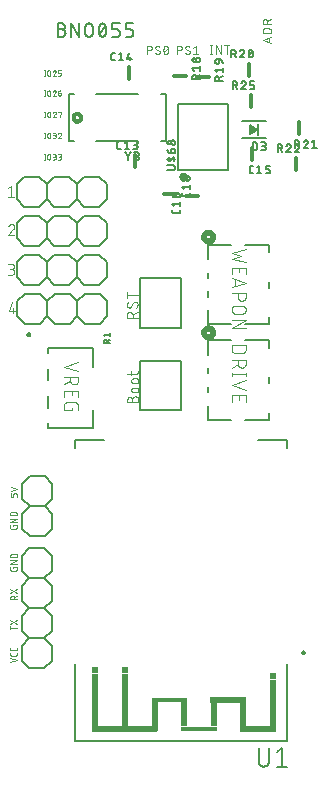
<source format=gbr>
G04 EAGLE Gerber RS-274X export*
G75*
%MOMM*%
%FSLAX34Y34*%
%LPD*%
%INSilkscreen Top*%
%IPPOS*%
%AMOC8*
5,1,8,0,0,1.08239X$1,22.5*%
G01*
%ADD10C,0.152400*%
%ADD11C,0.101600*%
%ADD12C,0.076200*%
%ADD13C,0.050800*%
%ADD14C,0.127000*%
%ADD15R,0.522031X4.471100*%
%ADD16R,3.009109X0.483500*%
%ADD17R,0.521681X2.452600*%
%ADD18R,3.008291X0.481900*%
%ADD19R,0.510231X2.459200*%
%ADD20R,3.010119X0.451200*%
%ADD21R,0.502034X2.451200*%
%ADD22R,3.002088X0.449900*%
%ADD23R,0.491200X2.447200*%
%ADD24R,5.488431X0.486300*%
%ADD25R,0.479300X4.970400*%
%ADD26R,0.486041X4.968900*%
%ADD27R,0.481131X0.474391*%
%ADD28R,0.491909X0.482931*%
%ADD29R,0.520331X0.474600*%
%ADD30R,0.492059X1.446400*%
%ADD31C,0.200000*%
%ADD32C,0.508000*%
%ADD33C,0.350000*%
%ADD34C,0.304800*%
%ADD35C,0.203200*%
%ADD36R,0.200000X1.000000*%

G36*
X209975Y458643D02*
X209975Y458643D01*
X210046Y458641D01*
X210116Y458660D01*
X210187Y458668D01*
X210242Y458693D01*
X210321Y458713D01*
X210424Y458774D01*
X210493Y458805D01*
X213493Y460805D01*
X213580Y460882D01*
X213670Y460955D01*
X213685Y460977D01*
X213705Y460995D01*
X213767Y461092D01*
X213834Y461187D01*
X213842Y461213D01*
X213857Y461235D01*
X213889Y461346D01*
X213927Y461456D01*
X213928Y461483D01*
X213935Y461508D01*
X213935Y461624D01*
X213941Y461740D01*
X213935Y461766D01*
X213935Y461793D01*
X213903Y461904D01*
X213877Y462017D01*
X213864Y462040D01*
X213856Y462066D01*
X213794Y462164D01*
X213738Y462265D01*
X213720Y462281D01*
X213705Y462306D01*
X213497Y462491D01*
X213493Y462495D01*
X210493Y464495D01*
X210429Y464526D01*
X210369Y464566D01*
X210301Y464587D01*
X210237Y464618D01*
X210166Y464630D01*
X210098Y464651D01*
X210027Y464653D01*
X209957Y464665D01*
X209885Y464657D01*
X209814Y464659D01*
X209745Y464641D01*
X209674Y464632D01*
X209608Y464605D01*
X209539Y464587D01*
X209478Y464550D01*
X209412Y464523D01*
X209356Y464478D01*
X209294Y464442D01*
X209245Y464390D01*
X209190Y464345D01*
X209149Y464287D01*
X209100Y464234D01*
X209067Y464171D01*
X209026Y464113D01*
X209003Y464045D01*
X208970Y463981D01*
X208960Y463922D01*
X208933Y463844D01*
X208927Y463725D01*
X208915Y463650D01*
X208915Y459650D01*
X208925Y459579D01*
X208925Y459507D01*
X208945Y459439D01*
X208955Y459369D01*
X208984Y459303D01*
X209004Y459234D01*
X209042Y459174D01*
X209071Y459109D01*
X209117Y459054D01*
X209155Y458994D01*
X209209Y458946D01*
X209255Y458892D01*
X209314Y458852D01*
X209368Y458805D01*
X209432Y458774D01*
X209491Y458735D01*
X209560Y458713D01*
X209624Y458682D01*
X209694Y458670D01*
X209762Y458649D01*
X209834Y458647D01*
X209905Y458635D01*
X209975Y458643D01*
G37*
D10*
X46366Y546521D02*
X49470Y546521D01*
X49470Y546520D02*
X49581Y546518D01*
X49691Y546512D01*
X49802Y546502D01*
X49912Y546488D01*
X50021Y546471D01*
X50130Y546449D01*
X50238Y546424D01*
X50344Y546394D01*
X50450Y546361D01*
X50555Y546324D01*
X50658Y546284D01*
X50759Y546239D01*
X50859Y546192D01*
X50958Y546140D01*
X51054Y546085D01*
X51148Y546027D01*
X51240Y545966D01*
X51330Y545901D01*
X51418Y545833D01*
X51503Y545762D01*
X51585Y545688D01*
X51665Y545611D01*
X51742Y545531D01*
X51816Y545449D01*
X51887Y545364D01*
X51955Y545276D01*
X52020Y545186D01*
X52081Y545094D01*
X52139Y545000D01*
X52194Y544904D01*
X52246Y544805D01*
X52293Y544705D01*
X52338Y544604D01*
X52378Y544501D01*
X52415Y544396D01*
X52448Y544290D01*
X52478Y544184D01*
X52503Y544076D01*
X52525Y543967D01*
X52542Y543858D01*
X52556Y543748D01*
X52566Y543637D01*
X52572Y543527D01*
X52574Y543416D01*
X52572Y543305D01*
X52566Y543195D01*
X52556Y543084D01*
X52542Y542974D01*
X52525Y542865D01*
X52503Y542756D01*
X52478Y542648D01*
X52448Y542542D01*
X52415Y542436D01*
X52378Y542331D01*
X52338Y542228D01*
X52293Y542127D01*
X52246Y542027D01*
X52194Y541928D01*
X52139Y541832D01*
X52081Y541738D01*
X52020Y541646D01*
X51955Y541556D01*
X51887Y541468D01*
X51816Y541383D01*
X51742Y541301D01*
X51665Y541221D01*
X51585Y541144D01*
X51503Y541070D01*
X51418Y540999D01*
X51330Y540931D01*
X51240Y540866D01*
X51148Y540805D01*
X51054Y540747D01*
X50958Y540692D01*
X50859Y540640D01*
X50759Y540593D01*
X50658Y540548D01*
X50555Y540508D01*
X50450Y540471D01*
X50344Y540438D01*
X50238Y540408D01*
X50130Y540383D01*
X50021Y540361D01*
X49912Y540344D01*
X49802Y540330D01*
X49691Y540320D01*
X49581Y540314D01*
X49470Y540312D01*
X46366Y540312D01*
X46366Y551488D01*
X49470Y551488D01*
X49569Y551486D01*
X49667Y551480D01*
X49766Y551470D01*
X49863Y551457D01*
X49961Y551439D01*
X50057Y551418D01*
X50153Y551392D01*
X50247Y551363D01*
X50340Y551331D01*
X50432Y551294D01*
X50522Y551254D01*
X50611Y551210D01*
X50698Y551163D01*
X50783Y551113D01*
X50865Y551059D01*
X50946Y551002D01*
X51024Y550942D01*
X51100Y550878D01*
X51173Y550812D01*
X51244Y550743D01*
X51312Y550671D01*
X51376Y550596D01*
X51438Y550519D01*
X51497Y550440D01*
X51552Y550358D01*
X51605Y550274D01*
X51653Y550189D01*
X51699Y550101D01*
X51741Y550011D01*
X51779Y549920D01*
X51813Y549828D01*
X51844Y549734D01*
X51871Y549639D01*
X51895Y549543D01*
X51914Y549446D01*
X51930Y549349D01*
X51942Y549251D01*
X51950Y549152D01*
X51954Y549053D01*
X51954Y548955D01*
X51950Y548856D01*
X51942Y548757D01*
X51930Y548659D01*
X51914Y548562D01*
X51895Y548465D01*
X51871Y548369D01*
X51844Y548274D01*
X51813Y548180D01*
X51779Y548088D01*
X51741Y547997D01*
X51699Y547907D01*
X51653Y547819D01*
X51605Y547734D01*
X51552Y547650D01*
X51497Y547568D01*
X51438Y547489D01*
X51376Y547412D01*
X51312Y547337D01*
X51244Y547265D01*
X51173Y547196D01*
X51100Y547130D01*
X51024Y547066D01*
X50946Y547006D01*
X50865Y546949D01*
X50783Y546895D01*
X50698Y546845D01*
X50611Y546798D01*
X50522Y546754D01*
X50432Y546714D01*
X50340Y546677D01*
X50247Y546645D01*
X50153Y546616D01*
X50057Y546590D01*
X49961Y546569D01*
X49863Y546551D01*
X49766Y546538D01*
X49667Y546528D01*
X49569Y546522D01*
X49470Y546520D01*
X57584Y551488D02*
X57584Y540312D01*
X63793Y540312D02*
X57584Y551488D01*
X63793Y551488D02*
X63793Y540312D01*
X69395Y543416D02*
X69395Y548384D01*
X69396Y548384D02*
X69398Y548495D01*
X69404Y548605D01*
X69414Y548716D01*
X69428Y548826D01*
X69445Y548935D01*
X69467Y549044D01*
X69492Y549152D01*
X69522Y549258D01*
X69555Y549364D01*
X69592Y549469D01*
X69632Y549572D01*
X69677Y549673D01*
X69724Y549773D01*
X69776Y549872D01*
X69831Y549968D01*
X69889Y550062D01*
X69950Y550154D01*
X70015Y550244D01*
X70083Y550332D01*
X70154Y550417D01*
X70228Y550499D01*
X70305Y550579D01*
X70385Y550656D01*
X70467Y550730D01*
X70552Y550801D01*
X70640Y550869D01*
X70730Y550934D01*
X70822Y550995D01*
X70916Y551053D01*
X71012Y551108D01*
X71111Y551160D01*
X71211Y551207D01*
X71312Y551252D01*
X71415Y551292D01*
X71520Y551329D01*
X71626Y551362D01*
X71732Y551392D01*
X71840Y551417D01*
X71949Y551439D01*
X72058Y551456D01*
X72168Y551470D01*
X72279Y551480D01*
X72389Y551486D01*
X72500Y551488D01*
X72611Y551486D01*
X72721Y551480D01*
X72832Y551470D01*
X72942Y551456D01*
X73051Y551439D01*
X73160Y551417D01*
X73268Y551392D01*
X73374Y551362D01*
X73480Y551329D01*
X73585Y551292D01*
X73688Y551252D01*
X73789Y551207D01*
X73889Y551160D01*
X73988Y551108D01*
X74084Y551053D01*
X74178Y550995D01*
X74270Y550934D01*
X74360Y550869D01*
X74448Y550801D01*
X74533Y550730D01*
X74615Y550656D01*
X74695Y550579D01*
X74772Y550499D01*
X74846Y550417D01*
X74917Y550332D01*
X74985Y550244D01*
X75050Y550154D01*
X75111Y550062D01*
X75169Y549968D01*
X75224Y549872D01*
X75276Y549773D01*
X75323Y549673D01*
X75368Y549572D01*
X75408Y549469D01*
X75445Y549364D01*
X75478Y549258D01*
X75508Y549152D01*
X75533Y549044D01*
X75555Y548935D01*
X75572Y548826D01*
X75586Y548716D01*
X75596Y548605D01*
X75602Y548495D01*
X75604Y548384D01*
X75604Y543416D01*
X75602Y543305D01*
X75596Y543195D01*
X75586Y543084D01*
X75572Y542974D01*
X75555Y542865D01*
X75533Y542756D01*
X75508Y542648D01*
X75478Y542542D01*
X75445Y542436D01*
X75408Y542331D01*
X75368Y542228D01*
X75323Y542127D01*
X75276Y542027D01*
X75224Y541928D01*
X75169Y541832D01*
X75111Y541738D01*
X75050Y541646D01*
X74985Y541556D01*
X74917Y541468D01*
X74846Y541383D01*
X74772Y541301D01*
X74695Y541221D01*
X74615Y541144D01*
X74533Y541070D01*
X74448Y540999D01*
X74360Y540931D01*
X74270Y540866D01*
X74178Y540805D01*
X74084Y540747D01*
X73988Y540692D01*
X73889Y540640D01*
X73789Y540593D01*
X73688Y540548D01*
X73585Y540508D01*
X73480Y540471D01*
X73374Y540438D01*
X73268Y540408D01*
X73160Y540383D01*
X73051Y540361D01*
X72942Y540344D01*
X72832Y540330D01*
X72721Y540320D01*
X72611Y540314D01*
X72500Y540312D01*
X72389Y540314D01*
X72279Y540320D01*
X72168Y540330D01*
X72058Y540344D01*
X71949Y540361D01*
X71840Y540383D01*
X71732Y540408D01*
X71626Y540438D01*
X71520Y540471D01*
X71415Y540508D01*
X71312Y540548D01*
X71211Y540593D01*
X71111Y540640D01*
X71012Y540692D01*
X70916Y540747D01*
X70822Y540805D01*
X70730Y540866D01*
X70640Y540931D01*
X70552Y540999D01*
X70467Y541070D01*
X70385Y541144D01*
X70305Y541221D01*
X70228Y541301D01*
X70154Y541383D01*
X70083Y541468D01*
X70015Y541556D01*
X69950Y541646D01*
X69889Y541738D01*
X69831Y541832D01*
X69776Y541928D01*
X69724Y542027D01*
X69677Y542127D01*
X69632Y542228D01*
X69592Y542331D01*
X69555Y542436D01*
X69522Y542542D01*
X69492Y542648D01*
X69467Y542756D01*
X69445Y542865D01*
X69428Y542974D01*
X69414Y543084D01*
X69404Y543195D01*
X69398Y543305D01*
X69396Y543416D01*
X80825Y545900D02*
X80828Y546120D01*
X80835Y546340D01*
X80849Y546559D01*
X80867Y546778D01*
X80891Y546997D01*
X80919Y547215D01*
X80953Y547432D01*
X80992Y547648D01*
X81037Y547864D01*
X81086Y548078D01*
X81141Y548291D01*
X81200Y548503D01*
X81265Y548713D01*
X81335Y548921D01*
X81409Y549128D01*
X81489Y549333D01*
X81573Y549536D01*
X81662Y549737D01*
X81756Y549936D01*
X81757Y549936D02*
X81790Y550025D01*
X81826Y550113D01*
X81866Y550199D01*
X81909Y550284D01*
X81956Y550366D01*
X82007Y550447D01*
X82060Y550525D01*
X82117Y550601D01*
X82177Y550675D01*
X82240Y550746D01*
X82305Y550815D01*
X82374Y550881D01*
X82445Y550943D01*
X82519Y551003D01*
X82595Y551060D01*
X82673Y551114D01*
X82754Y551164D01*
X82836Y551211D01*
X82921Y551254D01*
X83007Y551294D01*
X83095Y551331D01*
X83184Y551363D01*
X83274Y551392D01*
X83366Y551418D01*
X83458Y551439D01*
X83552Y551457D01*
X83646Y551470D01*
X83740Y551480D01*
X83835Y551486D01*
X83930Y551488D01*
X84025Y551486D01*
X84120Y551480D01*
X84214Y551470D01*
X84308Y551457D01*
X84402Y551439D01*
X84494Y551418D01*
X84586Y551392D01*
X84676Y551363D01*
X84765Y551331D01*
X84853Y551294D01*
X84939Y551254D01*
X85024Y551211D01*
X85106Y551164D01*
X85187Y551114D01*
X85265Y551060D01*
X85341Y551003D01*
X85415Y550943D01*
X85486Y550881D01*
X85555Y550815D01*
X85620Y550746D01*
X85683Y550675D01*
X85743Y550601D01*
X85800Y550525D01*
X85853Y550447D01*
X85904Y550366D01*
X85951Y550283D01*
X85994Y550199D01*
X86034Y550113D01*
X86070Y550025D01*
X86103Y549936D01*
X86197Y549737D01*
X86286Y549536D01*
X86370Y549333D01*
X86450Y549128D01*
X86524Y548921D01*
X86594Y548713D01*
X86659Y548503D01*
X86718Y548291D01*
X86773Y548078D01*
X86822Y547864D01*
X86867Y547648D01*
X86906Y547432D01*
X86940Y547215D01*
X86968Y546997D01*
X86992Y546778D01*
X87010Y546559D01*
X87024Y546340D01*
X87031Y546120D01*
X87034Y545900D01*
X80825Y545900D02*
X80828Y545680D01*
X80835Y545460D01*
X80849Y545241D01*
X80867Y545022D01*
X80891Y544803D01*
X80919Y544585D01*
X80953Y544368D01*
X80992Y544152D01*
X81037Y543936D01*
X81086Y543722D01*
X81141Y543509D01*
X81200Y543298D01*
X81265Y543087D01*
X81335Y542879D01*
X81409Y542672D01*
X81489Y542467D01*
X81573Y542264D01*
X81662Y542063D01*
X81756Y541864D01*
X81757Y541864D02*
X81790Y541775D01*
X81826Y541687D01*
X81866Y541601D01*
X81909Y541516D01*
X81956Y541434D01*
X82007Y541353D01*
X82060Y541275D01*
X82117Y541199D01*
X82177Y541125D01*
X82240Y541054D01*
X82305Y540985D01*
X82374Y540919D01*
X82445Y540857D01*
X82519Y540797D01*
X82595Y540740D01*
X82673Y540686D01*
X82754Y540636D01*
X82836Y540589D01*
X82921Y540546D01*
X83007Y540506D01*
X83095Y540469D01*
X83184Y540437D01*
X83274Y540408D01*
X83366Y540382D01*
X83458Y540361D01*
X83552Y540343D01*
X83646Y540330D01*
X83740Y540320D01*
X83835Y540314D01*
X83930Y540312D01*
X86103Y541864D02*
X86197Y542063D01*
X86286Y542264D01*
X86370Y542467D01*
X86450Y542672D01*
X86524Y542879D01*
X86594Y543087D01*
X86659Y543297D01*
X86718Y543509D01*
X86773Y543722D01*
X86822Y543936D01*
X86867Y544152D01*
X86906Y544368D01*
X86940Y544585D01*
X86968Y544803D01*
X86992Y545022D01*
X87010Y545241D01*
X87024Y545460D01*
X87031Y545680D01*
X87034Y545900D01*
X86103Y541864D02*
X86070Y541775D01*
X86034Y541687D01*
X85994Y541601D01*
X85951Y541516D01*
X85904Y541434D01*
X85853Y541353D01*
X85800Y541275D01*
X85743Y541199D01*
X85683Y541125D01*
X85620Y541054D01*
X85555Y540985D01*
X85486Y540919D01*
X85415Y540857D01*
X85341Y540797D01*
X85265Y540740D01*
X85187Y540686D01*
X85106Y540636D01*
X85024Y540589D01*
X84939Y540546D01*
X84853Y540506D01*
X84765Y540469D01*
X84676Y540437D01*
X84586Y540408D01*
X84494Y540382D01*
X84402Y540361D01*
X84308Y540343D01*
X84214Y540330D01*
X84120Y540320D01*
X84025Y540314D01*
X83930Y540312D01*
X81446Y542796D02*
X86413Y549004D01*
X92255Y540312D02*
X95981Y540312D01*
X96079Y540314D01*
X96176Y540320D01*
X96273Y540329D01*
X96370Y540343D01*
X96466Y540360D01*
X96561Y540381D01*
X96655Y540405D01*
X96749Y540434D01*
X96841Y540466D01*
X96932Y540501D01*
X97021Y540540D01*
X97109Y540583D01*
X97195Y540629D01*
X97279Y540678D01*
X97361Y540731D01*
X97441Y540786D01*
X97519Y540845D01*
X97594Y540907D01*
X97667Y540972D01*
X97737Y541040D01*
X97805Y541110D01*
X97870Y541183D01*
X97932Y541258D01*
X97991Y541336D01*
X98046Y541416D01*
X98099Y541498D01*
X98148Y541582D01*
X98194Y541668D01*
X98237Y541756D01*
X98276Y541845D01*
X98311Y541936D01*
X98343Y542028D01*
X98372Y542122D01*
X98396Y542216D01*
X98417Y542311D01*
X98434Y542407D01*
X98448Y542504D01*
X98457Y542601D01*
X98463Y542698D01*
X98465Y542796D01*
X98464Y542796D02*
X98464Y544037D01*
X98465Y544037D02*
X98463Y544135D01*
X98457Y544232D01*
X98448Y544329D01*
X98434Y544426D01*
X98417Y544522D01*
X98396Y544617D01*
X98372Y544711D01*
X98343Y544805D01*
X98311Y544897D01*
X98276Y544988D01*
X98237Y545077D01*
X98194Y545165D01*
X98148Y545251D01*
X98099Y545335D01*
X98046Y545417D01*
X97991Y545497D01*
X97932Y545575D01*
X97870Y545650D01*
X97805Y545723D01*
X97737Y545793D01*
X97667Y545861D01*
X97594Y545926D01*
X97519Y545988D01*
X97441Y546047D01*
X97361Y546102D01*
X97279Y546155D01*
X97195Y546204D01*
X97109Y546250D01*
X97021Y546293D01*
X96932Y546332D01*
X96841Y546367D01*
X96749Y546399D01*
X96655Y546428D01*
X96561Y546452D01*
X96466Y546473D01*
X96370Y546490D01*
X96273Y546504D01*
X96176Y546513D01*
X96079Y546519D01*
X95981Y546521D01*
X92255Y546521D01*
X92255Y551488D01*
X98464Y551488D01*
X103685Y540312D02*
X107411Y540312D01*
X107509Y540314D01*
X107606Y540320D01*
X107703Y540329D01*
X107800Y540343D01*
X107896Y540360D01*
X107991Y540381D01*
X108085Y540405D01*
X108179Y540434D01*
X108271Y540466D01*
X108362Y540501D01*
X108451Y540540D01*
X108539Y540583D01*
X108625Y540629D01*
X108709Y540678D01*
X108791Y540731D01*
X108871Y540786D01*
X108949Y540845D01*
X109024Y540907D01*
X109097Y540972D01*
X109167Y541040D01*
X109235Y541110D01*
X109300Y541183D01*
X109362Y541258D01*
X109421Y541336D01*
X109476Y541416D01*
X109529Y541498D01*
X109578Y541582D01*
X109624Y541668D01*
X109667Y541756D01*
X109706Y541845D01*
X109741Y541936D01*
X109773Y542028D01*
X109802Y542122D01*
X109826Y542216D01*
X109847Y542311D01*
X109864Y542407D01*
X109878Y542504D01*
X109887Y542601D01*
X109893Y542698D01*
X109895Y542796D01*
X109894Y542796D02*
X109894Y544037D01*
X109895Y544037D02*
X109893Y544135D01*
X109887Y544232D01*
X109878Y544329D01*
X109864Y544426D01*
X109847Y544522D01*
X109826Y544617D01*
X109802Y544711D01*
X109773Y544805D01*
X109741Y544897D01*
X109706Y544988D01*
X109667Y545077D01*
X109624Y545165D01*
X109578Y545251D01*
X109529Y545335D01*
X109476Y545417D01*
X109421Y545497D01*
X109362Y545575D01*
X109300Y545650D01*
X109235Y545723D01*
X109167Y545793D01*
X109097Y545861D01*
X109024Y545926D01*
X108949Y545988D01*
X108871Y546047D01*
X108791Y546102D01*
X108709Y546155D01*
X108625Y546204D01*
X108539Y546250D01*
X108451Y546293D01*
X108362Y546332D01*
X108271Y546367D01*
X108179Y546399D01*
X108085Y546428D01*
X107991Y546452D01*
X107896Y546473D01*
X107800Y546490D01*
X107703Y546504D01*
X107606Y546513D01*
X107509Y546519D01*
X107411Y546521D01*
X103685Y546521D01*
X103685Y551488D01*
X109894Y551488D01*
D11*
X175804Y532996D02*
X175804Y525884D01*
X176594Y525884D02*
X175013Y525884D01*
X175013Y532996D02*
X176594Y532996D01*
X179924Y532996D02*
X179924Y525884D01*
X183875Y525884D02*
X179924Y532996D01*
X183875Y532996D02*
X183875Y525884D01*
X188971Y525884D02*
X188971Y532996D01*
X186995Y532996D02*
X190947Y532996D01*
X121744Y532516D02*
X121744Y525404D01*
X121744Y532516D02*
X123720Y532516D01*
X123807Y532514D01*
X123895Y532508D01*
X123982Y532499D01*
X124068Y532485D01*
X124154Y532468D01*
X124238Y532447D01*
X124322Y532422D01*
X124405Y532393D01*
X124486Y532361D01*
X124566Y532326D01*
X124644Y532287D01*
X124721Y532244D01*
X124795Y532198D01*
X124867Y532149D01*
X124937Y532097D01*
X125005Y532041D01*
X125070Y531983D01*
X125133Y531922D01*
X125192Y531858D01*
X125249Y531791D01*
X125303Y531723D01*
X125354Y531651D01*
X125401Y531578D01*
X125446Y531503D01*
X125487Y531425D01*
X125524Y531346D01*
X125558Y531266D01*
X125588Y531184D01*
X125615Y531101D01*
X125638Y531016D01*
X125657Y530931D01*
X125672Y530845D01*
X125684Y530758D01*
X125692Y530671D01*
X125696Y530584D01*
X125696Y530496D01*
X125692Y530409D01*
X125684Y530322D01*
X125672Y530235D01*
X125657Y530149D01*
X125638Y530064D01*
X125615Y529979D01*
X125588Y529896D01*
X125558Y529814D01*
X125524Y529734D01*
X125487Y529655D01*
X125446Y529577D01*
X125401Y529502D01*
X125354Y529429D01*
X125303Y529357D01*
X125249Y529289D01*
X125192Y529222D01*
X125133Y529158D01*
X125070Y529097D01*
X125005Y529039D01*
X124937Y528983D01*
X124867Y528931D01*
X124795Y528882D01*
X124721Y528836D01*
X124644Y528793D01*
X124566Y528754D01*
X124486Y528719D01*
X124405Y528687D01*
X124322Y528658D01*
X124238Y528633D01*
X124154Y528612D01*
X124068Y528595D01*
X123982Y528581D01*
X123895Y528572D01*
X123807Y528566D01*
X123720Y528564D01*
X123720Y528565D02*
X121744Y528565D01*
X130804Y525404D02*
X130882Y525406D01*
X130959Y525412D01*
X131036Y525421D01*
X131112Y525434D01*
X131188Y525451D01*
X131263Y525472D01*
X131336Y525496D01*
X131409Y525524D01*
X131480Y525556D01*
X131549Y525591D01*
X131616Y525629D01*
X131682Y525670D01*
X131745Y525715D01*
X131806Y525763D01*
X131865Y525813D01*
X131921Y525867D01*
X131975Y525923D01*
X132025Y525982D01*
X132073Y526043D01*
X132118Y526106D01*
X132159Y526172D01*
X132197Y526239D01*
X132232Y526308D01*
X132264Y526379D01*
X132292Y526452D01*
X132316Y526525D01*
X132337Y526600D01*
X132354Y526676D01*
X132367Y526752D01*
X132376Y526829D01*
X132382Y526906D01*
X132384Y526984D01*
X130804Y525404D02*
X130689Y525406D01*
X130575Y525412D01*
X130461Y525422D01*
X130347Y525435D01*
X130234Y525453D01*
X130121Y525475D01*
X130009Y525500D01*
X129899Y525529D01*
X129789Y525562D01*
X129680Y525599D01*
X129573Y525639D01*
X129467Y525683D01*
X129363Y525731D01*
X129260Y525782D01*
X129160Y525837D01*
X129061Y525895D01*
X128964Y525957D01*
X128870Y526021D01*
X128777Y526089D01*
X128687Y526161D01*
X128600Y526235D01*
X128515Y526312D01*
X128433Y526392D01*
X128631Y530936D02*
X128633Y531014D01*
X128639Y531091D01*
X128648Y531168D01*
X128661Y531244D01*
X128678Y531320D01*
X128699Y531395D01*
X128723Y531468D01*
X128751Y531541D01*
X128783Y531612D01*
X128818Y531681D01*
X128856Y531748D01*
X128897Y531814D01*
X128942Y531877D01*
X128990Y531938D01*
X129040Y531997D01*
X129094Y532053D01*
X129150Y532107D01*
X129209Y532157D01*
X129270Y532205D01*
X129333Y532250D01*
X129399Y532291D01*
X129466Y532329D01*
X129535Y532364D01*
X129606Y532396D01*
X129679Y532424D01*
X129752Y532448D01*
X129827Y532469D01*
X129903Y532486D01*
X129979Y532499D01*
X130056Y532508D01*
X130134Y532514D01*
X130211Y532516D01*
X130317Y532514D01*
X130423Y532508D01*
X130528Y532499D01*
X130633Y532486D01*
X130738Y532469D01*
X130842Y532448D01*
X130945Y532424D01*
X131047Y532396D01*
X131148Y532364D01*
X131248Y532329D01*
X131346Y532290D01*
X131444Y532247D01*
X131539Y532202D01*
X131633Y532153D01*
X131725Y532100D01*
X131815Y532044D01*
X131903Y531985D01*
X131989Y531923D01*
X129421Y529553D02*
X129354Y529595D01*
X129289Y529640D01*
X129226Y529689D01*
X129165Y529740D01*
X129108Y529795D01*
X129053Y529852D01*
X129000Y529912D01*
X128951Y529974D01*
X128905Y530039D01*
X128863Y530105D01*
X128823Y530174D01*
X128787Y530245D01*
X128755Y530318D01*
X128726Y530392D01*
X128701Y530467D01*
X128680Y530543D01*
X128662Y530621D01*
X128649Y530699D01*
X128639Y530778D01*
X128633Y530857D01*
X128631Y530936D01*
X131594Y528367D02*
X131661Y528325D01*
X131726Y528280D01*
X131789Y528231D01*
X131850Y528180D01*
X131907Y528125D01*
X131962Y528068D01*
X132015Y528008D01*
X132064Y527946D01*
X132110Y527881D01*
X132152Y527815D01*
X132192Y527746D01*
X132228Y527675D01*
X132260Y527602D01*
X132289Y527528D01*
X132314Y527453D01*
X132335Y527377D01*
X132353Y527299D01*
X132366Y527221D01*
X132376Y527142D01*
X132382Y527063D01*
X132384Y526984D01*
X131594Y528367D02*
X129421Y529553D01*
X135504Y528960D02*
X135506Y529108D01*
X135511Y529255D01*
X135521Y529403D01*
X135534Y529550D01*
X135550Y529697D01*
X135571Y529843D01*
X135595Y529989D01*
X135623Y530134D01*
X135654Y530278D01*
X135689Y530421D01*
X135728Y530564D01*
X135770Y530705D01*
X135816Y530846D01*
X135865Y530985D01*
X135918Y531123D01*
X135974Y531260D01*
X136034Y531395D01*
X136097Y531528D01*
X136123Y531599D01*
X136153Y531668D01*
X136187Y531736D01*
X136224Y531802D01*
X136264Y531866D01*
X136308Y531928D01*
X136354Y531987D01*
X136404Y532044D01*
X136457Y532098D01*
X136512Y532150D01*
X136570Y532198D01*
X136630Y532244D01*
X136693Y532286D01*
X136758Y532325D01*
X136824Y532361D01*
X136893Y532393D01*
X136962Y532421D01*
X137034Y532446D01*
X137106Y532467D01*
X137180Y532485D01*
X137254Y532498D01*
X137329Y532508D01*
X137404Y532514D01*
X137480Y532516D01*
X137556Y532514D01*
X137631Y532508D01*
X137706Y532498D01*
X137780Y532485D01*
X137854Y532467D01*
X137926Y532446D01*
X137997Y532421D01*
X138067Y532393D01*
X138136Y532361D01*
X138202Y532325D01*
X138267Y532286D01*
X138330Y532244D01*
X138390Y532198D01*
X138448Y532150D01*
X138503Y532098D01*
X138556Y532044D01*
X138606Y531987D01*
X138652Y531928D01*
X138696Y531866D01*
X138736Y531802D01*
X138773Y531736D01*
X138807Y531668D01*
X138837Y531599D01*
X138863Y531528D01*
X138926Y531395D01*
X138986Y531260D01*
X139042Y531123D01*
X139095Y530985D01*
X139144Y530846D01*
X139190Y530705D01*
X139232Y530564D01*
X139271Y530421D01*
X139306Y530278D01*
X139337Y530134D01*
X139365Y529989D01*
X139389Y529843D01*
X139410Y529697D01*
X139426Y529550D01*
X139439Y529403D01*
X139449Y529255D01*
X139454Y529108D01*
X139456Y528960D01*
X135504Y528960D02*
X135506Y528812D01*
X135511Y528665D01*
X135521Y528517D01*
X135534Y528370D01*
X135550Y528223D01*
X135571Y528077D01*
X135595Y527932D01*
X135623Y527786D01*
X135654Y527642D01*
X135689Y527499D01*
X135728Y527356D01*
X135770Y527215D01*
X135816Y527074D01*
X135865Y526935D01*
X135918Y526797D01*
X135974Y526660D01*
X136034Y526525D01*
X136097Y526392D01*
X136123Y526321D01*
X136153Y526252D01*
X136187Y526184D01*
X136224Y526118D01*
X136264Y526054D01*
X136308Y525992D01*
X136354Y525933D01*
X136404Y525876D01*
X136457Y525822D01*
X136512Y525770D01*
X136570Y525722D01*
X136630Y525676D01*
X136693Y525634D01*
X136758Y525595D01*
X136824Y525559D01*
X136893Y525527D01*
X136963Y525499D01*
X137034Y525474D01*
X137106Y525453D01*
X137180Y525435D01*
X137254Y525422D01*
X137329Y525412D01*
X137404Y525406D01*
X137480Y525404D01*
X138863Y526392D02*
X138926Y526525D01*
X138986Y526660D01*
X139042Y526797D01*
X139095Y526935D01*
X139144Y527074D01*
X139190Y527215D01*
X139232Y527356D01*
X139271Y527499D01*
X139306Y527642D01*
X139337Y527786D01*
X139365Y527932D01*
X139389Y528077D01*
X139410Y528223D01*
X139426Y528370D01*
X139439Y528517D01*
X139449Y528665D01*
X139454Y528812D01*
X139456Y528960D01*
X138863Y526392D02*
X138837Y526321D01*
X138807Y526252D01*
X138773Y526184D01*
X138736Y526118D01*
X138696Y526054D01*
X138652Y525992D01*
X138606Y525933D01*
X138556Y525876D01*
X138503Y525822D01*
X138448Y525770D01*
X138390Y525722D01*
X138330Y525676D01*
X138267Y525634D01*
X138202Y525595D01*
X138136Y525559D01*
X138067Y525527D01*
X137997Y525499D01*
X137926Y525474D01*
X137854Y525453D01*
X137780Y525435D01*
X137706Y525422D01*
X137631Y525412D01*
X137556Y525406D01*
X137480Y525404D01*
X135900Y526984D02*
X139060Y530936D01*
X147144Y532516D02*
X147144Y525404D01*
X147144Y532516D02*
X149120Y532516D01*
X149207Y532514D01*
X149295Y532508D01*
X149382Y532499D01*
X149468Y532485D01*
X149554Y532468D01*
X149638Y532447D01*
X149722Y532422D01*
X149805Y532393D01*
X149886Y532361D01*
X149966Y532326D01*
X150044Y532287D01*
X150121Y532244D01*
X150195Y532198D01*
X150267Y532149D01*
X150337Y532097D01*
X150405Y532041D01*
X150470Y531983D01*
X150533Y531922D01*
X150592Y531858D01*
X150649Y531791D01*
X150703Y531723D01*
X150754Y531651D01*
X150801Y531578D01*
X150846Y531503D01*
X150887Y531425D01*
X150924Y531346D01*
X150958Y531266D01*
X150988Y531184D01*
X151015Y531101D01*
X151038Y531016D01*
X151057Y530931D01*
X151072Y530845D01*
X151084Y530758D01*
X151092Y530671D01*
X151096Y530584D01*
X151096Y530496D01*
X151092Y530409D01*
X151084Y530322D01*
X151072Y530235D01*
X151057Y530149D01*
X151038Y530064D01*
X151015Y529979D01*
X150988Y529896D01*
X150958Y529814D01*
X150924Y529734D01*
X150887Y529655D01*
X150846Y529577D01*
X150801Y529502D01*
X150754Y529429D01*
X150703Y529357D01*
X150649Y529289D01*
X150592Y529222D01*
X150533Y529158D01*
X150470Y529097D01*
X150405Y529039D01*
X150337Y528983D01*
X150267Y528931D01*
X150195Y528882D01*
X150121Y528836D01*
X150044Y528793D01*
X149966Y528754D01*
X149886Y528719D01*
X149805Y528687D01*
X149722Y528658D01*
X149638Y528633D01*
X149554Y528612D01*
X149468Y528595D01*
X149382Y528581D01*
X149295Y528572D01*
X149207Y528566D01*
X149120Y528564D01*
X149120Y528565D02*
X147144Y528565D01*
X156204Y525404D02*
X156282Y525406D01*
X156359Y525412D01*
X156436Y525421D01*
X156512Y525434D01*
X156588Y525451D01*
X156663Y525472D01*
X156736Y525496D01*
X156809Y525524D01*
X156880Y525556D01*
X156949Y525591D01*
X157016Y525629D01*
X157082Y525670D01*
X157145Y525715D01*
X157206Y525763D01*
X157265Y525813D01*
X157321Y525867D01*
X157375Y525923D01*
X157425Y525982D01*
X157473Y526043D01*
X157518Y526106D01*
X157559Y526172D01*
X157597Y526239D01*
X157632Y526308D01*
X157664Y526379D01*
X157692Y526452D01*
X157716Y526525D01*
X157737Y526600D01*
X157754Y526676D01*
X157767Y526752D01*
X157776Y526829D01*
X157782Y526906D01*
X157784Y526984D01*
X156204Y525404D02*
X156089Y525406D01*
X155975Y525412D01*
X155861Y525422D01*
X155747Y525435D01*
X155634Y525453D01*
X155521Y525475D01*
X155409Y525500D01*
X155299Y525529D01*
X155189Y525562D01*
X155080Y525599D01*
X154973Y525639D01*
X154867Y525683D01*
X154763Y525731D01*
X154660Y525782D01*
X154560Y525837D01*
X154461Y525895D01*
X154364Y525957D01*
X154270Y526021D01*
X154177Y526089D01*
X154087Y526161D01*
X154000Y526235D01*
X153915Y526312D01*
X153833Y526392D01*
X154031Y530936D02*
X154033Y531014D01*
X154039Y531091D01*
X154048Y531168D01*
X154061Y531244D01*
X154078Y531320D01*
X154099Y531395D01*
X154123Y531468D01*
X154151Y531541D01*
X154183Y531612D01*
X154218Y531681D01*
X154256Y531748D01*
X154297Y531814D01*
X154342Y531877D01*
X154390Y531938D01*
X154440Y531997D01*
X154494Y532053D01*
X154550Y532107D01*
X154609Y532157D01*
X154670Y532205D01*
X154733Y532250D01*
X154799Y532291D01*
X154866Y532329D01*
X154935Y532364D01*
X155006Y532396D01*
X155079Y532424D01*
X155152Y532448D01*
X155227Y532469D01*
X155303Y532486D01*
X155379Y532499D01*
X155456Y532508D01*
X155534Y532514D01*
X155611Y532516D01*
X155717Y532514D01*
X155823Y532508D01*
X155928Y532499D01*
X156033Y532486D01*
X156138Y532469D01*
X156242Y532448D01*
X156345Y532424D01*
X156447Y532396D01*
X156548Y532364D01*
X156648Y532329D01*
X156746Y532290D01*
X156844Y532247D01*
X156939Y532202D01*
X157033Y532153D01*
X157125Y532100D01*
X157215Y532044D01*
X157303Y531985D01*
X157389Y531923D01*
X154821Y529553D02*
X154754Y529595D01*
X154689Y529640D01*
X154626Y529689D01*
X154565Y529740D01*
X154508Y529795D01*
X154453Y529852D01*
X154400Y529912D01*
X154351Y529974D01*
X154305Y530039D01*
X154263Y530105D01*
X154223Y530174D01*
X154187Y530245D01*
X154155Y530318D01*
X154126Y530392D01*
X154101Y530467D01*
X154080Y530543D01*
X154062Y530621D01*
X154049Y530699D01*
X154039Y530778D01*
X154033Y530857D01*
X154031Y530936D01*
X156994Y528367D02*
X157061Y528325D01*
X157126Y528280D01*
X157189Y528231D01*
X157250Y528180D01*
X157307Y528125D01*
X157362Y528068D01*
X157415Y528008D01*
X157464Y527946D01*
X157510Y527881D01*
X157552Y527815D01*
X157592Y527746D01*
X157628Y527675D01*
X157660Y527602D01*
X157689Y527528D01*
X157714Y527453D01*
X157735Y527377D01*
X157753Y527299D01*
X157766Y527221D01*
X157776Y527142D01*
X157782Y527063D01*
X157784Y526984D01*
X156994Y528367D02*
X154821Y529553D01*
X160904Y530936D02*
X162880Y532516D01*
X162880Y525404D01*
X160904Y525404D02*
X164856Y525404D01*
X219484Y537696D02*
X226596Y535326D01*
X226596Y540067D02*
X219484Y537696D01*
X224818Y539474D02*
X224818Y535918D01*
X226596Y543280D02*
X219484Y543280D01*
X219484Y545255D01*
X219486Y545341D01*
X219492Y545427D01*
X219501Y545513D01*
X219514Y545598D01*
X219531Y545683D01*
X219551Y545766D01*
X219575Y545849D01*
X219603Y545931D01*
X219634Y546011D01*
X219669Y546090D01*
X219707Y546167D01*
X219749Y546243D01*
X219793Y546317D01*
X219841Y546388D01*
X219892Y546458D01*
X219946Y546525D01*
X220003Y546590D01*
X220063Y546652D01*
X220125Y546712D01*
X220190Y546769D01*
X220257Y546823D01*
X220327Y546874D01*
X220398Y546922D01*
X220472Y546966D01*
X220548Y547008D01*
X220625Y547046D01*
X220704Y547081D01*
X220784Y547112D01*
X220866Y547140D01*
X220949Y547164D01*
X221032Y547184D01*
X221117Y547201D01*
X221202Y547214D01*
X221288Y547223D01*
X221374Y547229D01*
X221460Y547231D01*
X224620Y547231D01*
X224706Y547229D01*
X224792Y547223D01*
X224878Y547214D01*
X224963Y547201D01*
X225048Y547184D01*
X225131Y547164D01*
X225214Y547140D01*
X225296Y547112D01*
X225376Y547081D01*
X225455Y547046D01*
X225532Y547008D01*
X225608Y546966D01*
X225682Y546922D01*
X225753Y546874D01*
X225823Y546823D01*
X225890Y546769D01*
X225955Y546712D01*
X226017Y546652D01*
X226077Y546590D01*
X226134Y546525D01*
X226188Y546458D01*
X226239Y546388D01*
X226287Y546317D01*
X226331Y546243D01*
X226373Y546167D01*
X226411Y546090D01*
X226446Y546011D01*
X226477Y545931D01*
X226505Y545849D01*
X226529Y545766D01*
X226549Y545683D01*
X226566Y545598D01*
X226579Y545513D01*
X226588Y545427D01*
X226594Y545341D01*
X226596Y545255D01*
X226596Y543280D01*
X226596Y551143D02*
X219484Y551143D01*
X219484Y553119D01*
X219486Y553206D01*
X219492Y553294D01*
X219501Y553381D01*
X219515Y553467D01*
X219532Y553553D01*
X219553Y553637D01*
X219578Y553721D01*
X219607Y553804D01*
X219639Y553885D01*
X219674Y553965D01*
X219713Y554043D01*
X219756Y554120D01*
X219802Y554194D01*
X219851Y554266D01*
X219903Y554336D01*
X219959Y554404D01*
X220017Y554469D01*
X220078Y554532D01*
X220142Y554591D01*
X220209Y554648D01*
X220277Y554702D01*
X220349Y554753D01*
X220422Y554800D01*
X220497Y554845D01*
X220575Y554886D01*
X220654Y554923D01*
X220734Y554957D01*
X220816Y554987D01*
X220899Y555014D01*
X220984Y555037D01*
X221069Y555056D01*
X221155Y555071D01*
X221242Y555083D01*
X221329Y555091D01*
X221416Y555095D01*
X221504Y555095D01*
X221591Y555091D01*
X221678Y555083D01*
X221765Y555071D01*
X221851Y555056D01*
X221936Y555037D01*
X222021Y555014D01*
X222104Y554987D01*
X222186Y554957D01*
X222266Y554923D01*
X222345Y554886D01*
X222423Y554845D01*
X222498Y554800D01*
X222571Y554753D01*
X222643Y554702D01*
X222711Y554648D01*
X222778Y554591D01*
X222842Y554532D01*
X222903Y554469D01*
X222961Y554404D01*
X223017Y554336D01*
X223069Y554266D01*
X223118Y554194D01*
X223164Y554120D01*
X223207Y554043D01*
X223246Y553965D01*
X223281Y553885D01*
X223313Y553804D01*
X223342Y553721D01*
X223367Y553637D01*
X223388Y553553D01*
X223405Y553467D01*
X223419Y553381D01*
X223428Y553294D01*
X223434Y553206D01*
X223436Y553119D01*
X223435Y553119D02*
X223435Y551143D01*
X223435Y553514D02*
X226596Y555094D01*
D12*
X109157Y233167D02*
X109157Y230601D01*
X109157Y233167D02*
X109159Y233266D01*
X109165Y233366D01*
X109174Y233465D01*
X109188Y233563D01*
X109205Y233661D01*
X109226Y233759D01*
X109251Y233855D01*
X109280Y233950D01*
X109312Y234045D01*
X109348Y234137D01*
X109387Y234229D01*
X109430Y234319D01*
X109476Y234407D01*
X109526Y234493D01*
X109579Y234577D01*
X109635Y234659D01*
X109695Y234739D01*
X109757Y234816D01*
X109823Y234891D01*
X109891Y234964D01*
X109962Y235033D01*
X110036Y235100D01*
X110112Y235164D01*
X110191Y235225D01*
X110272Y235283D01*
X110355Y235338D01*
X110440Y235389D01*
X110527Y235437D01*
X110616Y235482D01*
X110707Y235523D01*
X110799Y235561D01*
X110892Y235595D01*
X110987Y235625D01*
X111083Y235652D01*
X111180Y235675D01*
X111277Y235694D01*
X111376Y235709D01*
X111475Y235721D01*
X111574Y235729D01*
X111673Y235733D01*
X111773Y235733D01*
X111872Y235729D01*
X111971Y235721D01*
X112070Y235709D01*
X112169Y235694D01*
X112266Y235675D01*
X112363Y235652D01*
X112459Y235625D01*
X112554Y235595D01*
X112647Y235561D01*
X112739Y235523D01*
X112830Y235482D01*
X112919Y235437D01*
X113006Y235389D01*
X113091Y235338D01*
X113174Y235283D01*
X113255Y235225D01*
X113334Y235164D01*
X113410Y235100D01*
X113484Y235033D01*
X113555Y234964D01*
X113623Y234891D01*
X113689Y234816D01*
X113751Y234739D01*
X113811Y234659D01*
X113867Y234577D01*
X113920Y234493D01*
X113970Y234407D01*
X114016Y234319D01*
X114059Y234229D01*
X114098Y234137D01*
X114134Y234045D01*
X114166Y233950D01*
X114195Y233855D01*
X114220Y233759D01*
X114241Y233661D01*
X114258Y233563D01*
X114272Y233465D01*
X114281Y233366D01*
X114287Y233266D01*
X114289Y233167D01*
X114289Y230601D01*
X105051Y230601D01*
X105051Y233167D01*
X105053Y233257D01*
X105059Y233346D01*
X105069Y233435D01*
X105082Y233523D01*
X105100Y233611D01*
X105121Y233698D01*
X105146Y233784D01*
X105175Y233869D01*
X105207Y233953D01*
X105243Y234035D01*
X105283Y234115D01*
X105326Y234194D01*
X105373Y234270D01*
X105422Y234345D01*
X105475Y234417D01*
X105531Y234487D01*
X105590Y234554D01*
X105652Y234619D01*
X105717Y234681D01*
X105784Y234740D01*
X105854Y234796D01*
X105926Y234849D01*
X106001Y234898D01*
X106078Y234945D01*
X106156Y234988D01*
X106236Y235028D01*
X106318Y235064D01*
X106402Y235096D01*
X106487Y235125D01*
X106573Y235150D01*
X106660Y235171D01*
X106748Y235189D01*
X106836Y235202D01*
X106925Y235212D01*
X107014Y235218D01*
X107104Y235220D01*
X107194Y235218D01*
X107283Y235212D01*
X107372Y235202D01*
X107460Y235189D01*
X107548Y235171D01*
X107635Y235150D01*
X107721Y235125D01*
X107806Y235096D01*
X107890Y235064D01*
X107972Y235028D01*
X108052Y234988D01*
X108131Y234945D01*
X108207Y234898D01*
X108282Y234849D01*
X108354Y234796D01*
X108424Y234740D01*
X108491Y234681D01*
X108556Y234619D01*
X108618Y234554D01*
X108677Y234487D01*
X108733Y234417D01*
X108786Y234345D01*
X108835Y234270D01*
X108882Y234194D01*
X108925Y234115D01*
X108965Y234035D01*
X109001Y233953D01*
X109033Y233869D01*
X109062Y233784D01*
X109087Y233698D01*
X109108Y233611D01*
X109126Y233523D01*
X109139Y233435D01*
X109149Y233346D01*
X109155Y233257D01*
X109157Y233167D01*
X110183Y239084D02*
X112236Y239084D01*
X110183Y239084D02*
X110093Y239086D01*
X110004Y239092D01*
X109915Y239102D01*
X109827Y239115D01*
X109739Y239133D01*
X109652Y239154D01*
X109566Y239179D01*
X109481Y239208D01*
X109397Y239240D01*
X109315Y239276D01*
X109235Y239316D01*
X109157Y239359D01*
X109080Y239406D01*
X109005Y239455D01*
X108933Y239508D01*
X108863Y239564D01*
X108796Y239623D01*
X108731Y239685D01*
X108669Y239750D01*
X108610Y239817D01*
X108554Y239887D01*
X108501Y239959D01*
X108452Y240034D01*
X108405Y240111D01*
X108362Y240189D01*
X108322Y240269D01*
X108286Y240351D01*
X108254Y240435D01*
X108225Y240520D01*
X108200Y240606D01*
X108179Y240693D01*
X108161Y240781D01*
X108148Y240869D01*
X108138Y240958D01*
X108132Y241047D01*
X108130Y241137D01*
X108132Y241227D01*
X108138Y241316D01*
X108148Y241405D01*
X108161Y241493D01*
X108179Y241581D01*
X108200Y241668D01*
X108225Y241754D01*
X108254Y241839D01*
X108286Y241923D01*
X108322Y242005D01*
X108362Y242085D01*
X108405Y242164D01*
X108452Y242240D01*
X108501Y242315D01*
X108554Y242387D01*
X108610Y242457D01*
X108669Y242524D01*
X108731Y242589D01*
X108796Y242651D01*
X108863Y242710D01*
X108933Y242766D01*
X109005Y242819D01*
X109080Y242868D01*
X109157Y242915D01*
X109235Y242958D01*
X109315Y242998D01*
X109397Y243034D01*
X109481Y243066D01*
X109566Y243095D01*
X109652Y243120D01*
X109739Y243141D01*
X109827Y243159D01*
X109915Y243172D01*
X110004Y243182D01*
X110093Y243188D01*
X110183Y243190D01*
X112236Y243190D01*
X112326Y243188D01*
X112415Y243182D01*
X112504Y243172D01*
X112592Y243159D01*
X112680Y243141D01*
X112767Y243120D01*
X112853Y243095D01*
X112938Y243066D01*
X113022Y243034D01*
X113104Y242998D01*
X113184Y242958D01*
X113263Y242915D01*
X113339Y242868D01*
X113414Y242819D01*
X113486Y242766D01*
X113556Y242710D01*
X113623Y242651D01*
X113688Y242589D01*
X113750Y242524D01*
X113809Y242457D01*
X113865Y242387D01*
X113918Y242315D01*
X113967Y242240D01*
X114014Y242164D01*
X114057Y242085D01*
X114097Y242005D01*
X114133Y241923D01*
X114165Y241839D01*
X114194Y241754D01*
X114219Y241668D01*
X114240Y241581D01*
X114258Y241493D01*
X114271Y241405D01*
X114281Y241316D01*
X114287Y241227D01*
X114289Y241137D01*
X114287Y241047D01*
X114281Y240958D01*
X114271Y240869D01*
X114258Y240781D01*
X114240Y240693D01*
X114219Y240606D01*
X114194Y240520D01*
X114165Y240435D01*
X114133Y240351D01*
X114097Y240269D01*
X114057Y240189D01*
X114014Y240111D01*
X113967Y240034D01*
X113918Y239959D01*
X113865Y239887D01*
X113809Y239817D01*
X113750Y239750D01*
X113688Y239685D01*
X113623Y239623D01*
X113556Y239564D01*
X113486Y239508D01*
X113414Y239455D01*
X113339Y239406D01*
X113263Y239359D01*
X113184Y239316D01*
X113104Y239276D01*
X113022Y239240D01*
X112938Y239208D01*
X112853Y239179D01*
X112767Y239154D01*
X112680Y239133D01*
X112592Y239115D01*
X112504Y239102D01*
X112415Y239092D01*
X112326Y239086D01*
X112236Y239084D01*
X112236Y246884D02*
X110183Y246884D01*
X110093Y246886D01*
X110004Y246892D01*
X109915Y246902D01*
X109827Y246915D01*
X109739Y246933D01*
X109652Y246954D01*
X109566Y246979D01*
X109481Y247008D01*
X109397Y247040D01*
X109315Y247076D01*
X109235Y247116D01*
X109157Y247159D01*
X109080Y247206D01*
X109005Y247255D01*
X108933Y247308D01*
X108863Y247364D01*
X108796Y247423D01*
X108731Y247485D01*
X108669Y247550D01*
X108610Y247617D01*
X108554Y247687D01*
X108501Y247759D01*
X108452Y247834D01*
X108405Y247911D01*
X108362Y247989D01*
X108322Y248069D01*
X108286Y248151D01*
X108254Y248235D01*
X108225Y248320D01*
X108200Y248406D01*
X108179Y248493D01*
X108161Y248581D01*
X108148Y248669D01*
X108138Y248758D01*
X108132Y248847D01*
X108130Y248937D01*
X108132Y249027D01*
X108138Y249116D01*
X108148Y249205D01*
X108161Y249293D01*
X108179Y249381D01*
X108200Y249468D01*
X108225Y249554D01*
X108254Y249639D01*
X108286Y249723D01*
X108322Y249805D01*
X108362Y249885D01*
X108405Y249964D01*
X108452Y250040D01*
X108501Y250115D01*
X108554Y250187D01*
X108610Y250257D01*
X108669Y250324D01*
X108731Y250389D01*
X108796Y250451D01*
X108863Y250510D01*
X108933Y250566D01*
X109005Y250619D01*
X109080Y250668D01*
X109157Y250715D01*
X109235Y250758D01*
X109315Y250798D01*
X109397Y250834D01*
X109481Y250866D01*
X109566Y250895D01*
X109652Y250920D01*
X109739Y250941D01*
X109827Y250959D01*
X109915Y250972D01*
X110004Y250982D01*
X110093Y250988D01*
X110183Y250990D01*
X112236Y250990D01*
X112326Y250988D01*
X112415Y250982D01*
X112504Y250972D01*
X112592Y250959D01*
X112680Y250941D01*
X112767Y250920D01*
X112853Y250895D01*
X112938Y250866D01*
X113022Y250834D01*
X113104Y250798D01*
X113184Y250758D01*
X113263Y250715D01*
X113339Y250668D01*
X113414Y250619D01*
X113486Y250566D01*
X113556Y250510D01*
X113623Y250451D01*
X113688Y250389D01*
X113750Y250324D01*
X113809Y250257D01*
X113865Y250187D01*
X113918Y250115D01*
X113967Y250040D01*
X114014Y249964D01*
X114057Y249885D01*
X114097Y249805D01*
X114133Y249723D01*
X114165Y249639D01*
X114194Y249554D01*
X114219Y249468D01*
X114240Y249381D01*
X114258Y249293D01*
X114271Y249205D01*
X114281Y249116D01*
X114287Y249027D01*
X114289Y248937D01*
X114287Y248847D01*
X114281Y248758D01*
X114271Y248669D01*
X114258Y248581D01*
X114240Y248493D01*
X114219Y248406D01*
X114194Y248320D01*
X114165Y248235D01*
X114133Y248151D01*
X114097Y248069D01*
X114057Y247989D01*
X114014Y247911D01*
X113967Y247834D01*
X113918Y247759D01*
X113865Y247687D01*
X113809Y247617D01*
X113750Y247550D01*
X113688Y247485D01*
X113623Y247423D01*
X113556Y247364D01*
X113486Y247308D01*
X113414Y247255D01*
X113339Y247206D01*
X113263Y247159D01*
X113184Y247116D01*
X113104Y247076D01*
X113022Y247040D01*
X112938Y247008D01*
X112853Y246979D01*
X112767Y246954D01*
X112680Y246933D01*
X112592Y246915D01*
X112504Y246902D01*
X112415Y246892D01*
X112326Y246886D01*
X112236Y246884D01*
X108130Y253926D02*
X108130Y257006D01*
X105051Y254953D02*
X112749Y254953D01*
X112749Y254952D02*
X112825Y254954D01*
X112900Y254959D01*
X112975Y254969D01*
X113049Y254982D01*
X113123Y254998D01*
X113196Y255018D01*
X113268Y255042D01*
X113338Y255069D01*
X113407Y255100D01*
X113475Y255134D01*
X113541Y255171D01*
X113605Y255212D01*
X113666Y255255D01*
X113726Y255302D01*
X113783Y255351D01*
X113838Y255403D01*
X113890Y255458D01*
X113939Y255515D01*
X113986Y255575D01*
X114029Y255636D01*
X114070Y255700D01*
X114107Y255766D01*
X114141Y255834D01*
X114172Y255903D01*
X114199Y255973D01*
X114223Y256045D01*
X114243Y256118D01*
X114259Y256192D01*
X114272Y256266D01*
X114282Y256341D01*
X114287Y256416D01*
X114289Y256492D01*
X114289Y257006D01*
X113639Y302001D02*
X104401Y302001D01*
X104401Y304567D01*
X104403Y304666D01*
X104409Y304766D01*
X104418Y304865D01*
X104432Y304963D01*
X104449Y305061D01*
X104470Y305159D01*
X104495Y305255D01*
X104524Y305350D01*
X104556Y305445D01*
X104592Y305537D01*
X104631Y305629D01*
X104674Y305719D01*
X104720Y305807D01*
X104770Y305893D01*
X104823Y305977D01*
X104879Y306059D01*
X104939Y306139D01*
X105001Y306216D01*
X105067Y306291D01*
X105135Y306364D01*
X105206Y306433D01*
X105280Y306500D01*
X105356Y306564D01*
X105435Y306625D01*
X105516Y306683D01*
X105599Y306738D01*
X105684Y306789D01*
X105771Y306837D01*
X105860Y306882D01*
X105951Y306923D01*
X106043Y306961D01*
X106136Y306995D01*
X106231Y307025D01*
X106327Y307052D01*
X106424Y307075D01*
X106521Y307094D01*
X106620Y307109D01*
X106719Y307121D01*
X106818Y307129D01*
X106917Y307133D01*
X107017Y307133D01*
X107116Y307129D01*
X107215Y307121D01*
X107314Y307109D01*
X107413Y307094D01*
X107510Y307075D01*
X107607Y307052D01*
X107703Y307025D01*
X107798Y306995D01*
X107891Y306961D01*
X107983Y306923D01*
X108074Y306882D01*
X108163Y306837D01*
X108250Y306789D01*
X108335Y306738D01*
X108418Y306683D01*
X108499Y306625D01*
X108578Y306564D01*
X108654Y306500D01*
X108728Y306433D01*
X108799Y306364D01*
X108867Y306291D01*
X108933Y306216D01*
X108995Y306139D01*
X109055Y306059D01*
X109111Y305977D01*
X109164Y305893D01*
X109214Y305807D01*
X109260Y305719D01*
X109303Y305629D01*
X109342Y305537D01*
X109378Y305445D01*
X109410Y305350D01*
X109439Y305255D01*
X109464Y305159D01*
X109485Y305061D01*
X109502Y304963D01*
X109516Y304865D01*
X109525Y304766D01*
X109531Y304666D01*
X109533Y304567D01*
X109533Y302001D01*
X109533Y305080D02*
X113639Y307133D01*
X113639Y313724D02*
X113637Y313814D01*
X113631Y313903D01*
X113621Y313992D01*
X113608Y314080D01*
X113590Y314168D01*
X113569Y314255D01*
X113544Y314341D01*
X113515Y314426D01*
X113483Y314510D01*
X113447Y314592D01*
X113407Y314672D01*
X113364Y314751D01*
X113317Y314827D01*
X113268Y314902D01*
X113215Y314974D01*
X113159Y315044D01*
X113100Y315111D01*
X113038Y315176D01*
X112973Y315238D01*
X112906Y315297D01*
X112836Y315353D01*
X112764Y315406D01*
X112689Y315455D01*
X112613Y315502D01*
X112534Y315545D01*
X112454Y315585D01*
X112372Y315621D01*
X112288Y315653D01*
X112203Y315682D01*
X112117Y315707D01*
X112030Y315728D01*
X111942Y315746D01*
X111854Y315759D01*
X111765Y315769D01*
X111676Y315775D01*
X111586Y315777D01*
X113639Y313724D02*
X113637Y313597D01*
X113632Y313470D01*
X113622Y313344D01*
X113609Y313218D01*
X113593Y313092D01*
X113572Y312967D01*
X113548Y312842D01*
X113521Y312719D01*
X113490Y312596D01*
X113455Y312474D01*
X113417Y312353D01*
X113375Y312233D01*
X113329Y312115D01*
X113281Y311998D01*
X113228Y311882D01*
X113173Y311768D01*
X113114Y311656D01*
X113052Y311545D01*
X112987Y311436D01*
X112918Y311330D01*
X112847Y311225D01*
X112772Y311122D01*
X112694Y311022D01*
X112614Y310924D01*
X112531Y310828D01*
X112445Y310735D01*
X112356Y310645D01*
X106454Y310901D02*
X106364Y310903D01*
X106275Y310909D01*
X106186Y310919D01*
X106098Y310932D01*
X106010Y310950D01*
X105923Y310971D01*
X105837Y310996D01*
X105752Y311025D01*
X105668Y311057D01*
X105586Y311093D01*
X105506Y311133D01*
X105428Y311176D01*
X105351Y311223D01*
X105276Y311272D01*
X105204Y311325D01*
X105134Y311381D01*
X105067Y311440D01*
X105002Y311502D01*
X104940Y311567D01*
X104881Y311634D01*
X104825Y311704D01*
X104772Y311776D01*
X104723Y311851D01*
X104676Y311928D01*
X104633Y312006D01*
X104593Y312086D01*
X104557Y312168D01*
X104525Y312252D01*
X104496Y312337D01*
X104471Y312423D01*
X104450Y312510D01*
X104432Y312598D01*
X104419Y312686D01*
X104409Y312775D01*
X104403Y312864D01*
X104401Y312954D01*
X104403Y313078D01*
X104409Y313202D01*
X104419Y313325D01*
X104433Y313448D01*
X104451Y313571D01*
X104473Y313692D01*
X104498Y313814D01*
X104528Y313934D01*
X104561Y314053D01*
X104599Y314171D01*
X104640Y314288D01*
X104684Y314403D01*
X104733Y314517D01*
X104785Y314630D01*
X104841Y314740D01*
X104900Y314849D01*
X104963Y314956D01*
X105029Y315061D01*
X105098Y315163D01*
X105171Y315263D01*
X108250Y311927D02*
X108203Y311851D01*
X108152Y311776D01*
X108098Y311704D01*
X108041Y311634D01*
X107981Y311567D01*
X107918Y311502D01*
X107853Y311440D01*
X107785Y311381D01*
X107714Y311325D01*
X107641Y311272D01*
X107566Y311222D01*
X107488Y311176D01*
X107409Y311133D01*
X107328Y311093D01*
X107245Y311057D01*
X107161Y311025D01*
X107076Y310996D01*
X106989Y310971D01*
X106902Y310950D01*
X106813Y310932D01*
X106724Y310919D01*
X106634Y310909D01*
X106544Y310903D01*
X106454Y310901D01*
X109790Y314751D02*
X109837Y314827D01*
X109888Y314902D01*
X109942Y314974D01*
X109999Y315044D01*
X110059Y315111D01*
X110122Y315176D01*
X110187Y315238D01*
X110255Y315297D01*
X110326Y315353D01*
X110399Y315406D01*
X110474Y315456D01*
X110552Y315502D01*
X110631Y315545D01*
X110712Y315585D01*
X110795Y315621D01*
X110879Y315653D01*
X110964Y315682D01*
X111051Y315707D01*
X111139Y315728D01*
X111227Y315746D01*
X111316Y315759D01*
X111406Y315769D01*
X111496Y315775D01*
X111586Y315777D01*
X109790Y314750D02*
X108250Y311927D01*
X104401Y321310D02*
X113639Y321310D01*
X104401Y318744D02*
X104401Y323877D01*
D13*
X11176Y12245D02*
X5684Y10414D01*
X5684Y14075D02*
X11176Y12245D01*
X11176Y17323D02*
X11176Y18544D01*
X11176Y17323D02*
X11174Y17255D01*
X11168Y17186D01*
X11159Y17119D01*
X11145Y17052D01*
X11128Y16985D01*
X11108Y16920D01*
X11083Y16856D01*
X11055Y16794D01*
X11024Y16733D01*
X10989Y16674D01*
X10951Y16617D01*
X10910Y16562D01*
X10866Y16510D01*
X10819Y16460D01*
X10769Y16413D01*
X10717Y16369D01*
X10662Y16328D01*
X10605Y16290D01*
X10546Y16255D01*
X10485Y16224D01*
X10423Y16196D01*
X10359Y16171D01*
X10294Y16151D01*
X10227Y16134D01*
X10160Y16120D01*
X10093Y16111D01*
X10024Y16105D01*
X9956Y16103D01*
X6904Y16103D01*
X6904Y16102D02*
X6836Y16104D01*
X6767Y16110D01*
X6699Y16119D01*
X6632Y16133D01*
X6566Y16150D01*
X6501Y16171D01*
X6437Y16195D01*
X6374Y16223D01*
X6313Y16254D01*
X6254Y16289D01*
X6197Y16327D01*
X6143Y16368D01*
X6090Y16413D01*
X6041Y16460D01*
X5994Y16509D01*
X5949Y16562D01*
X5908Y16616D01*
X5870Y16673D01*
X5835Y16732D01*
X5804Y16793D01*
X5776Y16856D01*
X5752Y16920D01*
X5731Y16985D01*
X5714Y17051D01*
X5700Y17118D01*
X5691Y17186D01*
X5685Y17254D01*
X5683Y17323D01*
X5684Y17323D02*
X5684Y18544D01*
X11176Y21823D02*
X11176Y23044D01*
X11176Y21823D02*
X11174Y21755D01*
X11168Y21686D01*
X11159Y21619D01*
X11145Y21552D01*
X11128Y21485D01*
X11108Y21420D01*
X11083Y21356D01*
X11055Y21294D01*
X11024Y21233D01*
X10989Y21174D01*
X10951Y21117D01*
X10910Y21062D01*
X10866Y21010D01*
X10819Y20960D01*
X10769Y20913D01*
X10717Y20869D01*
X10662Y20828D01*
X10605Y20790D01*
X10546Y20755D01*
X10485Y20724D01*
X10423Y20696D01*
X10359Y20671D01*
X10294Y20651D01*
X10227Y20634D01*
X10160Y20620D01*
X10093Y20611D01*
X10024Y20605D01*
X9956Y20603D01*
X6904Y20603D01*
X6904Y20602D02*
X6836Y20604D01*
X6767Y20610D01*
X6699Y20619D01*
X6632Y20633D01*
X6566Y20650D01*
X6501Y20671D01*
X6437Y20695D01*
X6374Y20723D01*
X6313Y20754D01*
X6254Y20789D01*
X6197Y20827D01*
X6143Y20868D01*
X6090Y20913D01*
X6041Y20960D01*
X5994Y21009D01*
X5949Y21062D01*
X5908Y21116D01*
X5870Y21173D01*
X5835Y21232D01*
X5804Y21293D01*
X5776Y21356D01*
X5752Y21420D01*
X5731Y21485D01*
X5714Y21551D01*
X5700Y21618D01*
X5691Y21686D01*
X5685Y21754D01*
X5683Y21823D01*
X5684Y21823D02*
X5684Y23044D01*
X8285Y90190D02*
X8285Y91105D01*
X11336Y91105D01*
X11336Y89274D01*
X11334Y89206D01*
X11328Y89137D01*
X11319Y89070D01*
X11305Y89003D01*
X11288Y88936D01*
X11268Y88871D01*
X11243Y88807D01*
X11215Y88745D01*
X11184Y88684D01*
X11149Y88625D01*
X11111Y88568D01*
X11070Y88513D01*
X11026Y88461D01*
X10979Y88411D01*
X10929Y88364D01*
X10877Y88320D01*
X10822Y88279D01*
X10765Y88241D01*
X10706Y88206D01*
X10645Y88175D01*
X10583Y88147D01*
X10519Y88122D01*
X10454Y88102D01*
X10387Y88085D01*
X10320Y88071D01*
X10253Y88062D01*
X10184Y88056D01*
X10116Y88054D01*
X7064Y88054D01*
X6996Y88056D01*
X6927Y88062D01*
X6859Y88071D01*
X6792Y88085D01*
X6726Y88102D01*
X6661Y88123D01*
X6597Y88147D01*
X6534Y88175D01*
X6473Y88206D01*
X6414Y88241D01*
X6357Y88279D01*
X6303Y88320D01*
X6250Y88365D01*
X6201Y88412D01*
X6154Y88461D01*
X6109Y88514D01*
X6068Y88568D01*
X6030Y88625D01*
X5995Y88684D01*
X5964Y88745D01*
X5936Y88808D01*
X5912Y88872D01*
X5891Y88937D01*
X5874Y89003D01*
X5860Y89070D01*
X5851Y89138D01*
X5845Y89206D01*
X5843Y89275D01*
X5844Y89274D02*
X5844Y91105D01*
X5844Y93814D02*
X11336Y93814D01*
X11336Y96865D02*
X5844Y93814D01*
X5844Y96865D02*
X11336Y96865D01*
X11336Y99574D02*
X5844Y99574D01*
X5844Y101099D01*
X5846Y101176D01*
X5852Y101253D01*
X5862Y101330D01*
X5875Y101406D01*
X5893Y101481D01*
X5914Y101556D01*
X5939Y101629D01*
X5968Y101701D01*
X6000Y101771D01*
X6036Y101840D01*
X6075Y101906D01*
X6118Y101971D01*
X6163Y102033D01*
X6212Y102093D01*
X6264Y102150D01*
X6319Y102205D01*
X6376Y102257D01*
X6436Y102306D01*
X6498Y102351D01*
X6563Y102394D01*
X6629Y102433D01*
X6698Y102469D01*
X6768Y102501D01*
X6840Y102530D01*
X6913Y102555D01*
X6988Y102576D01*
X7063Y102594D01*
X7139Y102607D01*
X7216Y102617D01*
X7293Y102623D01*
X7370Y102625D01*
X9810Y102625D01*
X9810Y102626D02*
X9887Y102624D01*
X9964Y102618D01*
X10041Y102608D01*
X10117Y102595D01*
X10193Y102577D01*
X10267Y102556D01*
X10340Y102531D01*
X10412Y102502D01*
X10482Y102470D01*
X10551Y102434D01*
X10617Y102395D01*
X10682Y102352D01*
X10744Y102307D01*
X10804Y102258D01*
X10861Y102206D01*
X10916Y102151D01*
X10968Y102094D01*
X11017Y102034D01*
X11062Y101972D01*
X11105Y101907D01*
X11144Y101841D01*
X11180Y101772D01*
X11212Y101702D01*
X11241Y101630D01*
X11266Y101557D01*
X11287Y101482D01*
X11305Y101407D01*
X11318Y101331D01*
X11328Y101254D01*
X11334Y101177D01*
X11336Y101100D01*
X11336Y101099D02*
X11336Y99574D01*
X11336Y63904D02*
X5844Y63904D01*
X5844Y65430D01*
X5846Y65507D01*
X5852Y65584D01*
X5862Y65661D01*
X5875Y65737D01*
X5893Y65812D01*
X5914Y65887D01*
X5939Y65960D01*
X5968Y66032D01*
X6000Y66102D01*
X6036Y66171D01*
X6075Y66237D01*
X6118Y66302D01*
X6163Y66364D01*
X6212Y66424D01*
X6264Y66481D01*
X6319Y66536D01*
X6376Y66588D01*
X6436Y66637D01*
X6498Y66682D01*
X6563Y66725D01*
X6629Y66764D01*
X6698Y66800D01*
X6768Y66832D01*
X6840Y66861D01*
X6913Y66886D01*
X6988Y66907D01*
X7063Y66925D01*
X7139Y66938D01*
X7216Y66948D01*
X7293Y66954D01*
X7370Y66956D01*
X7447Y66954D01*
X7524Y66948D01*
X7601Y66938D01*
X7677Y66925D01*
X7752Y66907D01*
X7827Y66886D01*
X7900Y66861D01*
X7972Y66832D01*
X8042Y66800D01*
X8111Y66764D01*
X8177Y66725D01*
X8242Y66682D01*
X8304Y66637D01*
X8364Y66588D01*
X8421Y66536D01*
X8476Y66481D01*
X8528Y66424D01*
X8577Y66364D01*
X8622Y66302D01*
X8665Y66237D01*
X8704Y66171D01*
X8740Y66102D01*
X8772Y66032D01*
X8801Y65960D01*
X8826Y65887D01*
X8847Y65812D01*
X8865Y65737D01*
X8878Y65661D01*
X8888Y65584D01*
X8894Y65507D01*
X8896Y65430D01*
X8895Y65430D02*
X8895Y63904D01*
X8895Y65735D02*
X11336Y66955D01*
X11336Y68963D02*
X5844Y72624D01*
X5844Y68963D02*
X11336Y72624D01*
X11176Y39880D02*
X5684Y39880D01*
X5684Y41405D02*
X5684Y38354D01*
X11176Y43089D02*
X5684Y46750D01*
X5684Y43089D02*
X11176Y46750D01*
X8125Y125580D02*
X8125Y126495D01*
X11176Y126495D01*
X11176Y124664D01*
X11174Y124596D01*
X11168Y124527D01*
X11159Y124460D01*
X11145Y124393D01*
X11128Y124326D01*
X11108Y124261D01*
X11083Y124197D01*
X11055Y124135D01*
X11024Y124074D01*
X10989Y124015D01*
X10951Y123958D01*
X10910Y123903D01*
X10866Y123851D01*
X10819Y123801D01*
X10769Y123754D01*
X10717Y123710D01*
X10662Y123669D01*
X10605Y123631D01*
X10546Y123596D01*
X10485Y123565D01*
X10423Y123537D01*
X10359Y123512D01*
X10294Y123492D01*
X10227Y123475D01*
X10160Y123461D01*
X10093Y123452D01*
X10024Y123446D01*
X9956Y123444D01*
X6904Y123444D01*
X6836Y123446D01*
X6767Y123452D01*
X6699Y123461D01*
X6632Y123475D01*
X6566Y123492D01*
X6501Y123513D01*
X6437Y123537D01*
X6374Y123565D01*
X6313Y123596D01*
X6254Y123631D01*
X6197Y123669D01*
X6143Y123710D01*
X6090Y123755D01*
X6041Y123802D01*
X5994Y123851D01*
X5949Y123904D01*
X5908Y123958D01*
X5870Y124015D01*
X5835Y124074D01*
X5804Y124135D01*
X5776Y124198D01*
X5752Y124262D01*
X5731Y124327D01*
X5714Y124393D01*
X5700Y124460D01*
X5691Y124528D01*
X5685Y124596D01*
X5683Y124665D01*
X5684Y124664D02*
X5684Y126495D01*
X5684Y129204D02*
X11176Y129204D01*
X11176Y132255D02*
X5684Y129204D01*
X5684Y132255D02*
X11176Y132255D01*
X11176Y134964D02*
X5684Y134964D01*
X5684Y136489D01*
X5686Y136566D01*
X5692Y136643D01*
X5702Y136720D01*
X5715Y136796D01*
X5733Y136871D01*
X5754Y136946D01*
X5779Y137019D01*
X5808Y137091D01*
X5840Y137161D01*
X5876Y137230D01*
X5915Y137296D01*
X5958Y137361D01*
X6003Y137423D01*
X6052Y137483D01*
X6104Y137540D01*
X6159Y137595D01*
X6216Y137647D01*
X6276Y137696D01*
X6338Y137741D01*
X6403Y137784D01*
X6469Y137823D01*
X6538Y137859D01*
X6608Y137891D01*
X6680Y137920D01*
X6753Y137945D01*
X6828Y137966D01*
X6903Y137984D01*
X6979Y137997D01*
X7056Y138007D01*
X7133Y138013D01*
X7210Y138015D01*
X9650Y138015D01*
X9650Y138016D02*
X9727Y138014D01*
X9804Y138008D01*
X9881Y137998D01*
X9957Y137985D01*
X10033Y137967D01*
X10107Y137946D01*
X10180Y137921D01*
X10252Y137892D01*
X10322Y137860D01*
X10391Y137824D01*
X10457Y137785D01*
X10522Y137742D01*
X10584Y137697D01*
X10644Y137648D01*
X10701Y137596D01*
X10756Y137541D01*
X10808Y137484D01*
X10857Y137424D01*
X10902Y137362D01*
X10945Y137297D01*
X10984Y137231D01*
X11020Y137162D01*
X11052Y137092D01*
X11081Y137020D01*
X11106Y136947D01*
X11127Y136872D01*
X11145Y136797D01*
X11158Y136721D01*
X11168Y136644D01*
X11174Y136567D01*
X11176Y136490D01*
X11176Y136489D02*
X11176Y134964D01*
X11496Y150624D02*
X11496Y152455D01*
X11494Y152523D01*
X11488Y152592D01*
X11479Y152659D01*
X11465Y152726D01*
X11448Y152793D01*
X11428Y152858D01*
X11403Y152922D01*
X11375Y152984D01*
X11344Y153045D01*
X11309Y153104D01*
X11271Y153161D01*
X11230Y153216D01*
X11186Y153268D01*
X11139Y153318D01*
X11089Y153365D01*
X11037Y153409D01*
X10982Y153450D01*
X10925Y153488D01*
X10866Y153523D01*
X10805Y153554D01*
X10743Y153582D01*
X10679Y153607D01*
X10614Y153627D01*
X10547Y153644D01*
X10480Y153658D01*
X10413Y153667D01*
X10344Y153673D01*
X10276Y153675D01*
X9665Y153675D01*
X9597Y153673D01*
X9528Y153667D01*
X9461Y153658D01*
X9394Y153644D01*
X9327Y153627D01*
X9262Y153607D01*
X9198Y153582D01*
X9136Y153554D01*
X9075Y153523D01*
X9016Y153488D01*
X8959Y153450D01*
X8904Y153409D01*
X8852Y153365D01*
X8802Y153318D01*
X8755Y153268D01*
X8711Y153216D01*
X8670Y153161D01*
X8632Y153104D01*
X8597Y153045D01*
X8566Y152984D01*
X8538Y152922D01*
X8513Y152858D01*
X8493Y152793D01*
X8476Y152726D01*
X8462Y152659D01*
X8453Y152592D01*
X8447Y152523D01*
X8445Y152455D01*
X8445Y150624D01*
X6004Y150624D01*
X6004Y153675D01*
X6004Y155719D02*
X11496Y157550D01*
X6004Y159380D01*
D10*
X15400Y62550D02*
X21750Y56200D01*
X15400Y62550D02*
X15400Y75250D01*
X21750Y81600D01*
X34450Y81600D01*
X40800Y75250D01*
X40800Y62550D01*
X34450Y56200D01*
X15400Y24450D02*
X15400Y11750D01*
X15400Y24450D02*
X21750Y30800D01*
X34450Y30800D01*
X40800Y24450D01*
X21750Y30800D02*
X15400Y37150D01*
X15400Y49850D01*
X21750Y56200D01*
X34450Y56200D01*
X40800Y49850D01*
X40800Y37150D01*
X34450Y30800D01*
X34450Y5400D02*
X21750Y5400D01*
X15400Y11750D01*
X34450Y5400D02*
X40800Y11750D01*
X40800Y24450D01*
X15400Y87950D02*
X15400Y100650D01*
X21750Y107000D01*
X34450Y107000D01*
X40800Y100650D01*
X21750Y81600D02*
X15400Y87950D01*
X34450Y81600D02*
X40800Y87950D01*
X40800Y100650D01*
D14*
X85019Y281048D02*
X89845Y281048D01*
X85019Y281048D02*
X85019Y282389D01*
X85021Y282460D01*
X85027Y282532D01*
X85036Y282602D01*
X85049Y282672D01*
X85066Y282742D01*
X85087Y282810D01*
X85111Y282877D01*
X85139Y282943D01*
X85170Y283007D01*
X85205Y283070D01*
X85243Y283130D01*
X85284Y283189D01*
X85328Y283245D01*
X85375Y283299D01*
X85424Y283350D01*
X85477Y283398D01*
X85532Y283444D01*
X85589Y283486D01*
X85649Y283526D01*
X85710Y283562D01*
X85774Y283595D01*
X85839Y283624D01*
X85905Y283650D01*
X85973Y283673D01*
X86042Y283692D01*
X86112Y283707D01*
X86182Y283718D01*
X86253Y283726D01*
X86324Y283730D01*
X86396Y283730D01*
X86467Y283726D01*
X86538Y283718D01*
X86608Y283707D01*
X86678Y283692D01*
X86747Y283673D01*
X86815Y283650D01*
X86881Y283624D01*
X86946Y283595D01*
X87010Y283562D01*
X87071Y283526D01*
X87131Y283486D01*
X87188Y283444D01*
X87243Y283398D01*
X87296Y283350D01*
X87345Y283299D01*
X87392Y283245D01*
X87436Y283189D01*
X87477Y283130D01*
X87515Y283070D01*
X87550Y283007D01*
X87581Y282943D01*
X87609Y282877D01*
X87633Y282810D01*
X87654Y282742D01*
X87671Y282672D01*
X87684Y282602D01*
X87693Y282532D01*
X87699Y282460D01*
X87701Y282389D01*
X87700Y282389D02*
X87700Y281048D01*
X87700Y282657D02*
X89845Y283729D01*
X86091Y286471D02*
X85019Y287811D01*
X89845Y287811D01*
X89845Y286471D02*
X89845Y289152D01*
X240500Y199100D02*
X240500Y191600D01*
X240500Y199100D02*
X215500Y199100D01*
X85500Y199100D02*
X60500Y199100D01*
X60500Y191600D01*
X240500Y9100D02*
X240500Y-55900D01*
X60500Y-55900D01*
X60500Y9100D01*
D15*
X228110Y-26045D03*
D16*
X215546Y-45983D03*
D17*
X203108Y-31137D03*
D18*
X190541Y-20991D03*
D19*
X178051Y-31104D03*
D20*
X165551Y-46144D03*
D21*
X153010Y-31144D03*
D22*
X140510Y-21151D03*
D23*
X127956Y-31164D03*
D24*
X102942Y-45969D03*
D25*
X77897Y-23548D03*
D26*
X102930Y-23556D03*
D27*
X77906Y3972D03*
D28*
X102960Y4015D03*
D29*
X228102Y-1027D03*
D30*
X127960Y-41168D03*
D31*
X253150Y18846D02*
X253152Y18909D01*
X253158Y18971D01*
X253168Y19033D01*
X253181Y19095D01*
X253199Y19155D01*
X253220Y19214D01*
X253245Y19272D01*
X253274Y19328D01*
X253306Y19382D01*
X253341Y19434D01*
X253379Y19483D01*
X253421Y19531D01*
X253465Y19575D01*
X253513Y19617D01*
X253562Y19655D01*
X253614Y19690D01*
X253668Y19722D01*
X253724Y19751D01*
X253782Y19776D01*
X253841Y19797D01*
X253901Y19815D01*
X253963Y19828D01*
X254025Y19838D01*
X254087Y19844D01*
X254150Y19846D01*
X254213Y19844D01*
X254275Y19838D01*
X254337Y19828D01*
X254399Y19815D01*
X254459Y19797D01*
X254518Y19776D01*
X254576Y19751D01*
X254632Y19722D01*
X254686Y19690D01*
X254738Y19655D01*
X254787Y19617D01*
X254835Y19575D01*
X254879Y19531D01*
X254921Y19483D01*
X254959Y19434D01*
X254994Y19382D01*
X255026Y19328D01*
X255055Y19272D01*
X255080Y19214D01*
X255101Y19155D01*
X255119Y19095D01*
X255132Y19033D01*
X255142Y18971D01*
X255148Y18909D01*
X255150Y18846D01*
X255148Y18783D01*
X255142Y18721D01*
X255132Y18659D01*
X255119Y18597D01*
X255101Y18537D01*
X255080Y18478D01*
X255055Y18420D01*
X255026Y18364D01*
X254994Y18310D01*
X254959Y18258D01*
X254921Y18209D01*
X254879Y18161D01*
X254835Y18117D01*
X254787Y18075D01*
X254738Y18037D01*
X254686Y18002D01*
X254632Y17970D01*
X254576Y17941D01*
X254518Y17916D01*
X254459Y17895D01*
X254399Y17877D01*
X254337Y17864D01*
X254275Y17854D01*
X254213Y17848D01*
X254150Y17846D01*
X254087Y17848D01*
X254025Y17854D01*
X253963Y17864D01*
X253901Y17877D01*
X253841Y17895D01*
X253782Y17916D01*
X253724Y17941D01*
X253668Y17970D01*
X253614Y18002D01*
X253562Y18037D01*
X253513Y18075D01*
X253465Y18117D01*
X253421Y18161D01*
X253379Y18209D01*
X253341Y18258D01*
X253306Y18310D01*
X253274Y18364D01*
X253245Y18420D01*
X253220Y18478D01*
X253199Y18537D01*
X253181Y18597D01*
X253168Y18659D01*
X253158Y18721D01*
X253152Y18783D01*
X253150Y18846D01*
D14*
X216140Y-62123D02*
X216140Y-73357D01*
X216142Y-73488D01*
X216148Y-73618D01*
X216158Y-73748D01*
X216172Y-73878D01*
X216189Y-74007D01*
X216211Y-74136D01*
X216236Y-74264D01*
X216266Y-74391D01*
X216299Y-74517D01*
X216336Y-74643D01*
X216376Y-74767D01*
X216421Y-74889D01*
X216469Y-75011D01*
X216521Y-75130D01*
X216576Y-75249D01*
X216635Y-75365D01*
X216697Y-75480D01*
X216763Y-75592D01*
X216832Y-75703D01*
X216905Y-75812D01*
X216981Y-75918D01*
X217060Y-76022D01*
X217142Y-76123D01*
X217227Y-76222D01*
X217315Y-76319D01*
X217406Y-76412D01*
X217499Y-76503D01*
X217596Y-76591D01*
X217695Y-76676D01*
X217796Y-76758D01*
X217900Y-76837D01*
X218006Y-76913D01*
X218115Y-76986D01*
X218226Y-77055D01*
X218338Y-77121D01*
X218453Y-77183D01*
X218569Y-77242D01*
X218688Y-77297D01*
X218807Y-77349D01*
X218929Y-77397D01*
X219051Y-77442D01*
X219175Y-77482D01*
X219301Y-77519D01*
X219427Y-77552D01*
X219554Y-77582D01*
X219682Y-77607D01*
X219811Y-77629D01*
X219940Y-77646D01*
X220070Y-77660D01*
X220200Y-77670D01*
X220330Y-77676D01*
X220461Y-77678D01*
X220592Y-77676D01*
X220722Y-77670D01*
X220852Y-77660D01*
X220982Y-77646D01*
X221111Y-77629D01*
X221240Y-77607D01*
X221368Y-77582D01*
X221495Y-77552D01*
X221621Y-77519D01*
X221747Y-77482D01*
X221871Y-77442D01*
X221993Y-77397D01*
X222115Y-77349D01*
X222234Y-77297D01*
X222353Y-77242D01*
X222469Y-77183D01*
X222584Y-77121D01*
X222696Y-77055D01*
X222807Y-76986D01*
X222916Y-76913D01*
X223022Y-76837D01*
X223126Y-76758D01*
X223227Y-76676D01*
X223326Y-76591D01*
X223423Y-76503D01*
X223516Y-76412D01*
X223607Y-76319D01*
X223695Y-76222D01*
X223780Y-76123D01*
X223862Y-76022D01*
X223941Y-75918D01*
X224017Y-75812D01*
X224090Y-75703D01*
X224159Y-75592D01*
X224225Y-75480D01*
X224287Y-75365D01*
X224346Y-75249D01*
X224401Y-75130D01*
X224453Y-75011D01*
X224501Y-74889D01*
X224546Y-74767D01*
X224586Y-74643D01*
X224623Y-74517D01*
X224656Y-74391D01*
X224686Y-74264D01*
X224711Y-74136D01*
X224733Y-74007D01*
X224750Y-73878D01*
X224764Y-73748D01*
X224774Y-73618D01*
X224780Y-73488D01*
X224782Y-73357D01*
X224781Y-73357D02*
X224781Y-62123D01*
X231549Y-65580D02*
X235870Y-62123D01*
X235870Y-77678D01*
X231549Y-77678D02*
X240191Y-77678D01*
D10*
X173038Y352246D02*
X173038Y364184D01*
X173038Y296620D02*
X192596Y296620D01*
X224600Y296620D02*
X224600Y302970D01*
X224600Y364184D02*
X204788Y364184D01*
X173038Y340562D02*
X173038Y336244D01*
X173038Y324560D02*
X173038Y320242D01*
X173038Y308558D02*
X173038Y296620D01*
X173038Y364184D02*
X192596Y364184D01*
X204788Y296620D02*
X224600Y296620D01*
X224600Y357834D02*
X224600Y364184D01*
X224600Y332942D02*
X224600Y327862D01*
D32*
X173800Y366724D02*
X173678Y366726D01*
X173556Y366732D01*
X173434Y366742D01*
X173313Y366755D01*
X173192Y366773D01*
X173072Y366794D01*
X172952Y366820D01*
X172834Y366849D01*
X172716Y366881D01*
X172599Y366918D01*
X172484Y366958D01*
X172370Y367002D01*
X172258Y367050D01*
X172147Y367101D01*
X172038Y367156D01*
X171930Y367214D01*
X171825Y367276D01*
X171722Y367341D01*
X171620Y367409D01*
X171521Y367481D01*
X171425Y367555D01*
X171330Y367633D01*
X171239Y367714D01*
X171149Y367797D01*
X171063Y367883D01*
X170980Y367973D01*
X170899Y368064D01*
X170821Y368159D01*
X170747Y368255D01*
X170675Y368354D01*
X170607Y368456D01*
X170542Y368559D01*
X170480Y368664D01*
X170422Y368772D01*
X170367Y368881D01*
X170316Y368992D01*
X170268Y369104D01*
X170224Y369218D01*
X170184Y369333D01*
X170147Y369450D01*
X170115Y369568D01*
X170086Y369686D01*
X170060Y369806D01*
X170039Y369926D01*
X170021Y370047D01*
X170008Y370168D01*
X169998Y370290D01*
X169992Y370412D01*
X169990Y370534D01*
X169992Y370656D01*
X169998Y370778D01*
X170008Y370900D01*
X170021Y371021D01*
X170039Y371142D01*
X170060Y371262D01*
X170086Y371382D01*
X170115Y371500D01*
X170147Y371618D01*
X170184Y371735D01*
X170224Y371850D01*
X170268Y371964D01*
X170316Y372076D01*
X170367Y372187D01*
X170422Y372296D01*
X170480Y372404D01*
X170542Y372509D01*
X170607Y372612D01*
X170675Y372714D01*
X170747Y372813D01*
X170821Y372909D01*
X170899Y373004D01*
X170980Y373095D01*
X171063Y373185D01*
X171149Y373271D01*
X171239Y373354D01*
X171330Y373435D01*
X171425Y373513D01*
X171521Y373587D01*
X171620Y373659D01*
X171722Y373727D01*
X171825Y373792D01*
X171930Y373854D01*
X172038Y373912D01*
X172147Y373967D01*
X172258Y374018D01*
X172370Y374066D01*
X172484Y374110D01*
X172599Y374150D01*
X172716Y374187D01*
X172834Y374219D01*
X172952Y374248D01*
X173072Y374274D01*
X173192Y374295D01*
X173313Y374313D01*
X173434Y374326D01*
X173556Y374336D01*
X173678Y374342D01*
X173800Y374344D01*
X173922Y374342D01*
X174044Y374336D01*
X174166Y374326D01*
X174287Y374313D01*
X174408Y374295D01*
X174528Y374274D01*
X174648Y374248D01*
X174766Y374219D01*
X174884Y374187D01*
X175001Y374150D01*
X175116Y374110D01*
X175230Y374066D01*
X175342Y374018D01*
X175453Y373967D01*
X175562Y373912D01*
X175670Y373854D01*
X175775Y373792D01*
X175878Y373727D01*
X175980Y373659D01*
X176079Y373587D01*
X176175Y373513D01*
X176270Y373435D01*
X176361Y373354D01*
X176451Y373271D01*
X176537Y373185D01*
X176620Y373095D01*
X176701Y373004D01*
X176779Y372909D01*
X176853Y372813D01*
X176925Y372714D01*
X176993Y372612D01*
X177058Y372509D01*
X177120Y372404D01*
X177178Y372296D01*
X177233Y372187D01*
X177284Y372076D01*
X177332Y371964D01*
X177376Y371850D01*
X177416Y371735D01*
X177453Y371618D01*
X177485Y371500D01*
X177514Y371382D01*
X177540Y371262D01*
X177561Y371142D01*
X177579Y371021D01*
X177592Y370900D01*
X177602Y370778D01*
X177608Y370656D01*
X177610Y370534D01*
X177608Y370412D01*
X177602Y370290D01*
X177592Y370168D01*
X177579Y370047D01*
X177561Y369926D01*
X177540Y369806D01*
X177514Y369686D01*
X177485Y369568D01*
X177453Y369450D01*
X177416Y369333D01*
X177376Y369218D01*
X177332Y369104D01*
X177284Y368992D01*
X177233Y368881D01*
X177178Y368772D01*
X177120Y368664D01*
X177058Y368559D01*
X176993Y368456D01*
X176925Y368354D01*
X176853Y368255D01*
X176779Y368159D01*
X176701Y368064D01*
X176620Y367973D01*
X176537Y367883D01*
X176451Y367797D01*
X176361Y367714D01*
X176270Y367633D01*
X176175Y367555D01*
X176079Y367481D01*
X175980Y367409D01*
X175878Y367341D01*
X175775Y367276D01*
X175670Y367214D01*
X175562Y367156D01*
X175453Y367101D01*
X175342Y367050D01*
X175230Y367002D01*
X175116Y366958D01*
X175001Y366918D01*
X174884Y366881D01*
X174766Y366849D01*
X174648Y366820D01*
X174528Y366794D01*
X174408Y366773D01*
X174287Y366755D01*
X174166Y366742D01*
X174044Y366732D01*
X173922Y366726D01*
X173800Y366724D01*
D12*
X193231Y357434D02*
X205169Y360087D01*
X201190Y354781D02*
X193231Y357434D01*
X193231Y352128D02*
X201190Y354781D01*
X205169Y349475D02*
X193231Y352128D01*
X193231Y344743D02*
X193231Y339437D01*
X193231Y344743D02*
X205169Y344743D01*
X205169Y339437D01*
X199863Y340763D02*
X199863Y344743D01*
X193231Y335901D02*
X205169Y331921D01*
X193231Y327942D01*
X196216Y328937D02*
X196216Y334906D01*
X193231Y323278D02*
X205169Y323278D01*
X205169Y319962D01*
X205167Y319848D01*
X205161Y319733D01*
X205151Y319619D01*
X205137Y319506D01*
X205120Y319392D01*
X205098Y319280D01*
X205073Y319168D01*
X205043Y319058D01*
X205010Y318948D01*
X204973Y318840D01*
X204933Y318733D01*
X204888Y318627D01*
X204841Y318523D01*
X204789Y318421D01*
X204734Y318321D01*
X204676Y318222D01*
X204614Y318126D01*
X204549Y318031D01*
X204481Y317940D01*
X204409Y317850D01*
X204335Y317763D01*
X204258Y317679D01*
X204177Y317597D01*
X204094Y317518D01*
X204009Y317442D01*
X203920Y317369D01*
X203830Y317300D01*
X203737Y317233D01*
X203641Y317170D01*
X203544Y317110D01*
X203444Y317053D01*
X203343Y317000D01*
X203240Y316950D01*
X203135Y316904D01*
X203029Y316861D01*
X202921Y316823D01*
X202812Y316788D01*
X202702Y316757D01*
X202591Y316729D01*
X202479Y316706D01*
X202366Y316686D01*
X202253Y316670D01*
X202139Y316658D01*
X202025Y316650D01*
X201910Y316646D01*
X201796Y316646D01*
X201681Y316650D01*
X201567Y316658D01*
X201453Y316670D01*
X201340Y316686D01*
X201227Y316706D01*
X201115Y316729D01*
X201004Y316757D01*
X200894Y316788D01*
X200785Y316823D01*
X200677Y316861D01*
X200571Y316904D01*
X200466Y316950D01*
X200363Y317000D01*
X200262Y317053D01*
X200162Y317110D01*
X200065Y317170D01*
X199969Y317233D01*
X199876Y317300D01*
X199786Y317369D01*
X199697Y317442D01*
X199612Y317518D01*
X199529Y317597D01*
X199448Y317679D01*
X199371Y317763D01*
X199297Y317850D01*
X199225Y317940D01*
X199157Y318031D01*
X199092Y318126D01*
X199030Y318222D01*
X198972Y318321D01*
X198917Y318421D01*
X198865Y318523D01*
X198818Y318627D01*
X198773Y318733D01*
X198733Y318840D01*
X198696Y318948D01*
X198663Y319058D01*
X198633Y319168D01*
X198608Y319280D01*
X198586Y319392D01*
X198569Y319506D01*
X198555Y319619D01*
X198545Y319733D01*
X198539Y319848D01*
X198537Y319962D01*
X198537Y323278D01*
X196547Y312377D02*
X201853Y312377D01*
X201967Y312375D01*
X202082Y312369D01*
X202196Y312359D01*
X202309Y312345D01*
X202423Y312328D01*
X202535Y312306D01*
X202647Y312281D01*
X202757Y312251D01*
X202867Y312218D01*
X202975Y312181D01*
X203082Y312141D01*
X203188Y312096D01*
X203292Y312049D01*
X203394Y311997D01*
X203494Y311942D01*
X203593Y311884D01*
X203689Y311822D01*
X203784Y311757D01*
X203875Y311689D01*
X203965Y311617D01*
X204052Y311543D01*
X204136Y311466D01*
X204218Y311385D01*
X204297Y311302D01*
X204373Y311217D01*
X204446Y311128D01*
X204515Y311038D01*
X204582Y310945D01*
X204645Y310849D01*
X204705Y310752D01*
X204762Y310652D01*
X204815Y310551D01*
X204865Y310448D01*
X204911Y310343D01*
X204954Y310237D01*
X204992Y310129D01*
X205027Y310020D01*
X205058Y309910D01*
X205086Y309799D01*
X205109Y309687D01*
X205129Y309574D01*
X205145Y309461D01*
X205157Y309347D01*
X205165Y309233D01*
X205169Y309118D01*
X205169Y309004D01*
X205165Y308889D01*
X205157Y308775D01*
X205145Y308661D01*
X205129Y308548D01*
X205109Y308435D01*
X205086Y308323D01*
X205058Y308212D01*
X205027Y308102D01*
X204992Y307993D01*
X204954Y307885D01*
X204911Y307779D01*
X204865Y307674D01*
X204815Y307571D01*
X204762Y307470D01*
X204705Y307370D01*
X204645Y307273D01*
X204582Y307177D01*
X204515Y307084D01*
X204446Y306994D01*
X204373Y306905D01*
X204297Y306820D01*
X204218Y306737D01*
X204136Y306656D01*
X204052Y306579D01*
X203965Y306505D01*
X203875Y306433D01*
X203784Y306365D01*
X203689Y306300D01*
X203593Y306238D01*
X203494Y306180D01*
X203394Y306125D01*
X203292Y306073D01*
X203188Y306026D01*
X203082Y305981D01*
X202975Y305941D01*
X202867Y305904D01*
X202757Y305871D01*
X202647Y305841D01*
X202535Y305816D01*
X202423Y305794D01*
X202309Y305777D01*
X202196Y305763D01*
X202082Y305753D01*
X201967Y305747D01*
X201853Y305745D01*
X196547Y305745D01*
X196433Y305747D01*
X196318Y305753D01*
X196204Y305763D01*
X196091Y305777D01*
X195977Y305794D01*
X195865Y305816D01*
X195753Y305841D01*
X195643Y305871D01*
X195533Y305904D01*
X195425Y305941D01*
X195318Y305981D01*
X195212Y306026D01*
X195108Y306073D01*
X195006Y306125D01*
X194906Y306180D01*
X194807Y306238D01*
X194711Y306300D01*
X194616Y306365D01*
X194525Y306433D01*
X194435Y306505D01*
X194348Y306579D01*
X194264Y306656D01*
X194182Y306737D01*
X194103Y306820D01*
X194027Y306905D01*
X193954Y306994D01*
X193885Y307084D01*
X193818Y307177D01*
X193755Y307273D01*
X193695Y307370D01*
X193638Y307470D01*
X193585Y307571D01*
X193535Y307674D01*
X193489Y307779D01*
X193446Y307885D01*
X193408Y307993D01*
X193373Y308102D01*
X193342Y308212D01*
X193314Y308323D01*
X193291Y308435D01*
X193271Y308548D01*
X193255Y308661D01*
X193243Y308775D01*
X193235Y308889D01*
X193231Y309004D01*
X193231Y309118D01*
X193235Y309233D01*
X193243Y309347D01*
X193255Y309461D01*
X193271Y309574D01*
X193291Y309687D01*
X193314Y309799D01*
X193342Y309910D01*
X193373Y310020D01*
X193408Y310129D01*
X193446Y310237D01*
X193489Y310343D01*
X193535Y310448D01*
X193585Y310551D01*
X193638Y310652D01*
X193695Y310752D01*
X193755Y310849D01*
X193818Y310945D01*
X193885Y311038D01*
X193954Y311128D01*
X194027Y311217D01*
X194103Y311302D01*
X194182Y311385D01*
X194264Y311466D01*
X194348Y311543D01*
X194435Y311617D01*
X194525Y311689D01*
X194616Y311757D01*
X194711Y311822D01*
X194807Y311884D01*
X194906Y311942D01*
X195006Y311997D01*
X195108Y312049D01*
X195212Y312096D01*
X195318Y312141D01*
X195425Y312181D01*
X195533Y312218D01*
X195643Y312251D01*
X195753Y312281D01*
X195865Y312306D01*
X195977Y312328D01*
X196091Y312345D01*
X196204Y312359D01*
X196318Y312369D01*
X196433Y312375D01*
X196547Y312377D01*
X193231Y300567D02*
X205169Y300567D01*
X193231Y293934D01*
X205169Y293934D01*
D10*
X173038Y283084D02*
X173038Y271146D01*
X173038Y215520D02*
X192596Y215520D01*
X224600Y215520D02*
X224600Y221870D01*
X224600Y283084D02*
X204788Y283084D01*
X173038Y259462D02*
X173038Y255144D01*
X173038Y243460D02*
X173038Y239142D01*
X173038Y227458D02*
X173038Y215520D01*
X173038Y283084D02*
X192596Y283084D01*
X204788Y215520D02*
X224600Y215520D01*
X224600Y276734D02*
X224600Y283084D01*
X224600Y251842D02*
X224600Y246762D01*
D32*
X173800Y285624D02*
X173678Y285626D01*
X173556Y285632D01*
X173434Y285642D01*
X173313Y285655D01*
X173192Y285673D01*
X173072Y285694D01*
X172952Y285720D01*
X172834Y285749D01*
X172716Y285781D01*
X172599Y285818D01*
X172484Y285858D01*
X172370Y285902D01*
X172258Y285950D01*
X172147Y286001D01*
X172038Y286056D01*
X171930Y286114D01*
X171825Y286176D01*
X171722Y286241D01*
X171620Y286309D01*
X171521Y286381D01*
X171425Y286455D01*
X171330Y286533D01*
X171239Y286614D01*
X171149Y286697D01*
X171063Y286783D01*
X170980Y286873D01*
X170899Y286964D01*
X170821Y287059D01*
X170747Y287155D01*
X170675Y287254D01*
X170607Y287356D01*
X170542Y287459D01*
X170480Y287564D01*
X170422Y287672D01*
X170367Y287781D01*
X170316Y287892D01*
X170268Y288004D01*
X170224Y288118D01*
X170184Y288233D01*
X170147Y288350D01*
X170115Y288468D01*
X170086Y288586D01*
X170060Y288706D01*
X170039Y288826D01*
X170021Y288947D01*
X170008Y289068D01*
X169998Y289190D01*
X169992Y289312D01*
X169990Y289434D01*
X169992Y289556D01*
X169998Y289678D01*
X170008Y289800D01*
X170021Y289921D01*
X170039Y290042D01*
X170060Y290162D01*
X170086Y290282D01*
X170115Y290400D01*
X170147Y290518D01*
X170184Y290635D01*
X170224Y290750D01*
X170268Y290864D01*
X170316Y290976D01*
X170367Y291087D01*
X170422Y291196D01*
X170480Y291304D01*
X170542Y291409D01*
X170607Y291512D01*
X170675Y291614D01*
X170747Y291713D01*
X170821Y291809D01*
X170899Y291904D01*
X170980Y291995D01*
X171063Y292085D01*
X171149Y292171D01*
X171239Y292254D01*
X171330Y292335D01*
X171425Y292413D01*
X171521Y292487D01*
X171620Y292559D01*
X171722Y292627D01*
X171825Y292692D01*
X171930Y292754D01*
X172038Y292812D01*
X172147Y292867D01*
X172258Y292918D01*
X172370Y292966D01*
X172484Y293010D01*
X172599Y293050D01*
X172716Y293087D01*
X172834Y293119D01*
X172952Y293148D01*
X173072Y293174D01*
X173192Y293195D01*
X173313Y293213D01*
X173434Y293226D01*
X173556Y293236D01*
X173678Y293242D01*
X173800Y293244D01*
X173922Y293242D01*
X174044Y293236D01*
X174166Y293226D01*
X174287Y293213D01*
X174408Y293195D01*
X174528Y293174D01*
X174648Y293148D01*
X174766Y293119D01*
X174884Y293087D01*
X175001Y293050D01*
X175116Y293010D01*
X175230Y292966D01*
X175342Y292918D01*
X175453Y292867D01*
X175562Y292812D01*
X175670Y292754D01*
X175775Y292692D01*
X175878Y292627D01*
X175980Y292559D01*
X176079Y292487D01*
X176175Y292413D01*
X176270Y292335D01*
X176361Y292254D01*
X176451Y292171D01*
X176537Y292085D01*
X176620Y291995D01*
X176701Y291904D01*
X176779Y291809D01*
X176853Y291713D01*
X176925Y291614D01*
X176993Y291512D01*
X177058Y291409D01*
X177120Y291304D01*
X177178Y291196D01*
X177233Y291087D01*
X177284Y290976D01*
X177332Y290864D01*
X177376Y290750D01*
X177416Y290635D01*
X177453Y290518D01*
X177485Y290400D01*
X177514Y290282D01*
X177540Y290162D01*
X177561Y290042D01*
X177579Y289921D01*
X177592Y289800D01*
X177602Y289678D01*
X177608Y289556D01*
X177610Y289434D01*
X177608Y289312D01*
X177602Y289190D01*
X177592Y289068D01*
X177579Y288947D01*
X177561Y288826D01*
X177540Y288706D01*
X177514Y288586D01*
X177485Y288468D01*
X177453Y288350D01*
X177416Y288233D01*
X177376Y288118D01*
X177332Y288004D01*
X177284Y287892D01*
X177233Y287781D01*
X177178Y287672D01*
X177120Y287564D01*
X177058Y287459D01*
X176993Y287356D01*
X176925Y287254D01*
X176853Y287155D01*
X176779Y287059D01*
X176701Y286964D01*
X176620Y286873D01*
X176537Y286783D01*
X176451Y286697D01*
X176361Y286614D01*
X176270Y286533D01*
X176175Y286455D01*
X176079Y286381D01*
X175980Y286309D01*
X175878Y286241D01*
X175775Y286176D01*
X175670Y286114D01*
X175562Y286056D01*
X175453Y286001D01*
X175342Y285950D01*
X175230Y285902D01*
X175116Y285858D01*
X175001Y285818D01*
X174884Y285781D01*
X174766Y285749D01*
X174648Y285720D01*
X174528Y285694D01*
X174408Y285673D01*
X174287Y285655D01*
X174166Y285642D01*
X174044Y285632D01*
X173922Y285626D01*
X173800Y285624D01*
D12*
X193231Y278987D02*
X205169Y278987D01*
X205169Y275671D01*
X205167Y275558D01*
X205161Y275445D01*
X205152Y275332D01*
X205138Y275219D01*
X205121Y275108D01*
X205100Y274996D01*
X205075Y274886D01*
X205046Y274776D01*
X205014Y274668D01*
X204978Y274561D01*
X204938Y274455D01*
X204894Y274350D01*
X204848Y274247D01*
X204797Y274145D01*
X204743Y274046D01*
X204686Y273948D01*
X204626Y273852D01*
X204562Y273759D01*
X204495Y273667D01*
X204425Y273578D01*
X204352Y273492D01*
X204276Y273408D01*
X204198Y273326D01*
X204116Y273248D01*
X204032Y273172D01*
X203946Y273099D01*
X203857Y273029D01*
X203765Y272962D01*
X203672Y272898D01*
X203576Y272838D01*
X203478Y272781D01*
X203379Y272727D01*
X203277Y272676D01*
X203174Y272630D01*
X203069Y272586D01*
X202963Y272546D01*
X202856Y272510D01*
X202748Y272478D01*
X202638Y272449D01*
X202528Y272424D01*
X202416Y272403D01*
X202305Y272386D01*
X202192Y272372D01*
X202079Y272363D01*
X201966Y272357D01*
X201853Y272355D01*
X196547Y272355D01*
X196434Y272357D01*
X196321Y272363D01*
X196208Y272372D01*
X196095Y272386D01*
X195984Y272403D01*
X195872Y272424D01*
X195762Y272449D01*
X195652Y272478D01*
X195544Y272510D01*
X195437Y272546D01*
X195331Y272586D01*
X195226Y272630D01*
X195123Y272676D01*
X195021Y272727D01*
X194922Y272781D01*
X194824Y272838D01*
X194728Y272898D01*
X194635Y272962D01*
X194543Y273029D01*
X194454Y273099D01*
X194368Y273172D01*
X194284Y273248D01*
X194202Y273326D01*
X194124Y273408D01*
X194048Y273492D01*
X193975Y273578D01*
X193905Y273667D01*
X193838Y273759D01*
X193774Y273852D01*
X193714Y273948D01*
X193657Y274046D01*
X193603Y274145D01*
X193552Y274247D01*
X193506Y274350D01*
X193462Y274455D01*
X193422Y274561D01*
X193386Y274668D01*
X193354Y274776D01*
X193325Y274886D01*
X193300Y274996D01*
X193279Y275108D01*
X193262Y275219D01*
X193248Y275332D01*
X193239Y275445D01*
X193233Y275558D01*
X193231Y275671D01*
X193231Y278987D01*
X193231Y266731D02*
X205169Y266731D01*
X205169Y263415D01*
X205167Y263301D01*
X205161Y263186D01*
X205151Y263072D01*
X205137Y262959D01*
X205120Y262845D01*
X205098Y262733D01*
X205073Y262621D01*
X205043Y262511D01*
X205010Y262401D01*
X204973Y262293D01*
X204933Y262186D01*
X204888Y262080D01*
X204841Y261976D01*
X204789Y261874D01*
X204734Y261774D01*
X204676Y261675D01*
X204614Y261579D01*
X204549Y261484D01*
X204481Y261393D01*
X204409Y261303D01*
X204335Y261216D01*
X204258Y261132D01*
X204177Y261050D01*
X204094Y260971D01*
X204009Y260895D01*
X203920Y260822D01*
X203830Y260753D01*
X203737Y260686D01*
X203641Y260623D01*
X203544Y260563D01*
X203444Y260506D01*
X203343Y260453D01*
X203240Y260403D01*
X203135Y260357D01*
X203029Y260314D01*
X202921Y260276D01*
X202812Y260241D01*
X202702Y260210D01*
X202591Y260182D01*
X202479Y260159D01*
X202366Y260139D01*
X202253Y260123D01*
X202139Y260111D01*
X202025Y260103D01*
X201910Y260099D01*
X201796Y260099D01*
X201681Y260103D01*
X201567Y260111D01*
X201453Y260123D01*
X201340Y260139D01*
X201227Y260159D01*
X201115Y260182D01*
X201004Y260210D01*
X200894Y260241D01*
X200785Y260276D01*
X200677Y260314D01*
X200571Y260357D01*
X200466Y260403D01*
X200363Y260453D01*
X200262Y260506D01*
X200162Y260563D01*
X200065Y260623D01*
X199969Y260686D01*
X199876Y260753D01*
X199786Y260822D01*
X199697Y260895D01*
X199612Y260971D01*
X199529Y261050D01*
X199448Y261132D01*
X199371Y261216D01*
X199297Y261303D01*
X199225Y261393D01*
X199157Y261484D01*
X199092Y261579D01*
X199030Y261675D01*
X198972Y261774D01*
X198917Y261874D01*
X198865Y261976D01*
X198818Y262080D01*
X198773Y262186D01*
X198733Y262293D01*
X198696Y262401D01*
X198663Y262511D01*
X198633Y262621D01*
X198608Y262733D01*
X198586Y262845D01*
X198569Y262959D01*
X198555Y263072D01*
X198545Y263186D01*
X198539Y263301D01*
X198537Y263415D01*
X198537Y266731D01*
X198537Y262751D02*
X193231Y260098D01*
X193231Y254335D02*
X205169Y254335D01*
X193231Y255661D02*
X193231Y253009D01*
X205169Y253009D02*
X205169Y255661D01*
X205169Y249170D02*
X193231Y245191D01*
X205169Y241212D01*
X193231Y236676D02*
X193231Y231371D01*
X193231Y236676D02*
X205169Y236676D01*
X205169Y231371D01*
X199863Y232697D02*
X199863Y236676D01*
D14*
X147750Y427300D02*
X147750Y483300D01*
X189750Y483300D01*
X189750Y427300D01*
X147750Y427300D01*
D33*
X150750Y421300D02*
X150752Y421389D01*
X150758Y421478D01*
X150768Y421567D01*
X150782Y421655D01*
X150799Y421742D01*
X150821Y421828D01*
X150847Y421914D01*
X150876Y421998D01*
X150909Y422081D01*
X150945Y422162D01*
X150986Y422242D01*
X151029Y422319D01*
X151076Y422395D01*
X151127Y422468D01*
X151180Y422539D01*
X151237Y422608D01*
X151297Y422674D01*
X151360Y422738D01*
X151425Y422798D01*
X151493Y422856D01*
X151564Y422910D01*
X151637Y422961D01*
X151712Y423009D01*
X151789Y423054D01*
X151868Y423095D01*
X151949Y423132D01*
X152031Y423166D01*
X152115Y423197D01*
X152200Y423223D01*
X152286Y423246D01*
X152373Y423264D01*
X152461Y423279D01*
X152550Y423290D01*
X152639Y423297D01*
X152728Y423300D01*
X152817Y423299D01*
X152906Y423294D01*
X152994Y423285D01*
X153083Y423272D01*
X153170Y423255D01*
X153257Y423235D01*
X153343Y423210D01*
X153427Y423182D01*
X153510Y423150D01*
X153592Y423114D01*
X153672Y423075D01*
X153750Y423032D01*
X153826Y422986D01*
X153900Y422936D01*
X153972Y422883D01*
X154041Y422827D01*
X154108Y422768D01*
X154172Y422706D01*
X154233Y422642D01*
X154292Y422574D01*
X154347Y422504D01*
X154399Y422432D01*
X154448Y422357D01*
X154493Y422281D01*
X154535Y422202D01*
X154573Y422122D01*
X154608Y422040D01*
X154639Y421956D01*
X154667Y421871D01*
X154690Y421785D01*
X154710Y421698D01*
X154726Y421611D01*
X154738Y421522D01*
X154746Y421434D01*
X154750Y421345D01*
X154750Y421255D01*
X154746Y421166D01*
X154738Y421078D01*
X154726Y420989D01*
X154710Y420902D01*
X154690Y420815D01*
X154667Y420729D01*
X154639Y420644D01*
X154608Y420560D01*
X154573Y420478D01*
X154535Y420398D01*
X154493Y420319D01*
X154448Y420243D01*
X154399Y420168D01*
X154347Y420096D01*
X154292Y420026D01*
X154233Y419958D01*
X154172Y419894D01*
X154108Y419832D01*
X154041Y419773D01*
X153972Y419717D01*
X153900Y419664D01*
X153826Y419614D01*
X153750Y419568D01*
X153672Y419525D01*
X153592Y419486D01*
X153510Y419450D01*
X153427Y419418D01*
X153343Y419390D01*
X153257Y419365D01*
X153170Y419345D01*
X153083Y419328D01*
X152994Y419315D01*
X152906Y419306D01*
X152817Y419301D01*
X152728Y419300D01*
X152639Y419303D01*
X152550Y419310D01*
X152461Y419321D01*
X152373Y419336D01*
X152286Y419354D01*
X152200Y419377D01*
X152115Y419403D01*
X152031Y419434D01*
X151949Y419468D01*
X151868Y419505D01*
X151789Y419546D01*
X151712Y419591D01*
X151637Y419639D01*
X151564Y419690D01*
X151493Y419744D01*
X151425Y419802D01*
X151360Y419862D01*
X151297Y419926D01*
X151237Y419992D01*
X151180Y420061D01*
X151127Y420132D01*
X151076Y420205D01*
X151029Y420281D01*
X150986Y420358D01*
X150945Y420438D01*
X150909Y420519D01*
X150876Y420602D01*
X150847Y420686D01*
X150821Y420772D01*
X150799Y420858D01*
X150782Y420945D01*
X150768Y421033D01*
X150758Y421122D01*
X150752Y421211D01*
X150750Y421300D01*
D10*
X143674Y427662D02*
X138904Y427662D01*
X143674Y427662D02*
X143759Y427664D01*
X143843Y427670D01*
X143927Y427680D01*
X144011Y427693D01*
X144094Y427711D01*
X144176Y427732D01*
X144257Y427757D01*
X144337Y427786D01*
X144415Y427818D01*
X144491Y427854D01*
X144566Y427894D01*
X144639Y427937D01*
X144710Y427983D01*
X144779Y428032D01*
X144846Y428085D01*
X144910Y428141D01*
X144971Y428199D01*
X145029Y428260D01*
X145085Y428324D01*
X145138Y428391D01*
X145187Y428460D01*
X145233Y428531D01*
X145276Y428604D01*
X145316Y428679D01*
X145352Y428755D01*
X145384Y428833D01*
X145413Y428913D01*
X145438Y428994D01*
X145459Y429076D01*
X145477Y429159D01*
X145490Y429243D01*
X145500Y429327D01*
X145506Y429411D01*
X145508Y429496D01*
X145506Y429581D01*
X145500Y429665D01*
X145490Y429749D01*
X145477Y429833D01*
X145459Y429916D01*
X145438Y429998D01*
X145413Y430079D01*
X145384Y430159D01*
X145352Y430237D01*
X145316Y430313D01*
X145276Y430388D01*
X145233Y430461D01*
X145187Y430532D01*
X145138Y430601D01*
X145085Y430668D01*
X145029Y430732D01*
X144971Y430793D01*
X144910Y430851D01*
X144846Y430907D01*
X144779Y430960D01*
X144710Y431009D01*
X144639Y431055D01*
X144566Y431098D01*
X144491Y431138D01*
X144415Y431174D01*
X144337Y431206D01*
X144257Y431235D01*
X144176Y431260D01*
X144094Y431281D01*
X144011Y431299D01*
X143927Y431312D01*
X143843Y431322D01*
X143759Y431328D01*
X143674Y431330D01*
X143674Y431331D02*
X138904Y431331D01*
X138904Y436568D02*
X145508Y436568D01*
X142206Y436568D02*
X141656Y435651D01*
X141656Y435650D02*
X141621Y435596D01*
X141583Y435543D01*
X141542Y435493D01*
X141498Y435446D01*
X141451Y435401D01*
X141402Y435359D01*
X141350Y435320D01*
X141296Y435284D01*
X141241Y435252D01*
X141183Y435222D01*
X141124Y435197D01*
X141063Y435174D01*
X141001Y435156D01*
X140938Y435141D01*
X140874Y435129D01*
X140810Y435122D01*
X140745Y435118D01*
X140681Y435119D01*
X140616Y435123D01*
X140552Y435130D01*
X140488Y435142D01*
X140425Y435157D01*
X140364Y435176D01*
X140303Y435199D01*
X140244Y435225D01*
X140186Y435255D01*
X140130Y435288D01*
X140077Y435324D01*
X140025Y435363D01*
X139976Y435405D01*
X139930Y435450D01*
X139886Y435498D01*
X139845Y435548D01*
X139808Y435601D01*
X139773Y435655D01*
X139742Y435712D01*
X139714Y435770D01*
X139689Y435830D01*
X139669Y435891D01*
X139651Y435954D01*
X139638Y436017D01*
X139637Y436018D02*
X139620Y436121D01*
X139607Y436225D01*
X139598Y436329D01*
X139592Y436434D01*
X139590Y436539D01*
X139592Y436644D01*
X139597Y436748D01*
X139607Y436853D01*
X139620Y436957D01*
X139637Y437060D01*
X139657Y437163D01*
X139682Y437265D01*
X139710Y437366D01*
X139741Y437466D01*
X139776Y437564D01*
X139815Y437662D01*
X139857Y437758D01*
X139903Y437852D01*
X139952Y437945D01*
X140004Y438036D01*
X142206Y436568D02*
X142756Y437485D01*
X142791Y437539D01*
X142829Y437592D01*
X142870Y437642D01*
X142914Y437689D01*
X142961Y437734D01*
X143010Y437776D01*
X143062Y437815D01*
X143116Y437851D01*
X143171Y437883D01*
X143229Y437913D01*
X143288Y437938D01*
X143349Y437961D01*
X143411Y437979D01*
X143474Y437994D01*
X143538Y438006D01*
X143602Y438013D01*
X143667Y438017D01*
X143731Y438016D01*
X143796Y438012D01*
X143860Y438005D01*
X143924Y437993D01*
X143987Y437978D01*
X144048Y437959D01*
X144109Y437936D01*
X144168Y437910D01*
X144226Y437880D01*
X144281Y437848D01*
X144335Y437811D01*
X144387Y437772D01*
X144436Y437730D01*
X144482Y437685D01*
X144526Y437637D01*
X144567Y437587D01*
X144604Y437534D01*
X144639Y437480D01*
X144670Y437423D01*
X144698Y437365D01*
X144723Y437305D01*
X144743Y437244D01*
X144761Y437181D01*
X144774Y437118D01*
X144791Y437015D01*
X144804Y436911D01*
X144813Y436807D01*
X144819Y436702D01*
X144821Y436597D01*
X144819Y436493D01*
X144814Y436388D01*
X144804Y436284D01*
X144791Y436180D01*
X144774Y436076D01*
X144754Y435973D01*
X144729Y435871D01*
X144701Y435770D01*
X144670Y435671D01*
X144635Y435572D01*
X144596Y435474D01*
X144554Y435379D01*
X144508Y435284D01*
X144459Y435192D01*
X144407Y435101D01*
X141839Y441561D02*
X141839Y443762D01*
X141841Y443836D01*
X141847Y443911D01*
X141856Y443984D01*
X141869Y444058D01*
X141886Y444130D01*
X141906Y444201D01*
X141930Y444272D01*
X141958Y444341D01*
X141989Y444408D01*
X142023Y444474D01*
X142061Y444539D01*
X142102Y444601D01*
X142146Y444661D01*
X142193Y444718D01*
X142243Y444773D01*
X142296Y444826D01*
X142351Y444876D01*
X142408Y444923D01*
X142468Y444967D01*
X142530Y445008D01*
X142595Y445046D01*
X142661Y445080D01*
X142728Y445111D01*
X142797Y445139D01*
X142868Y445163D01*
X142939Y445183D01*
X143011Y445200D01*
X143085Y445213D01*
X143158Y445222D01*
X143233Y445228D01*
X143307Y445230D01*
X143674Y445230D01*
X143674Y445229D02*
X143759Y445227D01*
X143843Y445221D01*
X143927Y445211D01*
X144011Y445198D01*
X144094Y445180D01*
X144176Y445159D01*
X144257Y445134D01*
X144337Y445105D01*
X144415Y445073D01*
X144491Y445037D01*
X144566Y444997D01*
X144639Y444954D01*
X144710Y444908D01*
X144779Y444859D01*
X144846Y444806D01*
X144910Y444750D01*
X144971Y444692D01*
X145029Y444631D01*
X145085Y444567D01*
X145138Y444500D01*
X145187Y444431D01*
X145233Y444360D01*
X145276Y444287D01*
X145316Y444212D01*
X145352Y444136D01*
X145384Y444058D01*
X145413Y443978D01*
X145438Y443897D01*
X145459Y443815D01*
X145477Y443732D01*
X145490Y443648D01*
X145500Y443564D01*
X145506Y443480D01*
X145508Y443395D01*
X145506Y443310D01*
X145500Y443226D01*
X145490Y443142D01*
X145477Y443058D01*
X145459Y442975D01*
X145438Y442893D01*
X145413Y442812D01*
X145384Y442732D01*
X145352Y442654D01*
X145316Y442578D01*
X145276Y442503D01*
X145233Y442430D01*
X145187Y442359D01*
X145138Y442290D01*
X145085Y442223D01*
X145029Y442159D01*
X144971Y442098D01*
X144910Y442040D01*
X144846Y441984D01*
X144779Y441931D01*
X144710Y441882D01*
X144639Y441836D01*
X144566Y441793D01*
X144491Y441753D01*
X144415Y441717D01*
X144337Y441685D01*
X144257Y441656D01*
X144176Y441631D01*
X144094Y441610D01*
X144011Y441592D01*
X143927Y441579D01*
X143843Y441569D01*
X143759Y441563D01*
X143674Y441561D01*
X141839Y441561D01*
X141732Y441563D01*
X141625Y441569D01*
X141518Y441579D01*
X141412Y441592D01*
X141306Y441610D01*
X141201Y441631D01*
X141097Y441656D01*
X140993Y441685D01*
X140891Y441718D01*
X140791Y441755D01*
X140691Y441795D01*
X140593Y441839D01*
X140497Y441886D01*
X140403Y441937D01*
X140310Y441991D01*
X140220Y442048D01*
X140131Y442109D01*
X140045Y442173D01*
X139962Y442240D01*
X139880Y442310D01*
X139802Y442383D01*
X139726Y442459D01*
X139653Y442537D01*
X139583Y442619D01*
X139516Y442702D01*
X139452Y442788D01*
X139391Y442877D01*
X139334Y442967D01*
X139280Y443060D01*
X139229Y443154D01*
X139182Y443250D01*
X139138Y443348D01*
X139098Y443448D01*
X139061Y443548D01*
X139028Y443650D01*
X138999Y443754D01*
X138974Y443858D01*
X138953Y443963D01*
X138935Y444069D01*
X138922Y444175D01*
X138912Y444282D01*
X138906Y444389D01*
X138904Y444496D01*
X143674Y448877D02*
X143589Y448879D01*
X143505Y448885D01*
X143421Y448895D01*
X143337Y448908D01*
X143254Y448926D01*
X143172Y448947D01*
X143091Y448972D01*
X143011Y449001D01*
X142933Y449033D01*
X142857Y449069D01*
X142782Y449109D01*
X142709Y449152D01*
X142638Y449198D01*
X142569Y449247D01*
X142502Y449300D01*
X142438Y449356D01*
X142377Y449414D01*
X142319Y449475D01*
X142263Y449539D01*
X142210Y449606D01*
X142161Y449675D01*
X142115Y449746D01*
X142072Y449819D01*
X142032Y449894D01*
X141996Y449970D01*
X141964Y450048D01*
X141935Y450128D01*
X141910Y450209D01*
X141889Y450291D01*
X141871Y450374D01*
X141858Y450458D01*
X141848Y450542D01*
X141842Y450626D01*
X141840Y450711D01*
X141842Y450796D01*
X141848Y450880D01*
X141858Y450964D01*
X141871Y451048D01*
X141889Y451131D01*
X141910Y451213D01*
X141935Y451294D01*
X141964Y451374D01*
X141996Y451452D01*
X142032Y451528D01*
X142072Y451603D01*
X142115Y451676D01*
X142161Y451747D01*
X142210Y451816D01*
X142263Y451883D01*
X142319Y451947D01*
X142377Y452008D01*
X142438Y452066D01*
X142502Y452122D01*
X142569Y452175D01*
X142638Y452224D01*
X142709Y452270D01*
X142782Y452313D01*
X142857Y452353D01*
X142933Y452389D01*
X143011Y452421D01*
X143091Y452450D01*
X143172Y452475D01*
X143254Y452496D01*
X143337Y452514D01*
X143421Y452527D01*
X143505Y452537D01*
X143589Y452543D01*
X143674Y452545D01*
X143759Y452543D01*
X143843Y452537D01*
X143927Y452527D01*
X144011Y452514D01*
X144094Y452496D01*
X144176Y452475D01*
X144257Y452450D01*
X144337Y452421D01*
X144415Y452389D01*
X144491Y452353D01*
X144566Y452313D01*
X144639Y452270D01*
X144710Y452224D01*
X144779Y452175D01*
X144846Y452122D01*
X144910Y452066D01*
X144971Y452008D01*
X145029Y451947D01*
X145085Y451883D01*
X145138Y451816D01*
X145187Y451747D01*
X145233Y451676D01*
X145276Y451603D01*
X145316Y451528D01*
X145352Y451452D01*
X145384Y451374D01*
X145413Y451294D01*
X145438Y451213D01*
X145459Y451131D01*
X145477Y451048D01*
X145490Y450964D01*
X145500Y450880D01*
X145506Y450796D01*
X145508Y450711D01*
X145506Y450626D01*
X145500Y450542D01*
X145490Y450458D01*
X145477Y450374D01*
X145459Y450291D01*
X145438Y450209D01*
X145413Y450128D01*
X145384Y450048D01*
X145352Y449970D01*
X145316Y449894D01*
X145276Y449819D01*
X145233Y449746D01*
X145187Y449675D01*
X145138Y449606D01*
X145085Y449539D01*
X145029Y449475D01*
X144971Y449414D01*
X144910Y449356D01*
X144846Y449300D01*
X144779Y449247D01*
X144710Y449198D01*
X144639Y449152D01*
X144566Y449109D01*
X144491Y449069D01*
X144415Y449033D01*
X144337Y449001D01*
X144257Y448972D01*
X144176Y448947D01*
X144094Y448926D01*
X144011Y448908D01*
X143927Y448895D01*
X143843Y448885D01*
X143759Y448879D01*
X143674Y448877D01*
X140372Y449243D02*
X140296Y449245D01*
X140221Y449251D01*
X140146Y449260D01*
X140072Y449274D01*
X139998Y449291D01*
X139926Y449313D01*
X139854Y449337D01*
X139784Y449366D01*
X139716Y449398D01*
X139649Y449433D01*
X139584Y449472D01*
X139521Y449515D01*
X139461Y449560D01*
X139403Y449608D01*
X139347Y449660D01*
X139295Y449714D01*
X139245Y449771D01*
X139198Y449830D01*
X139154Y449891D01*
X139113Y449955D01*
X139076Y450021D01*
X139042Y450089D01*
X139012Y450158D01*
X138985Y450229D01*
X138962Y450301D01*
X138943Y450374D01*
X138928Y450448D01*
X138916Y450523D01*
X138908Y450598D01*
X138904Y450673D01*
X138904Y450749D01*
X138908Y450824D01*
X138916Y450899D01*
X138928Y450974D01*
X138943Y451048D01*
X138962Y451121D01*
X138985Y451193D01*
X139012Y451264D01*
X139042Y451333D01*
X139076Y451401D01*
X139113Y451467D01*
X139154Y451531D01*
X139198Y451592D01*
X139245Y451651D01*
X139295Y451708D01*
X139347Y451762D01*
X139403Y451814D01*
X139461Y451862D01*
X139521Y451907D01*
X139584Y451950D01*
X139649Y451989D01*
X139716Y452024D01*
X139784Y452056D01*
X139854Y452085D01*
X139926Y452109D01*
X139998Y452131D01*
X140072Y452148D01*
X140146Y452162D01*
X140221Y452171D01*
X140296Y452177D01*
X140372Y452179D01*
X140448Y452177D01*
X140523Y452171D01*
X140598Y452162D01*
X140672Y452148D01*
X140746Y452131D01*
X140818Y452109D01*
X140890Y452085D01*
X140960Y452056D01*
X141028Y452024D01*
X141095Y451989D01*
X141160Y451950D01*
X141223Y451907D01*
X141283Y451862D01*
X141341Y451814D01*
X141397Y451762D01*
X141449Y451708D01*
X141499Y451651D01*
X141546Y451592D01*
X141590Y451531D01*
X141631Y451467D01*
X141668Y451401D01*
X141702Y451333D01*
X141732Y451264D01*
X141759Y451193D01*
X141782Y451121D01*
X141801Y451048D01*
X141816Y450974D01*
X141828Y450899D01*
X141836Y450824D01*
X141840Y450749D01*
X141840Y450673D01*
X141836Y450598D01*
X141828Y450523D01*
X141816Y450448D01*
X141801Y450374D01*
X141782Y450301D01*
X141759Y450229D01*
X141732Y450158D01*
X141702Y450089D01*
X141668Y450021D01*
X141631Y449955D01*
X141590Y449891D01*
X141546Y449830D01*
X141499Y449771D01*
X141449Y449714D01*
X141397Y449660D01*
X141341Y449608D01*
X141283Y449560D01*
X141223Y449515D01*
X141160Y449472D01*
X141095Y449433D01*
X141028Y449398D01*
X140960Y449366D01*
X140890Y449337D01*
X140818Y449313D01*
X140746Y449291D01*
X140672Y449274D01*
X140598Y449260D01*
X140523Y449251D01*
X140448Y449245D01*
X140372Y449243D01*
D34*
X144620Y507370D02*
X154780Y507370D01*
D10*
X159987Y504263D02*
X166591Y504263D01*
X159987Y504263D02*
X159987Y506097D01*
X159989Y506182D01*
X159995Y506266D01*
X160005Y506350D01*
X160018Y506434D01*
X160036Y506517D01*
X160057Y506599D01*
X160082Y506680D01*
X160111Y506760D01*
X160143Y506838D01*
X160179Y506914D01*
X160219Y506989D01*
X160262Y507062D01*
X160308Y507133D01*
X160357Y507202D01*
X160410Y507269D01*
X160466Y507333D01*
X160524Y507394D01*
X160585Y507452D01*
X160649Y507508D01*
X160716Y507561D01*
X160785Y507610D01*
X160856Y507656D01*
X160929Y507699D01*
X161004Y507739D01*
X161080Y507775D01*
X161158Y507807D01*
X161238Y507836D01*
X161319Y507861D01*
X161401Y507882D01*
X161484Y507900D01*
X161568Y507913D01*
X161652Y507923D01*
X161736Y507929D01*
X161821Y507931D01*
X161906Y507929D01*
X161990Y507923D01*
X162074Y507913D01*
X162158Y507900D01*
X162241Y507882D01*
X162323Y507861D01*
X162404Y507836D01*
X162484Y507807D01*
X162562Y507775D01*
X162638Y507739D01*
X162713Y507699D01*
X162786Y507656D01*
X162857Y507610D01*
X162926Y507561D01*
X162993Y507508D01*
X163057Y507452D01*
X163118Y507394D01*
X163176Y507333D01*
X163232Y507269D01*
X163285Y507202D01*
X163334Y507133D01*
X163380Y507062D01*
X163423Y506989D01*
X163463Y506914D01*
X163499Y506838D01*
X163531Y506760D01*
X163560Y506680D01*
X163585Y506599D01*
X163606Y506517D01*
X163624Y506434D01*
X163637Y506350D01*
X163647Y506266D01*
X163653Y506182D01*
X163655Y506097D01*
X163656Y506097D02*
X163656Y504263D01*
X163656Y506464D02*
X166591Y507931D01*
X161455Y511499D02*
X159987Y513333D01*
X166591Y513333D01*
X166591Y511499D02*
X166591Y515168D01*
X164757Y518815D02*
X164672Y518817D01*
X164588Y518823D01*
X164504Y518833D01*
X164420Y518846D01*
X164337Y518864D01*
X164255Y518885D01*
X164174Y518910D01*
X164094Y518939D01*
X164016Y518971D01*
X163940Y519007D01*
X163865Y519047D01*
X163792Y519090D01*
X163721Y519136D01*
X163652Y519185D01*
X163585Y519238D01*
X163521Y519294D01*
X163460Y519352D01*
X163402Y519413D01*
X163346Y519477D01*
X163293Y519544D01*
X163244Y519613D01*
X163198Y519684D01*
X163155Y519757D01*
X163115Y519832D01*
X163079Y519908D01*
X163047Y519986D01*
X163018Y520066D01*
X162993Y520147D01*
X162972Y520229D01*
X162954Y520312D01*
X162941Y520396D01*
X162931Y520480D01*
X162925Y520564D01*
X162923Y520649D01*
X162925Y520734D01*
X162931Y520818D01*
X162941Y520902D01*
X162954Y520986D01*
X162972Y521069D01*
X162993Y521151D01*
X163018Y521232D01*
X163047Y521312D01*
X163079Y521390D01*
X163115Y521466D01*
X163155Y521541D01*
X163198Y521614D01*
X163244Y521685D01*
X163293Y521754D01*
X163346Y521821D01*
X163402Y521885D01*
X163460Y521946D01*
X163521Y522004D01*
X163585Y522060D01*
X163652Y522113D01*
X163721Y522162D01*
X163792Y522208D01*
X163865Y522251D01*
X163940Y522291D01*
X164016Y522327D01*
X164094Y522359D01*
X164174Y522388D01*
X164255Y522413D01*
X164337Y522434D01*
X164420Y522452D01*
X164504Y522465D01*
X164588Y522475D01*
X164672Y522481D01*
X164757Y522483D01*
X164842Y522481D01*
X164926Y522475D01*
X165010Y522465D01*
X165094Y522452D01*
X165177Y522434D01*
X165259Y522413D01*
X165340Y522388D01*
X165420Y522359D01*
X165498Y522327D01*
X165574Y522291D01*
X165649Y522251D01*
X165722Y522208D01*
X165793Y522162D01*
X165862Y522113D01*
X165929Y522060D01*
X165993Y522004D01*
X166054Y521946D01*
X166112Y521885D01*
X166168Y521821D01*
X166221Y521754D01*
X166270Y521685D01*
X166316Y521614D01*
X166359Y521541D01*
X166399Y521466D01*
X166435Y521390D01*
X166467Y521312D01*
X166496Y521232D01*
X166521Y521151D01*
X166542Y521069D01*
X166560Y520986D01*
X166573Y520902D01*
X166583Y520818D01*
X166589Y520734D01*
X166591Y520649D01*
X166589Y520564D01*
X166583Y520480D01*
X166573Y520396D01*
X166560Y520312D01*
X166542Y520229D01*
X166521Y520147D01*
X166496Y520066D01*
X166467Y519986D01*
X166435Y519908D01*
X166399Y519832D01*
X166359Y519757D01*
X166316Y519684D01*
X166270Y519613D01*
X166221Y519544D01*
X166168Y519477D01*
X166112Y519413D01*
X166054Y519352D01*
X165993Y519294D01*
X165929Y519238D01*
X165862Y519185D01*
X165793Y519136D01*
X165722Y519090D01*
X165649Y519047D01*
X165574Y519007D01*
X165498Y518971D01*
X165420Y518939D01*
X165340Y518910D01*
X165259Y518885D01*
X165177Y518864D01*
X165094Y518846D01*
X165010Y518833D01*
X164926Y518823D01*
X164842Y518817D01*
X164757Y518815D01*
X161455Y519181D02*
X161379Y519183D01*
X161304Y519189D01*
X161229Y519198D01*
X161155Y519212D01*
X161081Y519229D01*
X161009Y519251D01*
X160937Y519275D01*
X160867Y519304D01*
X160799Y519336D01*
X160732Y519371D01*
X160667Y519410D01*
X160604Y519453D01*
X160544Y519498D01*
X160486Y519546D01*
X160430Y519598D01*
X160378Y519652D01*
X160328Y519709D01*
X160281Y519768D01*
X160237Y519829D01*
X160196Y519893D01*
X160159Y519959D01*
X160125Y520027D01*
X160095Y520096D01*
X160068Y520167D01*
X160045Y520239D01*
X160026Y520312D01*
X160011Y520386D01*
X159999Y520461D01*
X159991Y520536D01*
X159987Y520611D01*
X159987Y520687D01*
X159991Y520762D01*
X159999Y520837D01*
X160011Y520912D01*
X160026Y520986D01*
X160045Y521059D01*
X160068Y521131D01*
X160095Y521202D01*
X160125Y521271D01*
X160159Y521339D01*
X160196Y521405D01*
X160237Y521469D01*
X160281Y521530D01*
X160328Y521589D01*
X160378Y521646D01*
X160430Y521700D01*
X160486Y521752D01*
X160544Y521800D01*
X160604Y521845D01*
X160667Y521888D01*
X160732Y521927D01*
X160799Y521962D01*
X160867Y521994D01*
X160937Y522023D01*
X161009Y522047D01*
X161081Y522069D01*
X161155Y522086D01*
X161229Y522100D01*
X161304Y522109D01*
X161379Y522115D01*
X161455Y522117D01*
X161531Y522115D01*
X161606Y522109D01*
X161681Y522100D01*
X161755Y522086D01*
X161829Y522069D01*
X161901Y522047D01*
X161973Y522023D01*
X162043Y521994D01*
X162111Y521962D01*
X162178Y521927D01*
X162243Y521888D01*
X162306Y521845D01*
X162366Y521800D01*
X162424Y521752D01*
X162480Y521700D01*
X162532Y521646D01*
X162582Y521589D01*
X162629Y521530D01*
X162673Y521469D01*
X162714Y521405D01*
X162751Y521339D01*
X162785Y521271D01*
X162815Y521202D01*
X162842Y521131D01*
X162865Y521059D01*
X162884Y520986D01*
X162899Y520912D01*
X162911Y520837D01*
X162919Y520762D01*
X162923Y520687D01*
X162923Y520611D01*
X162919Y520536D01*
X162911Y520461D01*
X162899Y520386D01*
X162884Y520312D01*
X162865Y520239D01*
X162842Y520167D01*
X162815Y520096D01*
X162785Y520027D01*
X162751Y519959D01*
X162714Y519893D01*
X162673Y519829D01*
X162629Y519768D01*
X162582Y519709D01*
X162532Y519652D01*
X162480Y519598D01*
X162424Y519546D01*
X162366Y519498D01*
X162306Y519453D01*
X162243Y519410D01*
X162178Y519371D01*
X162111Y519336D01*
X162043Y519304D01*
X161973Y519275D01*
X161901Y519251D01*
X161829Y519229D01*
X161755Y519212D01*
X161681Y519198D01*
X161606Y519189D01*
X161531Y519183D01*
X161455Y519181D01*
D34*
X163670Y506100D02*
X173830Y506100D01*
D10*
X179037Y502993D02*
X185641Y502993D01*
X179037Y502993D02*
X179037Y504827D01*
X179039Y504912D01*
X179045Y504996D01*
X179055Y505080D01*
X179068Y505164D01*
X179086Y505247D01*
X179107Y505329D01*
X179132Y505410D01*
X179161Y505490D01*
X179193Y505568D01*
X179229Y505644D01*
X179269Y505719D01*
X179312Y505792D01*
X179358Y505863D01*
X179407Y505932D01*
X179460Y505999D01*
X179516Y506063D01*
X179574Y506124D01*
X179635Y506182D01*
X179699Y506238D01*
X179766Y506291D01*
X179835Y506340D01*
X179906Y506386D01*
X179979Y506429D01*
X180054Y506469D01*
X180130Y506505D01*
X180208Y506537D01*
X180288Y506566D01*
X180369Y506591D01*
X180451Y506612D01*
X180534Y506630D01*
X180618Y506643D01*
X180702Y506653D01*
X180786Y506659D01*
X180871Y506661D01*
X180956Y506659D01*
X181040Y506653D01*
X181124Y506643D01*
X181208Y506630D01*
X181291Y506612D01*
X181373Y506591D01*
X181454Y506566D01*
X181534Y506537D01*
X181612Y506505D01*
X181688Y506469D01*
X181763Y506429D01*
X181836Y506386D01*
X181907Y506340D01*
X181976Y506291D01*
X182043Y506238D01*
X182107Y506182D01*
X182168Y506124D01*
X182226Y506063D01*
X182282Y505999D01*
X182335Y505932D01*
X182384Y505863D01*
X182430Y505792D01*
X182473Y505719D01*
X182513Y505644D01*
X182549Y505568D01*
X182581Y505490D01*
X182610Y505410D01*
X182635Y505329D01*
X182656Y505247D01*
X182674Y505164D01*
X182687Y505080D01*
X182697Y504996D01*
X182703Y504912D01*
X182705Y504827D01*
X182706Y504827D02*
X182706Y502993D01*
X182706Y505194D02*
X185641Y506661D01*
X180505Y510229D02*
X179037Y512063D01*
X185641Y512063D01*
X185641Y510229D02*
X185641Y513898D01*
X182706Y519012D02*
X182706Y521213D01*
X182706Y519012D02*
X182704Y518938D01*
X182698Y518863D01*
X182689Y518790D01*
X182676Y518716D01*
X182659Y518644D01*
X182639Y518573D01*
X182615Y518502D01*
X182587Y518433D01*
X182556Y518365D01*
X182522Y518300D01*
X182484Y518235D01*
X182443Y518173D01*
X182399Y518113D01*
X182352Y518056D01*
X182302Y518001D01*
X182249Y517948D01*
X182194Y517898D01*
X182137Y517851D01*
X182077Y517807D01*
X182015Y517766D01*
X181950Y517728D01*
X181884Y517694D01*
X181817Y517663D01*
X181748Y517635D01*
X181677Y517611D01*
X181606Y517591D01*
X181533Y517574D01*
X181460Y517561D01*
X181386Y517552D01*
X181312Y517546D01*
X181238Y517544D01*
X180871Y517544D01*
X180871Y517545D02*
X180786Y517547D01*
X180702Y517553D01*
X180618Y517563D01*
X180534Y517576D01*
X180451Y517594D01*
X180369Y517615D01*
X180288Y517640D01*
X180208Y517669D01*
X180130Y517701D01*
X180054Y517737D01*
X179979Y517777D01*
X179906Y517820D01*
X179835Y517866D01*
X179766Y517915D01*
X179699Y517968D01*
X179635Y518024D01*
X179574Y518082D01*
X179516Y518143D01*
X179460Y518207D01*
X179407Y518274D01*
X179358Y518343D01*
X179312Y518414D01*
X179269Y518487D01*
X179229Y518562D01*
X179193Y518638D01*
X179161Y518716D01*
X179132Y518796D01*
X179107Y518877D01*
X179086Y518959D01*
X179068Y519042D01*
X179055Y519126D01*
X179045Y519210D01*
X179039Y519294D01*
X179037Y519379D01*
X179039Y519464D01*
X179045Y519548D01*
X179055Y519632D01*
X179068Y519716D01*
X179086Y519799D01*
X179107Y519881D01*
X179132Y519962D01*
X179161Y520042D01*
X179193Y520120D01*
X179229Y520196D01*
X179269Y520271D01*
X179312Y520344D01*
X179358Y520415D01*
X179407Y520484D01*
X179460Y520551D01*
X179516Y520615D01*
X179574Y520676D01*
X179635Y520734D01*
X179699Y520790D01*
X179766Y520843D01*
X179835Y520892D01*
X179906Y520938D01*
X179979Y520981D01*
X180054Y521021D01*
X180130Y521057D01*
X180208Y521089D01*
X180288Y521118D01*
X180369Y521143D01*
X180451Y521164D01*
X180534Y521182D01*
X180618Y521195D01*
X180702Y521205D01*
X180786Y521211D01*
X180871Y521213D01*
X182706Y521213D01*
X182813Y521211D01*
X182920Y521205D01*
X183027Y521195D01*
X183133Y521182D01*
X183239Y521164D01*
X183344Y521143D01*
X183448Y521118D01*
X183552Y521089D01*
X183654Y521056D01*
X183754Y521019D01*
X183854Y520979D01*
X183952Y520935D01*
X184048Y520888D01*
X184142Y520837D01*
X184235Y520783D01*
X184325Y520726D01*
X184414Y520665D01*
X184500Y520601D01*
X184583Y520534D01*
X184665Y520464D01*
X184743Y520391D01*
X184819Y520315D01*
X184892Y520237D01*
X184962Y520155D01*
X185029Y520072D01*
X185093Y519986D01*
X185154Y519897D01*
X185211Y519807D01*
X185265Y519714D01*
X185316Y519620D01*
X185364Y519524D01*
X185407Y519426D01*
X185447Y519326D01*
X185484Y519226D01*
X185517Y519124D01*
X185546Y519020D01*
X185571Y518916D01*
X185592Y518811D01*
X185610Y518705D01*
X185623Y518599D01*
X185633Y518492D01*
X185639Y518385D01*
X185641Y518278D01*
D34*
X208120Y517530D02*
X208120Y507370D01*
D10*
X193007Y522737D02*
X193007Y529341D01*
X194841Y529341D01*
X194926Y529339D01*
X195010Y529333D01*
X195094Y529323D01*
X195178Y529310D01*
X195261Y529292D01*
X195343Y529271D01*
X195424Y529246D01*
X195504Y529217D01*
X195582Y529185D01*
X195658Y529149D01*
X195733Y529109D01*
X195806Y529066D01*
X195877Y529020D01*
X195946Y528971D01*
X196013Y528918D01*
X196077Y528862D01*
X196138Y528804D01*
X196196Y528743D01*
X196252Y528679D01*
X196305Y528612D01*
X196354Y528543D01*
X196400Y528472D01*
X196443Y528399D01*
X196483Y528324D01*
X196519Y528248D01*
X196551Y528170D01*
X196580Y528090D01*
X196605Y528009D01*
X196626Y527927D01*
X196644Y527844D01*
X196657Y527760D01*
X196667Y527676D01*
X196673Y527592D01*
X196675Y527507D01*
X196673Y527422D01*
X196667Y527338D01*
X196657Y527254D01*
X196644Y527170D01*
X196626Y527087D01*
X196605Y527005D01*
X196580Y526924D01*
X196551Y526844D01*
X196519Y526766D01*
X196483Y526690D01*
X196443Y526615D01*
X196400Y526542D01*
X196354Y526471D01*
X196305Y526402D01*
X196252Y526335D01*
X196196Y526271D01*
X196138Y526210D01*
X196077Y526152D01*
X196013Y526096D01*
X195946Y526043D01*
X195877Y525994D01*
X195806Y525948D01*
X195733Y525905D01*
X195658Y525865D01*
X195582Y525829D01*
X195504Y525797D01*
X195424Y525768D01*
X195343Y525743D01*
X195261Y525722D01*
X195178Y525704D01*
X195094Y525691D01*
X195010Y525681D01*
X194926Y525675D01*
X194841Y525673D01*
X194841Y525672D02*
X193007Y525672D01*
X195208Y525672D02*
X196676Y522737D01*
X202261Y529341D02*
X202340Y529339D01*
X202418Y529334D01*
X202496Y529324D01*
X202573Y529311D01*
X202650Y529294D01*
X202726Y529274D01*
X202801Y529250D01*
X202875Y529223D01*
X202947Y529192D01*
X203018Y529157D01*
X203087Y529120D01*
X203154Y529079D01*
X203219Y529035D01*
X203282Y528988D01*
X203342Y528938D01*
X203400Y528885D01*
X203456Y528829D01*
X203509Y528771D01*
X203559Y528711D01*
X203606Y528648D01*
X203650Y528583D01*
X203691Y528516D01*
X203728Y528447D01*
X203763Y528376D01*
X203794Y528304D01*
X203821Y528230D01*
X203845Y528155D01*
X203865Y528079D01*
X203882Y528002D01*
X203895Y527925D01*
X203905Y527847D01*
X203910Y527769D01*
X203912Y527690D01*
X202261Y529341D02*
X202172Y529339D01*
X202083Y529334D01*
X201995Y529324D01*
X201907Y529311D01*
X201820Y529295D01*
X201733Y529274D01*
X201648Y529250D01*
X201563Y529223D01*
X201480Y529192D01*
X201398Y529157D01*
X201317Y529119D01*
X201238Y529078D01*
X201162Y529034D01*
X201086Y528986D01*
X201013Y528935D01*
X200943Y528882D01*
X200874Y528825D01*
X200808Y528765D01*
X200745Y528703D01*
X200684Y528638D01*
X200626Y528571D01*
X200571Y528501D01*
X200518Y528429D01*
X200469Y528355D01*
X200423Y528279D01*
X200381Y528201D01*
X200341Y528121D01*
X200305Y528040D01*
X200272Y527957D01*
X200243Y527873D01*
X203362Y526406D02*
X203418Y526462D01*
X203472Y526521D01*
X203523Y526582D01*
X203572Y526646D01*
X203617Y526711D01*
X203660Y526779D01*
X203699Y526848D01*
X203736Y526919D01*
X203769Y526992D01*
X203798Y527066D01*
X203825Y527141D01*
X203848Y527217D01*
X203867Y527295D01*
X203883Y527373D01*
X203896Y527451D01*
X203905Y527531D01*
X203910Y527610D01*
X203912Y527690D01*
X203362Y526406D02*
X200243Y522737D01*
X203912Y522737D01*
X207559Y526039D02*
X207561Y526184D01*
X207567Y526329D01*
X207576Y526474D01*
X207590Y526619D01*
X207607Y526763D01*
X207629Y526906D01*
X207654Y527050D01*
X207683Y527192D01*
X207715Y527333D01*
X207752Y527474D01*
X207792Y527613D01*
X207836Y527752D01*
X207883Y527889D01*
X207934Y528025D01*
X207989Y528159D01*
X208047Y528292D01*
X208109Y528424D01*
X208108Y528424D02*
X208134Y528493D01*
X208163Y528560D01*
X208196Y528626D01*
X208232Y528689D01*
X208272Y528751D01*
X208315Y528810D01*
X208361Y528867D01*
X208410Y528921D01*
X208462Y528973D01*
X208517Y529022D01*
X208574Y529067D01*
X208634Y529110D01*
X208696Y529149D01*
X208759Y529185D01*
X208825Y529218D01*
X208892Y529246D01*
X208961Y529272D01*
X209031Y529293D01*
X209102Y529311D01*
X209174Y529324D01*
X209247Y529334D01*
X209320Y529340D01*
X209393Y529342D01*
X209393Y529341D02*
X209466Y529339D01*
X209539Y529333D01*
X209612Y529323D01*
X209684Y529310D01*
X209755Y529292D01*
X209825Y529271D01*
X209893Y529245D01*
X209961Y529217D01*
X210026Y529184D01*
X210090Y529148D01*
X210152Y529109D01*
X210211Y529067D01*
X210268Y529021D01*
X210323Y528972D01*
X210375Y528921D01*
X210424Y528866D01*
X210470Y528809D01*
X210513Y528750D01*
X210553Y528689D01*
X210589Y528625D01*
X210622Y528560D01*
X210651Y528493D01*
X210677Y528424D01*
X210739Y528292D01*
X210797Y528159D01*
X210852Y528025D01*
X210903Y527889D01*
X210950Y527752D01*
X210994Y527613D01*
X211034Y527474D01*
X211071Y527333D01*
X211103Y527192D01*
X211132Y527050D01*
X211157Y526907D01*
X211179Y526763D01*
X211196Y526619D01*
X211210Y526474D01*
X211219Y526329D01*
X211225Y526184D01*
X211227Y526039D01*
X207559Y526039D02*
X207561Y525894D01*
X207567Y525749D01*
X207576Y525604D01*
X207590Y525459D01*
X207607Y525315D01*
X207629Y525172D01*
X207654Y525029D01*
X207682Y524886D01*
X207715Y524745D01*
X207752Y524604D01*
X207792Y524465D01*
X207836Y524326D01*
X207883Y524189D01*
X207934Y524053D01*
X207989Y523919D01*
X208047Y523786D01*
X208109Y523654D01*
X208108Y523655D02*
X208134Y523586D01*
X208163Y523519D01*
X208196Y523453D01*
X208232Y523390D01*
X208272Y523328D01*
X208315Y523269D01*
X208361Y523212D01*
X208410Y523158D01*
X208462Y523106D01*
X208517Y523057D01*
X208574Y523012D01*
X208634Y522969D01*
X208696Y522930D01*
X208759Y522894D01*
X208825Y522861D01*
X208892Y522833D01*
X208961Y522807D01*
X209031Y522786D01*
X209102Y522768D01*
X209174Y522755D01*
X209247Y522745D01*
X209320Y522739D01*
X209393Y522737D01*
X210677Y523654D02*
X210739Y523786D01*
X210797Y523919D01*
X210852Y524053D01*
X210903Y524189D01*
X210950Y524326D01*
X210994Y524465D01*
X211034Y524604D01*
X211071Y524745D01*
X211103Y524886D01*
X211132Y525028D01*
X211157Y525171D01*
X211179Y525315D01*
X211196Y525459D01*
X211210Y525604D01*
X211219Y525749D01*
X211225Y525894D01*
X211227Y526039D01*
X210677Y523654D02*
X210651Y523585D01*
X210622Y523518D01*
X210589Y523453D01*
X210553Y523389D01*
X210513Y523328D01*
X210470Y523269D01*
X210424Y523212D01*
X210375Y523157D01*
X210323Y523106D01*
X210268Y523057D01*
X210211Y523011D01*
X210152Y522969D01*
X210090Y522930D01*
X210026Y522894D01*
X209961Y522861D01*
X209893Y522833D01*
X209825Y522807D01*
X209755Y522786D01*
X209683Y522768D01*
X209612Y522755D01*
X209539Y522745D01*
X209466Y522739D01*
X209393Y522737D01*
X207925Y524205D02*
X210861Y527873D01*
D34*
X250030Y468000D02*
X250030Y457840D01*
D10*
X246923Y452633D02*
X246923Y446029D01*
X246923Y452633D02*
X248757Y452633D01*
X248842Y452631D01*
X248926Y452625D01*
X249010Y452615D01*
X249094Y452602D01*
X249177Y452584D01*
X249259Y452563D01*
X249340Y452538D01*
X249420Y452509D01*
X249498Y452477D01*
X249574Y452441D01*
X249649Y452401D01*
X249722Y452358D01*
X249793Y452312D01*
X249862Y452263D01*
X249929Y452210D01*
X249993Y452154D01*
X250054Y452096D01*
X250112Y452035D01*
X250168Y451971D01*
X250221Y451904D01*
X250270Y451835D01*
X250316Y451764D01*
X250359Y451691D01*
X250399Y451616D01*
X250435Y451540D01*
X250467Y451462D01*
X250496Y451382D01*
X250521Y451301D01*
X250542Y451219D01*
X250560Y451136D01*
X250573Y451052D01*
X250583Y450968D01*
X250589Y450884D01*
X250591Y450799D01*
X250589Y450714D01*
X250583Y450630D01*
X250573Y450546D01*
X250560Y450462D01*
X250542Y450379D01*
X250521Y450297D01*
X250496Y450216D01*
X250467Y450136D01*
X250435Y450058D01*
X250399Y449982D01*
X250359Y449907D01*
X250316Y449834D01*
X250270Y449763D01*
X250221Y449694D01*
X250168Y449627D01*
X250112Y449563D01*
X250054Y449502D01*
X249993Y449444D01*
X249929Y449388D01*
X249862Y449335D01*
X249793Y449286D01*
X249722Y449240D01*
X249649Y449197D01*
X249574Y449157D01*
X249498Y449121D01*
X249420Y449089D01*
X249340Y449060D01*
X249259Y449035D01*
X249177Y449014D01*
X249094Y448996D01*
X249010Y448983D01*
X248926Y448973D01*
X248842Y448967D01*
X248757Y448965D01*
X248757Y448964D02*
X246923Y448964D01*
X249124Y448964D02*
X250591Y446029D01*
X256177Y452633D02*
X256256Y452631D01*
X256334Y452626D01*
X256412Y452616D01*
X256489Y452603D01*
X256566Y452586D01*
X256642Y452566D01*
X256717Y452542D01*
X256791Y452515D01*
X256863Y452484D01*
X256934Y452449D01*
X257003Y452412D01*
X257070Y452371D01*
X257135Y452327D01*
X257198Y452280D01*
X257258Y452230D01*
X257316Y452177D01*
X257372Y452121D01*
X257425Y452063D01*
X257475Y452003D01*
X257522Y451940D01*
X257566Y451875D01*
X257607Y451808D01*
X257644Y451739D01*
X257679Y451668D01*
X257710Y451596D01*
X257737Y451522D01*
X257761Y451447D01*
X257781Y451371D01*
X257798Y451294D01*
X257811Y451217D01*
X257821Y451139D01*
X257826Y451061D01*
X257828Y450982D01*
X256177Y452633D02*
X256088Y452631D01*
X255999Y452626D01*
X255911Y452616D01*
X255823Y452603D01*
X255736Y452587D01*
X255649Y452566D01*
X255564Y452542D01*
X255479Y452515D01*
X255396Y452484D01*
X255314Y452449D01*
X255233Y452411D01*
X255154Y452370D01*
X255078Y452326D01*
X255002Y452278D01*
X254929Y452227D01*
X254859Y452174D01*
X254790Y452117D01*
X254724Y452057D01*
X254661Y451995D01*
X254600Y451930D01*
X254542Y451863D01*
X254487Y451793D01*
X254434Y451721D01*
X254385Y451647D01*
X254339Y451571D01*
X254297Y451493D01*
X254257Y451413D01*
X254221Y451332D01*
X254188Y451249D01*
X254159Y451165D01*
X257278Y449698D02*
X257334Y449754D01*
X257388Y449813D01*
X257439Y449874D01*
X257488Y449938D01*
X257533Y450003D01*
X257576Y450071D01*
X257615Y450140D01*
X257652Y450211D01*
X257685Y450284D01*
X257714Y450358D01*
X257741Y450433D01*
X257764Y450509D01*
X257783Y450587D01*
X257799Y450665D01*
X257812Y450743D01*
X257821Y450823D01*
X257826Y450902D01*
X257828Y450982D01*
X257277Y449698D02*
X254159Y446029D01*
X257828Y446029D01*
X261474Y451165D02*
X263309Y452633D01*
X263309Y446029D01*
X265143Y446029D02*
X261474Y446029D01*
D34*
X247490Y437520D02*
X247490Y427360D01*
D10*
X232377Y442727D02*
X232377Y449331D01*
X234211Y449331D01*
X234296Y449329D01*
X234380Y449323D01*
X234464Y449313D01*
X234548Y449300D01*
X234631Y449282D01*
X234713Y449261D01*
X234794Y449236D01*
X234874Y449207D01*
X234952Y449175D01*
X235028Y449139D01*
X235103Y449099D01*
X235176Y449056D01*
X235247Y449010D01*
X235316Y448961D01*
X235383Y448908D01*
X235447Y448852D01*
X235508Y448794D01*
X235566Y448733D01*
X235622Y448669D01*
X235675Y448602D01*
X235724Y448533D01*
X235770Y448462D01*
X235813Y448389D01*
X235853Y448314D01*
X235889Y448238D01*
X235921Y448160D01*
X235950Y448080D01*
X235975Y447999D01*
X235996Y447917D01*
X236014Y447834D01*
X236027Y447750D01*
X236037Y447666D01*
X236043Y447582D01*
X236045Y447497D01*
X236043Y447412D01*
X236037Y447328D01*
X236027Y447244D01*
X236014Y447160D01*
X235996Y447077D01*
X235975Y446995D01*
X235950Y446914D01*
X235921Y446834D01*
X235889Y446756D01*
X235853Y446680D01*
X235813Y446605D01*
X235770Y446532D01*
X235724Y446461D01*
X235675Y446392D01*
X235622Y446325D01*
X235566Y446261D01*
X235508Y446200D01*
X235447Y446142D01*
X235383Y446086D01*
X235316Y446033D01*
X235247Y445984D01*
X235176Y445938D01*
X235103Y445895D01*
X235028Y445855D01*
X234952Y445819D01*
X234874Y445787D01*
X234794Y445758D01*
X234713Y445733D01*
X234631Y445712D01*
X234548Y445694D01*
X234464Y445681D01*
X234380Y445671D01*
X234296Y445665D01*
X234211Y445663D01*
X234211Y445662D02*
X232377Y445662D01*
X234578Y445662D02*
X236046Y442727D01*
X241631Y449331D02*
X241710Y449329D01*
X241788Y449324D01*
X241866Y449314D01*
X241943Y449301D01*
X242020Y449284D01*
X242096Y449264D01*
X242171Y449240D01*
X242245Y449213D01*
X242317Y449182D01*
X242388Y449147D01*
X242457Y449110D01*
X242524Y449069D01*
X242589Y449025D01*
X242652Y448978D01*
X242712Y448928D01*
X242770Y448875D01*
X242826Y448819D01*
X242879Y448761D01*
X242929Y448701D01*
X242976Y448638D01*
X243020Y448573D01*
X243061Y448506D01*
X243098Y448437D01*
X243133Y448366D01*
X243164Y448294D01*
X243191Y448220D01*
X243215Y448145D01*
X243235Y448069D01*
X243252Y447992D01*
X243265Y447915D01*
X243275Y447837D01*
X243280Y447759D01*
X243282Y447680D01*
X241631Y449331D02*
X241542Y449329D01*
X241453Y449324D01*
X241365Y449314D01*
X241277Y449301D01*
X241190Y449285D01*
X241103Y449264D01*
X241018Y449240D01*
X240933Y449213D01*
X240850Y449182D01*
X240768Y449147D01*
X240687Y449109D01*
X240608Y449068D01*
X240532Y449024D01*
X240456Y448976D01*
X240383Y448925D01*
X240313Y448872D01*
X240244Y448815D01*
X240178Y448755D01*
X240115Y448693D01*
X240054Y448628D01*
X239996Y448561D01*
X239941Y448491D01*
X239888Y448419D01*
X239839Y448345D01*
X239793Y448269D01*
X239751Y448191D01*
X239711Y448111D01*
X239675Y448030D01*
X239642Y447947D01*
X239613Y447863D01*
X242732Y446396D02*
X242788Y446452D01*
X242842Y446511D01*
X242893Y446572D01*
X242942Y446636D01*
X242987Y446701D01*
X243030Y446769D01*
X243069Y446838D01*
X243106Y446909D01*
X243139Y446982D01*
X243168Y447056D01*
X243195Y447131D01*
X243218Y447207D01*
X243237Y447285D01*
X243253Y447363D01*
X243266Y447441D01*
X243275Y447521D01*
X243280Y447600D01*
X243282Y447680D01*
X242732Y446396D02*
X239613Y442727D01*
X243282Y442727D01*
X248946Y449331D02*
X249025Y449329D01*
X249103Y449324D01*
X249181Y449314D01*
X249258Y449301D01*
X249335Y449284D01*
X249411Y449264D01*
X249486Y449240D01*
X249560Y449213D01*
X249632Y449182D01*
X249703Y449147D01*
X249772Y449110D01*
X249839Y449069D01*
X249904Y449025D01*
X249967Y448978D01*
X250027Y448928D01*
X250085Y448875D01*
X250141Y448819D01*
X250194Y448761D01*
X250244Y448701D01*
X250291Y448638D01*
X250335Y448573D01*
X250376Y448506D01*
X250413Y448437D01*
X250448Y448366D01*
X250479Y448294D01*
X250506Y448220D01*
X250530Y448145D01*
X250550Y448069D01*
X250567Y447992D01*
X250580Y447915D01*
X250590Y447837D01*
X250595Y447759D01*
X250597Y447680D01*
X248946Y449331D02*
X248857Y449329D01*
X248768Y449324D01*
X248680Y449314D01*
X248592Y449301D01*
X248505Y449285D01*
X248418Y449264D01*
X248333Y449240D01*
X248248Y449213D01*
X248165Y449182D01*
X248083Y449147D01*
X248002Y449109D01*
X247923Y449068D01*
X247847Y449024D01*
X247771Y448976D01*
X247698Y448925D01*
X247628Y448872D01*
X247559Y448815D01*
X247493Y448755D01*
X247430Y448693D01*
X247369Y448628D01*
X247311Y448561D01*
X247256Y448491D01*
X247203Y448419D01*
X247154Y448345D01*
X247108Y448269D01*
X247066Y448191D01*
X247026Y448111D01*
X246990Y448030D01*
X246957Y447947D01*
X246928Y447863D01*
X250047Y446396D02*
X250103Y446452D01*
X250157Y446511D01*
X250208Y446572D01*
X250257Y446636D01*
X250302Y446701D01*
X250345Y446769D01*
X250384Y446838D01*
X250421Y446909D01*
X250454Y446982D01*
X250483Y447056D01*
X250510Y447131D01*
X250533Y447207D01*
X250552Y447285D01*
X250568Y447363D01*
X250581Y447441D01*
X250590Y447521D01*
X250595Y447600D01*
X250597Y447680D01*
X250047Y446396D02*
X246929Y442727D01*
X250597Y442727D01*
D35*
X137360Y451810D02*
X133360Y451810D01*
X137360Y451810D02*
X137360Y491810D01*
X133360Y491810D01*
X114360Y491810D02*
X78360Y491810D01*
X78360Y451810D02*
X114360Y451810D01*
X59360Y451810D02*
X55360Y451810D01*
X55360Y491810D01*
X59360Y491810D01*
D34*
X59345Y471556D02*
X59347Y471669D01*
X59353Y471783D01*
X59363Y471896D01*
X59377Y472008D01*
X59395Y472121D01*
X59416Y472232D01*
X59442Y472342D01*
X59472Y472452D01*
X59505Y472560D01*
X59542Y472668D01*
X59583Y472774D01*
X59628Y472878D01*
X59676Y472981D01*
X59728Y473082D01*
X59783Y473181D01*
X59842Y473278D01*
X59904Y473373D01*
X59969Y473465D01*
X60038Y473556D01*
X60110Y473644D01*
X60184Y473729D01*
X60262Y473812D01*
X60343Y473892D01*
X60426Y473969D01*
X60512Y474043D01*
X60601Y474114D01*
X60691Y474182D01*
X60785Y474246D01*
X60880Y474307D01*
X60978Y474365D01*
X61077Y474420D01*
X61179Y474471D01*
X61282Y474518D01*
X61387Y474562D01*
X61493Y474602D01*
X61601Y474638D01*
X61709Y474670D01*
X61819Y474699D01*
X61930Y474723D01*
X62041Y474744D01*
X62154Y474761D01*
X62266Y474774D01*
X62380Y474783D01*
X62493Y474788D01*
X62606Y474789D01*
X62720Y474786D01*
X62833Y474779D01*
X62946Y474768D01*
X63059Y474753D01*
X63170Y474734D01*
X63282Y474712D01*
X63392Y474685D01*
X63501Y474654D01*
X63609Y474620D01*
X63716Y474582D01*
X63822Y474540D01*
X63926Y474495D01*
X64028Y474446D01*
X64129Y474393D01*
X64227Y474337D01*
X64324Y474277D01*
X64418Y474214D01*
X64510Y474148D01*
X64600Y474079D01*
X64687Y474006D01*
X64772Y473931D01*
X64854Y473852D01*
X64933Y473771D01*
X65009Y473687D01*
X65083Y473600D01*
X65153Y473511D01*
X65220Y473419D01*
X65284Y473326D01*
X65344Y473229D01*
X65401Y473131D01*
X65455Y473031D01*
X65505Y472929D01*
X65551Y472826D01*
X65594Y472721D01*
X65633Y472614D01*
X65668Y472506D01*
X65700Y472397D01*
X65727Y472287D01*
X65751Y472176D01*
X65771Y472065D01*
X65787Y471952D01*
X65799Y471839D01*
X65807Y471726D01*
X65811Y471613D01*
X65811Y471499D01*
X65807Y471386D01*
X65799Y471273D01*
X65787Y471160D01*
X65771Y471047D01*
X65751Y470936D01*
X65727Y470825D01*
X65700Y470715D01*
X65668Y470606D01*
X65633Y470498D01*
X65594Y470391D01*
X65551Y470286D01*
X65505Y470183D01*
X65455Y470081D01*
X65401Y469981D01*
X65344Y469883D01*
X65284Y469786D01*
X65220Y469693D01*
X65153Y469601D01*
X65083Y469512D01*
X65009Y469425D01*
X64933Y469341D01*
X64854Y469260D01*
X64772Y469181D01*
X64687Y469106D01*
X64600Y469033D01*
X64510Y468964D01*
X64418Y468898D01*
X64324Y468835D01*
X64227Y468775D01*
X64129Y468719D01*
X64028Y468666D01*
X63926Y468617D01*
X63822Y468572D01*
X63716Y468530D01*
X63609Y468492D01*
X63501Y468458D01*
X63392Y468427D01*
X63282Y468400D01*
X63170Y468378D01*
X63059Y468359D01*
X62946Y468344D01*
X62833Y468333D01*
X62720Y468326D01*
X62606Y468323D01*
X62493Y468324D01*
X62380Y468329D01*
X62266Y468338D01*
X62154Y468351D01*
X62041Y468368D01*
X61930Y468389D01*
X61819Y468413D01*
X61709Y468442D01*
X61601Y468474D01*
X61493Y468510D01*
X61387Y468550D01*
X61282Y468594D01*
X61179Y468641D01*
X61077Y468692D01*
X60978Y468747D01*
X60880Y468805D01*
X60785Y468866D01*
X60691Y468930D01*
X60601Y468998D01*
X60512Y469069D01*
X60426Y469143D01*
X60343Y469220D01*
X60262Y469300D01*
X60184Y469383D01*
X60110Y469468D01*
X60038Y469556D01*
X59969Y469647D01*
X59904Y469739D01*
X59842Y469834D01*
X59783Y469931D01*
X59728Y470030D01*
X59676Y470131D01*
X59628Y470234D01*
X59583Y470338D01*
X59542Y470444D01*
X59505Y470552D01*
X59472Y470660D01*
X59442Y470770D01*
X59416Y470880D01*
X59395Y470991D01*
X59377Y471104D01*
X59363Y471216D01*
X59353Y471329D01*
X59347Y471443D01*
X59345Y471556D01*
D10*
X103247Y442508D02*
X105448Y439389D01*
X107650Y442508D01*
X105448Y439389D02*
X105448Y435904D01*
X110929Y435904D02*
X112764Y435904D01*
X112849Y435906D01*
X112933Y435912D01*
X113017Y435922D01*
X113101Y435935D01*
X113184Y435953D01*
X113266Y435974D01*
X113347Y435999D01*
X113427Y436028D01*
X113505Y436060D01*
X113581Y436096D01*
X113656Y436136D01*
X113729Y436179D01*
X113800Y436225D01*
X113869Y436274D01*
X113936Y436327D01*
X114000Y436383D01*
X114061Y436441D01*
X114119Y436502D01*
X114175Y436566D01*
X114228Y436633D01*
X114277Y436702D01*
X114323Y436773D01*
X114366Y436846D01*
X114406Y436921D01*
X114442Y436997D01*
X114474Y437075D01*
X114503Y437155D01*
X114528Y437236D01*
X114549Y437318D01*
X114567Y437401D01*
X114580Y437485D01*
X114590Y437569D01*
X114596Y437653D01*
X114598Y437738D01*
X114596Y437823D01*
X114590Y437907D01*
X114580Y437991D01*
X114567Y438075D01*
X114549Y438158D01*
X114528Y438240D01*
X114503Y438321D01*
X114474Y438401D01*
X114442Y438479D01*
X114406Y438555D01*
X114366Y438630D01*
X114323Y438703D01*
X114277Y438774D01*
X114228Y438843D01*
X114175Y438910D01*
X114119Y438974D01*
X114061Y439035D01*
X114000Y439093D01*
X113936Y439149D01*
X113869Y439202D01*
X113800Y439251D01*
X113729Y439297D01*
X113656Y439340D01*
X113581Y439380D01*
X113505Y439416D01*
X113427Y439448D01*
X113347Y439477D01*
X113266Y439502D01*
X113184Y439523D01*
X113101Y439541D01*
X113017Y439554D01*
X112933Y439564D01*
X112849Y439570D01*
X112764Y439572D01*
X113130Y442508D02*
X110929Y442508D01*
X113130Y442508D02*
X113206Y442506D01*
X113281Y442500D01*
X113356Y442491D01*
X113430Y442477D01*
X113504Y442460D01*
X113576Y442438D01*
X113648Y442414D01*
X113718Y442385D01*
X113786Y442353D01*
X113853Y442318D01*
X113918Y442279D01*
X113981Y442236D01*
X114041Y442191D01*
X114099Y442143D01*
X114155Y442091D01*
X114207Y442037D01*
X114257Y441980D01*
X114304Y441921D01*
X114348Y441860D01*
X114389Y441796D01*
X114426Y441730D01*
X114460Y441662D01*
X114490Y441593D01*
X114517Y441522D01*
X114540Y441450D01*
X114559Y441377D01*
X114574Y441303D01*
X114586Y441228D01*
X114594Y441153D01*
X114598Y441078D01*
X114598Y441002D01*
X114594Y440927D01*
X114586Y440852D01*
X114574Y440777D01*
X114559Y440703D01*
X114540Y440630D01*
X114517Y440558D01*
X114490Y440487D01*
X114460Y440418D01*
X114426Y440350D01*
X114389Y440284D01*
X114348Y440220D01*
X114304Y440159D01*
X114257Y440100D01*
X114207Y440043D01*
X114155Y439989D01*
X114099Y439937D01*
X114041Y439889D01*
X113981Y439844D01*
X113918Y439801D01*
X113853Y439762D01*
X113786Y439727D01*
X113718Y439695D01*
X113648Y439666D01*
X113576Y439642D01*
X113504Y439620D01*
X113430Y439603D01*
X113356Y439589D01*
X113281Y439580D01*
X113206Y439574D01*
X113130Y439572D01*
X113130Y439573D02*
X111663Y439573D01*
D34*
X111600Y440060D02*
X111600Y429900D01*
D10*
X99422Y445267D02*
X97955Y445267D01*
X97881Y445269D01*
X97806Y445275D01*
X97733Y445284D01*
X97659Y445297D01*
X97587Y445314D01*
X97516Y445334D01*
X97445Y445358D01*
X97376Y445386D01*
X97309Y445417D01*
X97243Y445451D01*
X97178Y445489D01*
X97116Y445530D01*
X97056Y445574D01*
X96999Y445621D01*
X96944Y445671D01*
X96891Y445724D01*
X96841Y445779D01*
X96794Y445836D01*
X96750Y445896D01*
X96709Y445958D01*
X96671Y446023D01*
X96637Y446089D01*
X96606Y446156D01*
X96578Y446225D01*
X96554Y446296D01*
X96534Y446367D01*
X96517Y446439D01*
X96504Y446513D01*
X96495Y446586D01*
X96489Y446661D01*
X96487Y446735D01*
X96487Y450403D01*
X96489Y450477D01*
X96495Y450552D01*
X96504Y450625D01*
X96517Y450699D01*
X96534Y450771D01*
X96554Y450842D01*
X96578Y450913D01*
X96606Y450982D01*
X96637Y451049D01*
X96671Y451115D01*
X96709Y451180D01*
X96750Y451242D01*
X96794Y451302D01*
X96841Y451359D01*
X96891Y451414D01*
X96944Y451467D01*
X96999Y451517D01*
X97056Y451564D01*
X97116Y451608D01*
X97178Y451649D01*
X97243Y451687D01*
X97308Y451721D01*
X97376Y451752D01*
X97445Y451780D01*
X97516Y451804D01*
X97587Y451824D01*
X97659Y451841D01*
X97733Y451854D01*
X97806Y451863D01*
X97881Y451869D01*
X97955Y451871D01*
X99422Y451871D01*
X102619Y450403D02*
X104453Y451871D01*
X104453Y445267D01*
X102619Y445267D02*
X106287Y445267D01*
X109934Y445267D02*
X111768Y445267D01*
X111853Y445269D01*
X111937Y445275D01*
X112021Y445285D01*
X112105Y445298D01*
X112188Y445316D01*
X112270Y445337D01*
X112351Y445362D01*
X112431Y445391D01*
X112509Y445423D01*
X112585Y445459D01*
X112660Y445499D01*
X112733Y445542D01*
X112804Y445588D01*
X112873Y445637D01*
X112940Y445690D01*
X113004Y445746D01*
X113065Y445804D01*
X113123Y445865D01*
X113179Y445929D01*
X113232Y445996D01*
X113281Y446065D01*
X113327Y446136D01*
X113370Y446209D01*
X113410Y446284D01*
X113446Y446360D01*
X113478Y446438D01*
X113507Y446518D01*
X113532Y446599D01*
X113553Y446681D01*
X113571Y446764D01*
X113584Y446848D01*
X113594Y446932D01*
X113600Y447016D01*
X113602Y447101D01*
X113600Y447186D01*
X113594Y447270D01*
X113584Y447354D01*
X113571Y447438D01*
X113553Y447521D01*
X113532Y447603D01*
X113507Y447684D01*
X113478Y447764D01*
X113446Y447842D01*
X113410Y447918D01*
X113370Y447993D01*
X113327Y448066D01*
X113281Y448137D01*
X113232Y448206D01*
X113179Y448273D01*
X113123Y448337D01*
X113065Y448398D01*
X113004Y448456D01*
X112940Y448512D01*
X112873Y448565D01*
X112804Y448614D01*
X112733Y448660D01*
X112660Y448703D01*
X112585Y448743D01*
X112509Y448779D01*
X112431Y448811D01*
X112351Y448840D01*
X112270Y448865D01*
X112188Y448886D01*
X112105Y448904D01*
X112021Y448917D01*
X111937Y448927D01*
X111853Y448933D01*
X111768Y448935D01*
X112135Y451871D02*
X109934Y451871D01*
X112135Y451871D02*
X112211Y451869D01*
X112286Y451863D01*
X112361Y451854D01*
X112435Y451840D01*
X112509Y451823D01*
X112581Y451801D01*
X112653Y451777D01*
X112723Y451748D01*
X112791Y451716D01*
X112858Y451681D01*
X112923Y451642D01*
X112986Y451599D01*
X113046Y451554D01*
X113104Y451506D01*
X113160Y451454D01*
X113212Y451400D01*
X113262Y451343D01*
X113309Y451284D01*
X113353Y451223D01*
X113394Y451159D01*
X113431Y451093D01*
X113465Y451025D01*
X113495Y450956D01*
X113522Y450885D01*
X113545Y450813D01*
X113564Y450740D01*
X113579Y450666D01*
X113591Y450591D01*
X113599Y450516D01*
X113603Y450441D01*
X113603Y450365D01*
X113599Y450290D01*
X113591Y450215D01*
X113579Y450140D01*
X113564Y450066D01*
X113545Y449993D01*
X113522Y449921D01*
X113495Y449850D01*
X113465Y449781D01*
X113431Y449713D01*
X113394Y449647D01*
X113353Y449583D01*
X113309Y449522D01*
X113262Y449463D01*
X113212Y449406D01*
X113160Y449352D01*
X113104Y449300D01*
X113046Y449252D01*
X112986Y449207D01*
X112923Y449164D01*
X112858Y449125D01*
X112791Y449090D01*
X112723Y449058D01*
X112653Y449029D01*
X112581Y449005D01*
X112509Y448983D01*
X112435Y448966D01*
X112361Y448952D01*
X112286Y448943D01*
X112211Y448937D01*
X112135Y448935D01*
X112135Y448936D02*
X110667Y448936D01*
D34*
X106520Y504830D02*
X106520Y514990D01*
D10*
X94342Y520197D02*
X92875Y520197D01*
X92801Y520199D01*
X92726Y520205D01*
X92653Y520214D01*
X92579Y520227D01*
X92507Y520244D01*
X92436Y520264D01*
X92365Y520288D01*
X92296Y520316D01*
X92229Y520347D01*
X92163Y520381D01*
X92098Y520419D01*
X92036Y520460D01*
X91976Y520504D01*
X91919Y520551D01*
X91864Y520601D01*
X91811Y520654D01*
X91761Y520709D01*
X91714Y520766D01*
X91670Y520826D01*
X91629Y520888D01*
X91591Y520953D01*
X91557Y521019D01*
X91526Y521086D01*
X91498Y521155D01*
X91474Y521226D01*
X91454Y521297D01*
X91437Y521369D01*
X91424Y521443D01*
X91415Y521516D01*
X91409Y521591D01*
X91407Y521665D01*
X91407Y525333D01*
X91409Y525407D01*
X91415Y525482D01*
X91424Y525555D01*
X91437Y525629D01*
X91454Y525701D01*
X91474Y525772D01*
X91498Y525843D01*
X91526Y525912D01*
X91557Y525979D01*
X91591Y526045D01*
X91629Y526110D01*
X91670Y526172D01*
X91714Y526232D01*
X91761Y526289D01*
X91811Y526344D01*
X91864Y526397D01*
X91919Y526447D01*
X91976Y526494D01*
X92036Y526538D01*
X92098Y526579D01*
X92163Y526617D01*
X92228Y526651D01*
X92296Y526682D01*
X92365Y526710D01*
X92436Y526734D01*
X92507Y526754D01*
X92579Y526771D01*
X92653Y526784D01*
X92726Y526793D01*
X92801Y526799D01*
X92875Y526801D01*
X94342Y526801D01*
X97539Y525333D02*
X99373Y526801D01*
X99373Y520197D01*
X97539Y520197D02*
X101207Y520197D01*
X104854Y521665D02*
X106321Y526801D01*
X104854Y521665D02*
X108523Y521665D01*
X107422Y523132D02*
X107422Y520197D01*
D34*
X210660Y446410D02*
X210660Y436250D01*
D10*
X210125Y424439D02*
X211593Y424439D01*
X210125Y424439D02*
X210051Y424441D01*
X209976Y424447D01*
X209903Y424456D01*
X209829Y424469D01*
X209757Y424486D01*
X209686Y424506D01*
X209615Y424530D01*
X209546Y424558D01*
X209479Y424589D01*
X209413Y424623D01*
X209348Y424661D01*
X209286Y424702D01*
X209226Y424746D01*
X209169Y424793D01*
X209114Y424843D01*
X209061Y424896D01*
X209011Y424951D01*
X208964Y425008D01*
X208920Y425068D01*
X208879Y425130D01*
X208841Y425195D01*
X208807Y425261D01*
X208776Y425328D01*
X208748Y425397D01*
X208724Y425468D01*
X208704Y425539D01*
X208687Y425611D01*
X208674Y425685D01*
X208665Y425758D01*
X208659Y425833D01*
X208657Y425907D01*
X208657Y429575D01*
X208659Y429649D01*
X208665Y429724D01*
X208674Y429797D01*
X208687Y429871D01*
X208704Y429943D01*
X208724Y430014D01*
X208748Y430085D01*
X208776Y430154D01*
X208807Y430221D01*
X208841Y430287D01*
X208879Y430352D01*
X208920Y430414D01*
X208964Y430474D01*
X209011Y430531D01*
X209061Y430586D01*
X209114Y430639D01*
X209169Y430689D01*
X209226Y430736D01*
X209286Y430780D01*
X209348Y430821D01*
X209413Y430859D01*
X209478Y430893D01*
X209546Y430924D01*
X209615Y430952D01*
X209686Y430976D01*
X209757Y430996D01*
X209829Y431013D01*
X209903Y431026D01*
X209976Y431035D01*
X210051Y431041D01*
X210125Y431043D01*
X211593Y431043D01*
X214789Y429575D02*
X216623Y431043D01*
X216623Y424439D01*
X214789Y424439D02*
X218458Y424439D01*
X222104Y424439D02*
X224305Y424439D01*
X224379Y424441D01*
X224454Y424447D01*
X224527Y424456D01*
X224601Y424469D01*
X224673Y424486D01*
X224744Y424506D01*
X224815Y424530D01*
X224884Y424558D01*
X224951Y424589D01*
X225017Y424623D01*
X225082Y424661D01*
X225144Y424702D01*
X225204Y424746D01*
X225261Y424793D01*
X225316Y424843D01*
X225369Y424896D01*
X225419Y424951D01*
X225466Y425008D01*
X225510Y425068D01*
X225551Y425130D01*
X225589Y425195D01*
X225623Y425260D01*
X225654Y425328D01*
X225682Y425397D01*
X225706Y425468D01*
X225726Y425539D01*
X225743Y425611D01*
X225756Y425685D01*
X225765Y425758D01*
X225771Y425833D01*
X225773Y425907D01*
X225773Y426640D01*
X225771Y426714D01*
X225765Y426789D01*
X225756Y426862D01*
X225743Y426936D01*
X225726Y427008D01*
X225706Y427079D01*
X225682Y427150D01*
X225654Y427219D01*
X225623Y427286D01*
X225589Y427352D01*
X225551Y427417D01*
X225510Y427479D01*
X225466Y427539D01*
X225419Y427596D01*
X225369Y427651D01*
X225316Y427704D01*
X225261Y427754D01*
X225204Y427801D01*
X225144Y427845D01*
X225082Y427886D01*
X225017Y427924D01*
X224951Y427958D01*
X224884Y427989D01*
X224815Y428017D01*
X224744Y428041D01*
X224673Y428061D01*
X224601Y428078D01*
X224527Y428091D01*
X224454Y428100D01*
X224379Y428106D01*
X224305Y428108D01*
X222104Y428108D01*
X222104Y431043D01*
X225773Y431043D01*
D34*
X164940Y405770D02*
X154780Y405770D01*
D10*
X149573Y393592D02*
X149573Y392125D01*
X149571Y392051D01*
X149565Y391976D01*
X149556Y391903D01*
X149543Y391829D01*
X149526Y391757D01*
X149506Y391686D01*
X149482Y391615D01*
X149454Y391546D01*
X149423Y391479D01*
X149389Y391413D01*
X149351Y391348D01*
X149310Y391286D01*
X149266Y391226D01*
X149219Y391169D01*
X149169Y391114D01*
X149116Y391061D01*
X149061Y391011D01*
X149004Y390964D01*
X148944Y390920D01*
X148882Y390879D01*
X148817Y390841D01*
X148752Y390807D01*
X148684Y390776D01*
X148615Y390748D01*
X148544Y390724D01*
X148473Y390704D01*
X148401Y390687D01*
X148327Y390674D01*
X148254Y390665D01*
X148179Y390659D01*
X148105Y390657D01*
X144437Y390657D01*
X144363Y390659D01*
X144288Y390665D01*
X144215Y390674D01*
X144141Y390687D01*
X144069Y390704D01*
X143998Y390724D01*
X143927Y390748D01*
X143858Y390776D01*
X143791Y390807D01*
X143725Y390841D01*
X143660Y390879D01*
X143598Y390920D01*
X143538Y390964D01*
X143481Y391011D01*
X143426Y391061D01*
X143373Y391114D01*
X143323Y391169D01*
X143276Y391226D01*
X143232Y391286D01*
X143191Y391348D01*
X143153Y391413D01*
X143119Y391478D01*
X143088Y391546D01*
X143060Y391615D01*
X143036Y391686D01*
X143016Y391757D01*
X142999Y391829D01*
X142986Y391903D01*
X142977Y391976D01*
X142971Y392051D01*
X142969Y392125D01*
X142969Y393592D01*
X144437Y396789D02*
X142969Y398623D01*
X149573Y398623D01*
X149573Y396789D02*
X149573Y400457D01*
X145904Y404104D02*
X145904Y406305D01*
X145906Y406379D01*
X145912Y406454D01*
X145921Y406527D01*
X145934Y406601D01*
X145951Y406673D01*
X145971Y406744D01*
X145995Y406815D01*
X146023Y406884D01*
X146054Y406951D01*
X146088Y407017D01*
X146126Y407082D01*
X146167Y407144D01*
X146211Y407204D01*
X146258Y407261D01*
X146308Y407316D01*
X146361Y407369D01*
X146416Y407419D01*
X146473Y407466D01*
X146533Y407510D01*
X146595Y407551D01*
X146660Y407589D01*
X146726Y407623D01*
X146793Y407654D01*
X146862Y407682D01*
X146933Y407706D01*
X147004Y407726D01*
X147076Y407743D01*
X147150Y407756D01*
X147223Y407765D01*
X147298Y407771D01*
X147372Y407773D01*
X147739Y407773D01*
X147739Y407772D02*
X147824Y407770D01*
X147908Y407764D01*
X147992Y407754D01*
X148076Y407741D01*
X148159Y407723D01*
X148241Y407702D01*
X148322Y407677D01*
X148402Y407648D01*
X148480Y407616D01*
X148556Y407580D01*
X148631Y407540D01*
X148704Y407497D01*
X148775Y407451D01*
X148844Y407402D01*
X148911Y407349D01*
X148975Y407293D01*
X149036Y407235D01*
X149094Y407174D01*
X149150Y407110D01*
X149203Y407043D01*
X149252Y406974D01*
X149298Y406903D01*
X149341Y406830D01*
X149381Y406755D01*
X149417Y406679D01*
X149449Y406601D01*
X149478Y406521D01*
X149503Y406440D01*
X149524Y406358D01*
X149542Y406275D01*
X149555Y406191D01*
X149565Y406107D01*
X149571Y406023D01*
X149573Y405938D01*
X149571Y405853D01*
X149565Y405769D01*
X149555Y405685D01*
X149542Y405601D01*
X149524Y405518D01*
X149503Y405436D01*
X149478Y405355D01*
X149449Y405275D01*
X149417Y405197D01*
X149381Y405121D01*
X149341Y405046D01*
X149298Y404973D01*
X149252Y404902D01*
X149203Y404833D01*
X149150Y404766D01*
X149094Y404702D01*
X149036Y404641D01*
X148975Y404583D01*
X148911Y404527D01*
X148844Y404474D01*
X148775Y404425D01*
X148704Y404379D01*
X148631Y404336D01*
X148556Y404296D01*
X148480Y404260D01*
X148402Y404228D01*
X148322Y404199D01*
X148241Y404174D01*
X148159Y404153D01*
X148076Y404135D01*
X147992Y404122D01*
X147908Y404112D01*
X147824Y404106D01*
X147739Y404104D01*
X145904Y404104D01*
X145797Y404106D01*
X145690Y404112D01*
X145583Y404122D01*
X145477Y404135D01*
X145371Y404153D01*
X145266Y404174D01*
X145162Y404199D01*
X145058Y404228D01*
X144956Y404261D01*
X144856Y404298D01*
X144756Y404338D01*
X144658Y404382D01*
X144562Y404429D01*
X144468Y404480D01*
X144375Y404534D01*
X144285Y404591D01*
X144196Y404652D01*
X144110Y404716D01*
X144027Y404783D01*
X143945Y404853D01*
X143867Y404926D01*
X143791Y405002D01*
X143718Y405080D01*
X143648Y405162D01*
X143581Y405245D01*
X143517Y405331D01*
X143456Y405420D01*
X143399Y405510D01*
X143345Y405603D01*
X143294Y405697D01*
X143247Y405793D01*
X143203Y405891D01*
X143163Y405991D01*
X143126Y406091D01*
X143093Y406193D01*
X143064Y406297D01*
X143039Y406401D01*
X143018Y406506D01*
X143000Y406612D01*
X142987Y406718D01*
X142977Y406825D01*
X142971Y406932D01*
X142969Y407039D01*
D34*
X145890Y407040D02*
X135730Y407040D01*
D10*
X157701Y406505D02*
X157701Y407973D01*
X157701Y406505D02*
X157699Y406431D01*
X157693Y406356D01*
X157684Y406283D01*
X157671Y406209D01*
X157654Y406137D01*
X157634Y406066D01*
X157610Y405995D01*
X157582Y405926D01*
X157551Y405859D01*
X157517Y405793D01*
X157479Y405728D01*
X157438Y405666D01*
X157394Y405606D01*
X157347Y405549D01*
X157297Y405494D01*
X157244Y405441D01*
X157189Y405391D01*
X157132Y405344D01*
X157072Y405300D01*
X157010Y405259D01*
X156945Y405221D01*
X156880Y405187D01*
X156812Y405156D01*
X156743Y405128D01*
X156672Y405104D01*
X156601Y405084D01*
X156529Y405067D01*
X156455Y405054D01*
X156382Y405045D01*
X156307Y405039D01*
X156233Y405037D01*
X152565Y405037D01*
X152491Y405039D01*
X152416Y405045D01*
X152343Y405054D01*
X152269Y405067D01*
X152197Y405084D01*
X152126Y405104D01*
X152055Y405128D01*
X151986Y405156D01*
X151919Y405187D01*
X151853Y405221D01*
X151788Y405259D01*
X151726Y405300D01*
X151666Y405344D01*
X151609Y405391D01*
X151554Y405441D01*
X151501Y405494D01*
X151451Y405549D01*
X151404Y405606D01*
X151360Y405666D01*
X151319Y405728D01*
X151281Y405793D01*
X151247Y405858D01*
X151216Y405926D01*
X151188Y405995D01*
X151164Y406066D01*
X151144Y406137D01*
X151127Y406209D01*
X151114Y406283D01*
X151105Y406356D01*
X151099Y406431D01*
X151097Y406505D01*
X151097Y407973D01*
X152565Y411169D02*
X151097Y413003D01*
X157701Y413003D01*
X157701Y411169D02*
X157701Y414838D01*
X155867Y418485D02*
X155782Y418487D01*
X155698Y418493D01*
X155614Y418503D01*
X155530Y418516D01*
X155447Y418534D01*
X155365Y418555D01*
X155284Y418580D01*
X155204Y418609D01*
X155126Y418641D01*
X155050Y418677D01*
X154975Y418717D01*
X154902Y418760D01*
X154831Y418806D01*
X154762Y418855D01*
X154695Y418908D01*
X154631Y418964D01*
X154570Y419022D01*
X154512Y419083D01*
X154456Y419147D01*
X154403Y419214D01*
X154354Y419283D01*
X154308Y419354D01*
X154265Y419427D01*
X154225Y419502D01*
X154189Y419578D01*
X154157Y419656D01*
X154128Y419736D01*
X154103Y419817D01*
X154082Y419899D01*
X154064Y419982D01*
X154051Y420066D01*
X154041Y420150D01*
X154035Y420234D01*
X154033Y420319D01*
X154035Y420404D01*
X154041Y420488D01*
X154051Y420572D01*
X154064Y420656D01*
X154082Y420739D01*
X154103Y420821D01*
X154128Y420902D01*
X154157Y420982D01*
X154189Y421060D01*
X154225Y421136D01*
X154265Y421211D01*
X154308Y421284D01*
X154354Y421355D01*
X154403Y421424D01*
X154456Y421491D01*
X154512Y421555D01*
X154570Y421616D01*
X154631Y421674D01*
X154695Y421730D01*
X154762Y421783D01*
X154831Y421832D01*
X154902Y421878D01*
X154975Y421921D01*
X155050Y421961D01*
X155126Y421997D01*
X155204Y422029D01*
X155284Y422058D01*
X155365Y422083D01*
X155447Y422104D01*
X155530Y422122D01*
X155614Y422135D01*
X155698Y422145D01*
X155782Y422151D01*
X155867Y422153D01*
X155952Y422151D01*
X156036Y422145D01*
X156120Y422135D01*
X156204Y422122D01*
X156287Y422104D01*
X156369Y422083D01*
X156450Y422058D01*
X156530Y422029D01*
X156608Y421997D01*
X156684Y421961D01*
X156759Y421921D01*
X156832Y421878D01*
X156903Y421832D01*
X156972Y421783D01*
X157039Y421730D01*
X157103Y421674D01*
X157164Y421616D01*
X157222Y421555D01*
X157278Y421491D01*
X157331Y421424D01*
X157380Y421355D01*
X157426Y421284D01*
X157469Y421211D01*
X157509Y421136D01*
X157545Y421060D01*
X157577Y420982D01*
X157606Y420902D01*
X157631Y420821D01*
X157652Y420739D01*
X157670Y420656D01*
X157683Y420572D01*
X157693Y420488D01*
X157699Y420404D01*
X157701Y420319D01*
X157699Y420234D01*
X157693Y420150D01*
X157683Y420066D01*
X157670Y419982D01*
X157652Y419899D01*
X157631Y419817D01*
X157606Y419736D01*
X157577Y419656D01*
X157545Y419578D01*
X157509Y419502D01*
X157469Y419427D01*
X157426Y419354D01*
X157380Y419283D01*
X157331Y419214D01*
X157278Y419147D01*
X157222Y419083D01*
X157164Y419022D01*
X157103Y418964D01*
X157039Y418908D01*
X156972Y418855D01*
X156903Y418806D01*
X156832Y418760D01*
X156759Y418717D01*
X156684Y418677D01*
X156608Y418641D01*
X156530Y418609D01*
X156450Y418580D01*
X156369Y418555D01*
X156287Y418534D01*
X156204Y418516D01*
X156120Y418503D01*
X156036Y418493D01*
X155952Y418487D01*
X155867Y418485D01*
X152565Y418851D02*
X152489Y418853D01*
X152414Y418859D01*
X152339Y418868D01*
X152265Y418882D01*
X152191Y418899D01*
X152119Y418921D01*
X152047Y418945D01*
X151977Y418974D01*
X151909Y419006D01*
X151842Y419041D01*
X151777Y419080D01*
X151714Y419123D01*
X151654Y419168D01*
X151596Y419216D01*
X151540Y419268D01*
X151488Y419322D01*
X151438Y419379D01*
X151391Y419438D01*
X151347Y419499D01*
X151306Y419563D01*
X151269Y419629D01*
X151235Y419697D01*
X151205Y419766D01*
X151178Y419837D01*
X151155Y419909D01*
X151136Y419982D01*
X151121Y420056D01*
X151109Y420131D01*
X151101Y420206D01*
X151097Y420281D01*
X151097Y420357D01*
X151101Y420432D01*
X151109Y420507D01*
X151121Y420582D01*
X151136Y420656D01*
X151155Y420729D01*
X151178Y420801D01*
X151205Y420872D01*
X151235Y420941D01*
X151269Y421009D01*
X151306Y421075D01*
X151347Y421139D01*
X151391Y421200D01*
X151438Y421259D01*
X151488Y421316D01*
X151540Y421370D01*
X151596Y421422D01*
X151654Y421470D01*
X151714Y421515D01*
X151777Y421558D01*
X151842Y421597D01*
X151909Y421632D01*
X151977Y421664D01*
X152047Y421693D01*
X152119Y421717D01*
X152191Y421739D01*
X152265Y421756D01*
X152339Y421770D01*
X152414Y421779D01*
X152489Y421785D01*
X152565Y421787D01*
X152641Y421785D01*
X152716Y421779D01*
X152791Y421770D01*
X152865Y421756D01*
X152939Y421739D01*
X153011Y421717D01*
X153083Y421693D01*
X153153Y421664D01*
X153221Y421632D01*
X153288Y421597D01*
X153353Y421558D01*
X153416Y421515D01*
X153476Y421470D01*
X153534Y421422D01*
X153590Y421370D01*
X153642Y421316D01*
X153692Y421259D01*
X153739Y421200D01*
X153783Y421139D01*
X153824Y421075D01*
X153861Y421009D01*
X153895Y420941D01*
X153925Y420872D01*
X153952Y420801D01*
X153975Y420729D01*
X153994Y420656D01*
X154009Y420582D01*
X154021Y420507D01*
X154029Y420432D01*
X154033Y420357D01*
X154033Y420281D01*
X154029Y420206D01*
X154021Y420131D01*
X154009Y420056D01*
X153994Y419982D01*
X153975Y419909D01*
X153952Y419837D01*
X153925Y419766D01*
X153895Y419697D01*
X153861Y419629D01*
X153824Y419563D01*
X153783Y419499D01*
X153739Y419438D01*
X153692Y419379D01*
X153642Y419322D01*
X153590Y419268D01*
X153534Y419216D01*
X153476Y419168D01*
X153416Y419123D01*
X153353Y419080D01*
X153288Y419041D01*
X153221Y419006D01*
X153153Y418974D01*
X153083Y418945D01*
X153011Y418921D01*
X152939Y418899D01*
X152865Y418882D01*
X152791Y418868D01*
X152716Y418859D01*
X152641Y418853D01*
X152565Y418851D01*
D34*
X209390Y480700D02*
X209390Y490860D01*
D10*
X194277Y496067D02*
X194277Y502671D01*
X196111Y502671D01*
X196196Y502669D01*
X196280Y502663D01*
X196364Y502653D01*
X196448Y502640D01*
X196531Y502622D01*
X196613Y502601D01*
X196694Y502576D01*
X196774Y502547D01*
X196852Y502515D01*
X196928Y502479D01*
X197003Y502439D01*
X197076Y502396D01*
X197147Y502350D01*
X197216Y502301D01*
X197283Y502248D01*
X197347Y502192D01*
X197408Y502134D01*
X197466Y502073D01*
X197522Y502009D01*
X197575Y501942D01*
X197624Y501873D01*
X197670Y501802D01*
X197713Y501729D01*
X197753Y501654D01*
X197789Y501578D01*
X197821Y501500D01*
X197850Y501420D01*
X197875Y501339D01*
X197896Y501257D01*
X197914Y501174D01*
X197927Y501090D01*
X197937Y501006D01*
X197943Y500922D01*
X197945Y500837D01*
X197943Y500752D01*
X197937Y500668D01*
X197927Y500584D01*
X197914Y500500D01*
X197896Y500417D01*
X197875Y500335D01*
X197850Y500254D01*
X197821Y500174D01*
X197789Y500096D01*
X197753Y500020D01*
X197713Y499945D01*
X197670Y499872D01*
X197624Y499801D01*
X197575Y499732D01*
X197522Y499665D01*
X197466Y499601D01*
X197408Y499540D01*
X197347Y499482D01*
X197283Y499426D01*
X197216Y499373D01*
X197147Y499324D01*
X197076Y499278D01*
X197003Y499235D01*
X196928Y499195D01*
X196852Y499159D01*
X196774Y499127D01*
X196694Y499098D01*
X196613Y499073D01*
X196531Y499052D01*
X196448Y499034D01*
X196364Y499021D01*
X196280Y499011D01*
X196196Y499005D01*
X196111Y499003D01*
X196111Y499002D02*
X194277Y499002D01*
X196478Y499002D02*
X197946Y496067D01*
X203531Y502671D02*
X203610Y502669D01*
X203688Y502664D01*
X203766Y502654D01*
X203843Y502641D01*
X203920Y502624D01*
X203996Y502604D01*
X204071Y502580D01*
X204145Y502553D01*
X204217Y502522D01*
X204288Y502487D01*
X204357Y502450D01*
X204424Y502409D01*
X204489Y502365D01*
X204552Y502318D01*
X204612Y502268D01*
X204670Y502215D01*
X204726Y502159D01*
X204779Y502101D01*
X204829Y502041D01*
X204876Y501978D01*
X204920Y501913D01*
X204961Y501846D01*
X204998Y501777D01*
X205033Y501706D01*
X205064Y501634D01*
X205091Y501560D01*
X205115Y501485D01*
X205135Y501409D01*
X205152Y501332D01*
X205165Y501255D01*
X205175Y501177D01*
X205180Y501099D01*
X205182Y501020D01*
X203531Y502671D02*
X203442Y502669D01*
X203353Y502664D01*
X203265Y502654D01*
X203177Y502641D01*
X203090Y502625D01*
X203003Y502604D01*
X202918Y502580D01*
X202833Y502553D01*
X202750Y502522D01*
X202668Y502487D01*
X202587Y502449D01*
X202508Y502408D01*
X202432Y502364D01*
X202356Y502316D01*
X202283Y502265D01*
X202213Y502212D01*
X202144Y502155D01*
X202078Y502095D01*
X202015Y502033D01*
X201954Y501968D01*
X201896Y501901D01*
X201841Y501831D01*
X201788Y501759D01*
X201739Y501685D01*
X201693Y501609D01*
X201651Y501531D01*
X201611Y501451D01*
X201575Y501370D01*
X201542Y501287D01*
X201513Y501203D01*
X204632Y499736D02*
X204688Y499792D01*
X204742Y499851D01*
X204793Y499912D01*
X204842Y499976D01*
X204887Y500041D01*
X204930Y500109D01*
X204969Y500178D01*
X205006Y500249D01*
X205039Y500322D01*
X205068Y500396D01*
X205095Y500471D01*
X205118Y500547D01*
X205137Y500625D01*
X205153Y500703D01*
X205166Y500781D01*
X205175Y500861D01*
X205180Y500940D01*
X205182Y501020D01*
X204632Y499736D02*
X201513Y496067D01*
X205182Y496067D01*
X208829Y496067D02*
X211030Y496067D01*
X211104Y496069D01*
X211179Y496075D01*
X211252Y496084D01*
X211326Y496097D01*
X211398Y496114D01*
X211469Y496134D01*
X211540Y496158D01*
X211609Y496186D01*
X211676Y496217D01*
X211742Y496251D01*
X211807Y496289D01*
X211869Y496330D01*
X211929Y496374D01*
X211986Y496421D01*
X212041Y496471D01*
X212094Y496524D01*
X212144Y496579D01*
X212191Y496636D01*
X212235Y496696D01*
X212276Y496758D01*
X212314Y496823D01*
X212348Y496888D01*
X212379Y496956D01*
X212407Y497025D01*
X212431Y497096D01*
X212451Y497167D01*
X212468Y497239D01*
X212481Y497313D01*
X212490Y497386D01*
X212496Y497461D01*
X212498Y497535D01*
X212497Y497535D02*
X212497Y498268D01*
X212498Y498268D02*
X212496Y498342D01*
X212490Y498417D01*
X212481Y498490D01*
X212468Y498564D01*
X212451Y498636D01*
X212431Y498707D01*
X212407Y498778D01*
X212379Y498847D01*
X212348Y498914D01*
X212314Y498980D01*
X212276Y499045D01*
X212235Y499107D01*
X212191Y499167D01*
X212144Y499224D01*
X212094Y499279D01*
X212041Y499332D01*
X211986Y499382D01*
X211929Y499429D01*
X211869Y499473D01*
X211807Y499514D01*
X211742Y499552D01*
X211676Y499586D01*
X211609Y499617D01*
X211540Y499645D01*
X211469Y499669D01*
X211398Y499689D01*
X211326Y499706D01*
X211252Y499719D01*
X211179Y499728D01*
X211104Y499734D01*
X211030Y499736D01*
X208829Y499736D01*
X208829Y502671D01*
X212497Y502671D01*
D35*
X221930Y454650D02*
X201930Y454650D01*
X201930Y468650D02*
X221930Y468650D01*
X214430Y461650D02*
X208430Y457650D01*
X208430Y465650D01*
X214430Y461650D01*
D36*
X215430Y461650D03*
D10*
X210940Y450888D02*
X210940Y444284D01*
X210940Y450888D02*
X212775Y450888D01*
X212860Y450886D01*
X212944Y450880D01*
X213028Y450870D01*
X213112Y450857D01*
X213195Y450839D01*
X213277Y450818D01*
X213358Y450793D01*
X213438Y450764D01*
X213516Y450732D01*
X213592Y450696D01*
X213667Y450656D01*
X213740Y450613D01*
X213811Y450567D01*
X213880Y450518D01*
X213947Y450465D01*
X214011Y450409D01*
X214072Y450351D01*
X214130Y450290D01*
X214186Y450226D01*
X214239Y450159D01*
X214288Y450090D01*
X214334Y450019D01*
X214377Y449946D01*
X214417Y449871D01*
X214453Y449795D01*
X214485Y449717D01*
X214514Y449637D01*
X214539Y449556D01*
X214560Y449474D01*
X214578Y449391D01*
X214591Y449307D01*
X214601Y449223D01*
X214607Y449139D01*
X214609Y449054D01*
X214609Y446118D01*
X214607Y446033D01*
X214601Y445949D01*
X214591Y445865D01*
X214578Y445781D01*
X214560Y445698D01*
X214539Y445616D01*
X214514Y445535D01*
X214485Y445455D01*
X214453Y445377D01*
X214417Y445301D01*
X214377Y445226D01*
X214334Y445153D01*
X214288Y445082D01*
X214239Y445013D01*
X214186Y444946D01*
X214130Y444882D01*
X214072Y444821D01*
X214011Y444763D01*
X213947Y444707D01*
X213880Y444654D01*
X213811Y444605D01*
X213740Y444559D01*
X213667Y444516D01*
X213592Y444476D01*
X213516Y444440D01*
X213438Y444408D01*
X213358Y444379D01*
X213277Y444354D01*
X213195Y444333D01*
X213112Y444315D01*
X213028Y444302D01*
X212944Y444292D01*
X212860Y444286D01*
X212775Y444284D01*
X210940Y444284D01*
X218499Y444284D02*
X220334Y444284D01*
X220419Y444286D01*
X220503Y444292D01*
X220587Y444302D01*
X220671Y444315D01*
X220754Y444333D01*
X220836Y444354D01*
X220917Y444379D01*
X220997Y444408D01*
X221075Y444440D01*
X221151Y444476D01*
X221226Y444516D01*
X221299Y444559D01*
X221370Y444605D01*
X221439Y444654D01*
X221506Y444707D01*
X221570Y444763D01*
X221631Y444821D01*
X221689Y444882D01*
X221745Y444946D01*
X221798Y445013D01*
X221847Y445082D01*
X221893Y445153D01*
X221936Y445226D01*
X221976Y445301D01*
X222012Y445377D01*
X222044Y445455D01*
X222073Y445535D01*
X222098Y445616D01*
X222119Y445698D01*
X222137Y445781D01*
X222150Y445865D01*
X222160Y445949D01*
X222166Y446033D01*
X222168Y446118D01*
X222166Y446203D01*
X222160Y446287D01*
X222150Y446371D01*
X222137Y446455D01*
X222119Y446538D01*
X222098Y446620D01*
X222073Y446701D01*
X222044Y446781D01*
X222012Y446859D01*
X221976Y446935D01*
X221936Y447010D01*
X221893Y447083D01*
X221847Y447154D01*
X221798Y447223D01*
X221745Y447290D01*
X221689Y447354D01*
X221631Y447415D01*
X221570Y447473D01*
X221506Y447529D01*
X221439Y447582D01*
X221370Y447631D01*
X221299Y447677D01*
X221226Y447720D01*
X221151Y447760D01*
X221075Y447796D01*
X220997Y447828D01*
X220917Y447857D01*
X220836Y447882D01*
X220754Y447903D01*
X220671Y447921D01*
X220587Y447934D01*
X220503Y447944D01*
X220419Y447950D01*
X220334Y447952D01*
X220700Y450888D02*
X218499Y450888D01*
X220700Y450888D02*
X220776Y450886D01*
X220851Y450880D01*
X220926Y450871D01*
X221000Y450857D01*
X221074Y450840D01*
X221146Y450818D01*
X221218Y450794D01*
X221288Y450765D01*
X221356Y450733D01*
X221423Y450698D01*
X221488Y450659D01*
X221551Y450616D01*
X221611Y450571D01*
X221669Y450523D01*
X221725Y450471D01*
X221777Y450417D01*
X221827Y450360D01*
X221874Y450301D01*
X221918Y450240D01*
X221959Y450176D01*
X221996Y450110D01*
X222030Y450042D01*
X222060Y449973D01*
X222087Y449902D01*
X222110Y449830D01*
X222129Y449757D01*
X222144Y449683D01*
X222156Y449608D01*
X222164Y449533D01*
X222168Y449458D01*
X222168Y449382D01*
X222164Y449307D01*
X222156Y449232D01*
X222144Y449157D01*
X222129Y449083D01*
X222110Y449010D01*
X222087Y448938D01*
X222060Y448867D01*
X222030Y448798D01*
X221996Y448730D01*
X221959Y448664D01*
X221918Y448600D01*
X221874Y448539D01*
X221827Y448480D01*
X221777Y448423D01*
X221725Y448369D01*
X221669Y448317D01*
X221611Y448269D01*
X221551Y448224D01*
X221488Y448181D01*
X221423Y448142D01*
X221356Y448107D01*
X221288Y448075D01*
X221218Y448046D01*
X221146Y448022D01*
X221074Y448000D01*
X221000Y447983D01*
X220926Y447969D01*
X220851Y447960D01*
X220776Y447954D01*
X220700Y447952D01*
X220700Y447953D02*
X219233Y447953D01*
X16030Y136190D02*
X16030Y123490D01*
X16030Y136190D02*
X22380Y142540D01*
X35080Y142540D01*
X41430Y136190D01*
X35080Y117140D02*
X22380Y117140D01*
X16030Y123490D01*
X35080Y117140D02*
X41430Y123490D01*
X41430Y136190D01*
X22380Y142540D02*
X16030Y148890D01*
X16030Y161590D01*
X22380Y167940D01*
X35080Y167940D01*
X41430Y161590D01*
X41430Y148890D01*
X35080Y142540D01*
X38100Y272034D02*
X38100Y276606D01*
X38100Y208534D02*
X76200Y208534D01*
X76200Y224536D01*
X76200Y276606D02*
X38100Y276606D01*
X38100Y259080D02*
X38100Y249174D01*
X38100Y235966D02*
X38100Y226060D01*
X38100Y213106D02*
X38100Y208534D01*
X76200Y260604D02*
X76200Y276606D01*
X21590Y286766D02*
X21520Y286768D01*
X21450Y286774D01*
X21381Y286783D01*
X21312Y286797D01*
X21244Y286814D01*
X21178Y286835D01*
X21112Y286859D01*
X21048Y286887D01*
X20986Y286919D01*
X20925Y286954D01*
X20866Y286992D01*
X20810Y287034D01*
X20756Y287078D01*
X20704Y287126D01*
X20656Y287176D01*
X20610Y287229D01*
X20567Y287284D01*
X20527Y287341D01*
X20490Y287401D01*
X20457Y287463D01*
X20427Y287526D01*
X20401Y287591D01*
X20378Y287657D01*
X20359Y287724D01*
X20344Y287793D01*
X20332Y287862D01*
X20324Y287931D01*
X20320Y288001D01*
X20320Y288071D01*
X20324Y288141D01*
X20332Y288210D01*
X20344Y288279D01*
X20359Y288348D01*
X20378Y288415D01*
X20401Y288481D01*
X20427Y288546D01*
X20457Y288609D01*
X20490Y288671D01*
X20527Y288731D01*
X20567Y288788D01*
X20610Y288843D01*
X20656Y288896D01*
X20704Y288946D01*
X20756Y288994D01*
X20810Y289038D01*
X20866Y289080D01*
X20925Y289118D01*
X20986Y289153D01*
X21048Y289185D01*
X21112Y289213D01*
X21178Y289237D01*
X21244Y289258D01*
X21312Y289275D01*
X21381Y289289D01*
X21450Y289298D01*
X21520Y289304D01*
X21590Y289306D01*
X21660Y289304D01*
X21730Y289298D01*
X21799Y289289D01*
X21868Y289275D01*
X21936Y289258D01*
X22002Y289237D01*
X22068Y289213D01*
X22132Y289185D01*
X22194Y289153D01*
X22255Y289118D01*
X22314Y289080D01*
X22370Y289038D01*
X22424Y288994D01*
X22476Y288946D01*
X22524Y288896D01*
X22570Y288843D01*
X22613Y288788D01*
X22653Y288731D01*
X22690Y288671D01*
X22723Y288609D01*
X22753Y288546D01*
X22779Y288481D01*
X22802Y288415D01*
X22821Y288348D01*
X22836Y288279D01*
X22848Y288210D01*
X22856Y288141D01*
X22860Y288071D01*
X22860Y288001D01*
X22856Y287931D01*
X22848Y287862D01*
X22836Y287793D01*
X22821Y287724D01*
X22802Y287657D01*
X22779Y287591D01*
X22753Y287526D01*
X22723Y287463D01*
X22690Y287401D01*
X22653Y287341D01*
X22613Y287284D01*
X22570Y287229D01*
X22524Y287176D01*
X22476Y287126D01*
X22424Y287078D01*
X22370Y287034D01*
X22314Y286992D01*
X22255Y286954D01*
X22194Y286919D01*
X22132Y286887D01*
X22068Y286859D01*
X22002Y286835D01*
X21936Y286814D01*
X21868Y286797D01*
X21799Y286783D01*
X21730Y286774D01*
X21660Y286768D01*
X21590Y286766D01*
D12*
X51181Y260976D02*
X63119Y264955D01*
X63119Y256996D02*
X51181Y260976D01*
X51181Y252416D02*
X63119Y252416D01*
X63119Y249100D01*
X63117Y248986D01*
X63111Y248871D01*
X63101Y248757D01*
X63087Y248644D01*
X63070Y248530D01*
X63048Y248418D01*
X63023Y248306D01*
X62993Y248196D01*
X62960Y248086D01*
X62923Y247978D01*
X62883Y247871D01*
X62838Y247765D01*
X62791Y247661D01*
X62739Y247559D01*
X62684Y247459D01*
X62626Y247360D01*
X62564Y247264D01*
X62499Y247169D01*
X62431Y247078D01*
X62359Y246988D01*
X62285Y246901D01*
X62208Y246817D01*
X62127Y246735D01*
X62044Y246656D01*
X61959Y246580D01*
X61870Y246507D01*
X61780Y246438D01*
X61687Y246371D01*
X61591Y246308D01*
X61494Y246248D01*
X61394Y246191D01*
X61293Y246138D01*
X61190Y246088D01*
X61085Y246042D01*
X60979Y245999D01*
X60871Y245961D01*
X60762Y245926D01*
X60652Y245895D01*
X60541Y245867D01*
X60429Y245844D01*
X60316Y245824D01*
X60203Y245808D01*
X60089Y245796D01*
X59975Y245788D01*
X59860Y245784D01*
X59746Y245784D01*
X59631Y245788D01*
X59517Y245796D01*
X59403Y245808D01*
X59290Y245824D01*
X59177Y245844D01*
X59065Y245867D01*
X58954Y245895D01*
X58844Y245926D01*
X58735Y245961D01*
X58627Y245999D01*
X58521Y246042D01*
X58416Y246088D01*
X58313Y246138D01*
X58212Y246191D01*
X58112Y246248D01*
X58015Y246308D01*
X57919Y246371D01*
X57826Y246438D01*
X57736Y246507D01*
X57647Y246580D01*
X57562Y246656D01*
X57479Y246735D01*
X57398Y246817D01*
X57321Y246901D01*
X57247Y246988D01*
X57175Y247078D01*
X57107Y247169D01*
X57042Y247264D01*
X56980Y247360D01*
X56922Y247459D01*
X56867Y247559D01*
X56815Y247661D01*
X56768Y247765D01*
X56723Y247871D01*
X56683Y247978D01*
X56646Y248086D01*
X56613Y248196D01*
X56583Y248306D01*
X56558Y248418D01*
X56536Y248530D01*
X56519Y248644D01*
X56505Y248757D01*
X56495Y248871D01*
X56489Y248986D01*
X56487Y249100D01*
X56487Y252416D01*
X56487Y248437D02*
X51181Y245784D01*
X51181Y240650D02*
X51181Y235344D01*
X51181Y240650D02*
X63119Y240650D01*
X63119Y235344D01*
X57813Y236671D02*
X57813Y240650D01*
X57813Y226121D02*
X57813Y224132D01*
X51181Y224132D01*
X51181Y228111D01*
X51183Y228213D01*
X51189Y228314D01*
X51199Y228415D01*
X51212Y228516D01*
X51230Y228616D01*
X51251Y228715D01*
X51276Y228814D01*
X51305Y228911D01*
X51337Y229008D01*
X51373Y229103D01*
X51413Y229196D01*
X51456Y229288D01*
X51503Y229378D01*
X51554Y229467D01*
X51607Y229553D01*
X51664Y229637D01*
X51724Y229719D01*
X51787Y229799D01*
X51853Y229876D01*
X51922Y229951D01*
X51994Y230023D01*
X52069Y230092D01*
X52146Y230158D01*
X52226Y230221D01*
X52308Y230281D01*
X52392Y230338D01*
X52478Y230391D01*
X52567Y230442D01*
X52657Y230489D01*
X52749Y230532D01*
X52842Y230572D01*
X52937Y230608D01*
X53034Y230640D01*
X53131Y230669D01*
X53230Y230694D01*
X53329Y230715D01*
X53429Y230733D01*
X53530Y230746D01*
X53631Y230756D01*
X53732Y230762D01*
X53834Y230764D01*
X60466Y230764D01*
X60568Y230762D01*
X60669Y230756D01*
X60770Y230746D01*
X60871Y230733D01*
X60971Y230715D01*
X61070Y230694D01*
X61169Y230669D01*
X61266Y230640D01*
X61363Y230608D01*
X61458Y230572D01*
X61551Y230532D01*
X61643Y230489D01*
X61733Y230442D01*
X61822Y230391D01*
X61908Y230338D01*
X61992Y230281D01*
X62074Y230221D01*
X62154Y230158D01*
X62231Y230092D01*
X62306Y230023D01*
X62378Y229951D01*
X62447Y229876D01*
X62513Y229799D01*
X62576Y229719D01*
X62636Y229637D01*
X62693Y229553D01*
X62746Y229467D01*
X62797Y229378D01*
X62844Y229288D01*
X62887Y229196D01*
X62927Y229103D01*
X62963Y229008D01*
X62995Y228911D01*
X63024Y228814D01*
X63049Y228716D01*
X63070Y228616D01*
X63088Y228516D01*
X63101Y228415D01*
X63111Y228314D01*
X63117Y228213D01*
X63119Y228111D01*
X63119Y224132D01*
D10*
X30480Y388620D02*
X17780Y388620D01*
X30480Y388620D02*
X36830Y382270D01*
X36830Y369570D01*
X30480Y363220D01*
X36830Y382270D02*
X43180Y388620D01*
X55880Y388620D01*
X62230Y382270D01*
X62230Y369570D01*
X55880Y363220D01*
X43180Y363220D01*
X36830Y369570D01*
X11430Y369570D02*
X11430Y382270D01*
X17780Y388620D01*
X11430Y369570D02*
X17780Y363220D01*
X30480Y363220D01*
X62230Y382270D02*
X68580Y388620D01*
X81280Y388620D01*
X87630Y382270D01*
X87630Y369570D01*
X81280Y363220D01*
X68580Y363220D01*
X62230Y369570D01*
D11*
X9167Y379454D02*
X9165Y379547D01*
X9159Y379639D01*
X9150Y379732D01*
X9136Y379824D01*
X9119Y379915D01*
X9098Y380005D01*
X9074Y380095D01*
X9045Y380183D01*
X9013Y380270D01*
X8978Y380356D01*
X8939Y380440D01*
X8896Y380523D01*
X8850Y380604D01*
X8801Y380682D01*
X8749Y380759D01*
X8693Y380834D01*
X8635Y380906D01*
X8573Y380975D01*
X8509Y381042D01*
X8442Y381106D01*
X8373Y381168D01*
X8301Y381226D01*
X8226Y381282D01*
X8149Y381334D01*
X8071Y381383D01*
X7990Y381429D01*
X7907Y381472D01*
X7823Y381511D01*
X7737Y381546D01*
X7650Y381578D01*
X7562Y381607D01*
X7472Y381631D01*
X7382Y381652D01*
X7291Y381669D01*
X7199Y381683D01*
X7106Y381692D01*
X7014Y381698D01*
X6921Y381700D01*
X6921Y381701D02*
X6814Y381699D01*
X6708Y381693D01*
X6601Y381683D01*
X6496Y381669D01*
X6390Y381652D01*
X6286Y381630D01*
X6182Y381605D01*
X6079Y381576D01*
X5978Y381543D01*
X5878Y381506D01*
X5779Y381465D01*
X5682Y381421D01*
X5586Y381374D01*
X5492Y381323D01*
X5401Y381268D01*
X5311Y381210D01*
X5224Y381149D01*
X5138Y381085D01*
X5056Y381017D01*
X4976Y380947D01*
X4898Y380873D01*
X4823Y380797D01*
X4751Y380718D01*
X4683Y380637D01*
X4617Y380553D01*
X4554Y380466D01*
X4495Y380378D01*
X4438Y380287D01*
X4386Y380194D01*
X4336Y380099D01*
X4291Y380003D01*
X4249Y379905D01*
X4210Y379805D01*
X4175Y379704D01*
X8419Y377707D02*
X8489Y377776D01*
X8555Y377847D01*
X8619Y377921D01*
X8679Y377998D01*
X8737Y378077D01*
X8791Y378158D01*
X8841Y378242D01*
X8889Y378327D01*
X8933Y378415D01*
X8973Y378504D01*
X9010Y378594D01*
X9043Y378686D01*
X9072Y378779D01*
X9097Y378874D01*
X9119Y378969D01*
X9136Y379065D01*
X9150Y379162D01*
X9160Y379259D01*
X9166Y379356D01*
X9168Y379454D01*
X8418Y377707D02*
X4176Y372716D01*
X9167Y372716D01*
D10*
X17780Y421640D02*
X30480Y421640D01*
X36830Y415290D01*
X36830Y402590D01*
X30480Y396240D01*
X36830Y415290D02*
X43180Y421640D01*
X55880Y421640D01*
X62230Y415290D01*
X62230Y402590D01*
X55880Y396240D01*
X43180Y396240D01*
X36830Y402590D01*
X11430Y402590D02*
X11430Y415290D01*
X17780Y421640D01*
X11430Y402590D02*
X17780Y396240D01*
X30480Y396240D01*
X62230Y415290D02*
X68580Y421640D01*
X81280Y421640D01*
X87630Y415290D01*
X87630Y402590D01*
X81280Y396240D01*
X68580Y396240D01*
X62230Y402590D01*
D11*
X6672Y413720D02*
X4176Y411724D01*
X6672Y413720D02*
X6672Y404736D01*
X9167Y404736D02*
X4176Y404736D01*
D10*
X17780Y355600D02*
X30480Y355600D01*
X36830Y349250D01*
X36830Y336550D01*
X30480Y330200D01*
X36830Y349250D02*
X43180Y355600D01*
X55880Y355600D01*
X62230Y349250D01*
X62230Y336550D01*
X55880Y330200D01*
X43180Y330200D01*
X36830Y336550D01*
X11430Y336550D02*
X11430Y349250D01*
X17780Y355600D01*
X11430Y336550D02*
X17780Y330200D01*
X30480Y330200D01*
X62230Y349250D02*
X68580Y355600D01*
X81280Y355600D01*
X87630Y349250D01*
X87630Y336550D01*
X81280Y330200D01*
X68580Y330200D01*
X62230Y336550D01*
D11*
X6672Y338696D02*
X4176Y338696D01*
X6672Y338696D02*
X6771Y338698D01*
X6870Y338704D01*
X6969Y338714D01*
X7067Y338728D01*
X7165Y338745D01*
X7262Y338767D01*
X7358Y338792D01*
X7453Y338821D01*
X7546Y338854D01*
X7639Y338891D01*
X7729Y338931D01*
X7818Y338975D01*
X7906Y339022D01*
X7991Y339073D01*
X8074Y339127D01*
X8155Y339184D01*
X8234Y339245D01*
X8310Y339309D01*
X8384Y339375D01*
X8454Y339445D01*
X8522Y339517D01*
X8588Y339592D01*
X8650Y339669D01*
X8709Y339749D01*
X8764Y339831D01*
X8817Y339915D01*
X8866Y340002D01*
X8912Y340090D01*
X8954Y340180D01*
X8992Y340271D01*
X9027Y340364D01*
X9058Y340459D01*
X9085Y340554D01*
X9109Y340650D01*
X9128Y340748D01*
X9144Y340846D01*
X9156Y340944D01*
X9164Y341043D01*
X9168Y341142D01*
X9168Y341242D01*
X9164Y341341D01*
X9156Y341440D01*
X9144Y341538D01*
X9128Y341636D01*
X9109Y341734D01*
X9085Y341830D01*
X9058Y341925D01*
X9027Y342020D01*
X8992Y342113D01*
X8954Y342204D01*
X8912Y342294D01*
X8866Y342382D01*
X8817Y342469D01*
X8764Y342553D01*
X8709Y342635D01*
X8650Y342715D01*
X8588Y342792D01*
X8522Y342867D01*
X8454Y342939D01*
X8384Y343009D01*
X8310Y343075D01*
X8234Y343139D01*
X8155Y343200D01*
X8074Y343257D01*
X7991Y343311D01*
X7906Y343362D01*
X7818Y343409D01*
X7729Y343453D01*
X7639Y343493D01*
X7546Y343530D01*
X7453Y343563D01*
X7358Y343592D01*
X7262Y343617D01*
X7165Y343639D01*
X7067Y343656D01*
X6969Y343670D01*
X6870Y343680D01*
X6771Y343686D01*
X6672Y343688D01*
X7171Y347680D02*
X4176Y347680D01*
X7171Y347680D02*
X7259Y347678D01*
X7347Y347672D01*
X7435Y347662D01*
X7522Y347649D01*
X7609Y347631D01*
X7695Y347610D01*
X7779Y347585D01*
X7863Y347556D01*
X7945Y347524D01*
X8026Y347488D01*
X8105Y347448D01*
X8182Y347405D01*
X8257Y347359D01*
X8330Y347309D01*
X8401Y347256D01*
X8469Y347200D01*
X8535Y347141D01*
X8598Y347080D01*
X8658Y347015D01*
X8716Y346948D01*
X8770Y346879D01*
X8821Y346807D01*
X8869Y346733D01*
X8914Y346656D01*
X8955Y346578D01*
X8993Y346499D01*
X9027Y346417D01*
X9058Y346334D01*
X9085Y346250D01*
X9108Y346165D01*
X9128Y346079D01*
X9143Y345992D01*
X9155Y345904D01*
X9163Y345816D01*
X9167Y345728D01*
X9167Y345640D01*
X9163Y345552D01*
X9155Y345464D01*
X9143Y345376D01*
X9128Y345289D01*
X9108Y345203D01*
X9085Y345118D01*
X9058Y345034D01*
X9027Y344951D01*
X8993Y344869D01*
X8955Y344790D01*
X8914Y344712D01*
X8869Y344635D01*
X8821Y344561D01*
X8770Y344489D01*
X8716Y344420D01*
X8658Y344353D01*
X8598Y344288D01*
X8535Y344227D01*
X8469Y344168D01*
X8401Y344112D01*
X8330Y344059D01*
X8257Y344009D01*
X8182Y343963D01*
X8105Y343920D01*
X8026Y343880D01*
X7945Y343844D01*
X7863Y343812D01*
X7779Y343783D01*
X7695Y343758D01*
X7609Y343737D01*
X7522Y343719D01*
X7435Y343706D01*
X7347Y343696D01*
X7259Y343690D01*
X7171Y343688D01*
X7171Y343687D02*
X5174Y343687D01*
D10*
X18250Y322700D02*
X30950Y322700D01*
X37300Y316350D01*
X37300Y303650D01*
X30950Y297300D01*
X37300Y316350D02*
X43650Y322700D01*
X56350Y322700D01*
X62700Y316350D01*
X62700Y303650D01*
X56350Y297300D01*
X43650Y297300D01*
X37300Y303650D01*
X11900Y303650D02*
X11900Y316350D01*
X18250Y322700D01*
X11900Y303650D02*
X18250Y297300D01*
X30950Y297300D01*
X62700Y316350D02*
X69050Y322700D01*
X81750Y322700D01*
X88100Y316350D01*
X88100Y303650D01*
X81750Y297300D01*
X69050Y297300D01*
X62700Y303650D01*
D11*
X6952Y315330D02*
X4956Y308342D01*
X9947Y308342D01*
X8450Y310339D02*
X8450Y306346D01*
D14*
X116000Y336000D02*
X150000Y336000D01*
X116000Y336000D02*
X116000Y294000D01*
X150000Y294000D01*
X150000Y336000D01*
X150000Y266000D02*
X116000Y266000D01*
X116000Y224000D01*
X150000Y224000D01*
X150000Y266000D01*
D13*
X34898Y507254D02*
X34898Y511746D01*
X34399Y507254D02*
X35397Y507254D01*
X35397Y511746D02*
X34399Y511746D01*
X37251Y510498D02*
X37251Y508502D01*
X37250Y510498D02*
X37252Y510567D01*
X37258Y510635D01*
X37267Y510703D01*
X37280Y510771D01*
X37297Y510838D01*
X37318Y510903D01*
X37342Y510968D01*
X37369Y511031D01*
X37400Y511092D01*
X37435Y511152D01*
X37472Y511209D01*
X37513Y511265D01*
X37557Y511318D01*
X37603Y511368D01*
X37653Y511416D01*
X37705Y511461D01*
X37759Y511504D01*
X37815Y511543D01*
X37874Y511579D01*
X37934Y511612D01*
X37997Y511641D01*
X38060Y511667D01*
X38125Y511689D01*
X38192Y511708D01*
X38259Y511723D01*
X38327Y511734D01*
X38395Y511742D01*
X38464Y511746D01*
X38532Y511746D01*
X38601Y511742D01*
X38669Y511734D01*
X38737Y511723D01*
X38804Y511708D01*
X38871Y511689D01*
X38936Y511667D01*
X38999Y511641D01*
X39062Y511612D01*
X39122Y511579D01*
X39181Y511543D01*
X39237Y511504D01*
X39291Y511461D01*
X39343Y511416D01*
X39393Y511368D01*
X39439Y511318D01*
X39483Y511265D01*
X39524Y511209D01*
X39561Y511152D01*
X39596Y511092D01*
X39627Y511031D01*
X39654Y510968D01*
X39678Y510903D01*
X39699Y510838D01*
X39716Y510771D01*
X39729Y510703D01*
X39738Y510635D01*
X39744Y510567D01*
X39746Y510498D01*
X39746Y508502D01*
X39744Y508433D01*
X39738Y508365D01*
X39729Y508297D01*
X39716Y508229D01*
X39699Y508162D01*
X39678Y508097D01*
X39654Y508032D01*
X39627Y507969D01*
X39596Y507908D01*
X39561Y507848D01*
X39524Y507791D01*
X39483Y507735D01*
X39439Y507682D01*
X39393Y507632D01*
X39343Y507584D01*
X39291Y507539D01*
X39237Y507496D01*
X39181Y507457D01*
X39122Y507421D01*
X39062Y507388D01*
X38999Y507359D01*
X38936Y507333D01*
X38871Y507311D01*
X38804Y507292D01*
X38737Y507277D01*
X38669Y507266D01*
X38601Y507258D01*
X38532Y507254D01*
X38464Y507254D01*
X38395Y507258D01*
X38327Y507266D01*
X38259Y507277D01*
X38192Y507292D01*
X38125Y507311D01*
X38060Y507333D01*
X37997Y507359D01*
X37934Y507388D01*
X37874Y507421D01*
X37815Y507457D01*
X37759Y507496D01*
X37705Y507539D01*
X37653Y507584D01*
X37603Y507632D01*
X37557Y507682D01*
X37513Y507735D01*
X37472Y507791D01*
X37435Y507848D01*
X37400Y507908D01*
X37369Y507969D01*
X37342Y508032D01*
X37318Y508097D01*
X37297Y508162D01*
X37280Y508229D01*
X37267Y508297D01*
X37258Y508365D01*
X37252Y508433D01*
X37250Y508502D01*
X43123Y511746D02*
X43188Y511744D01*
X43253Y511738D01*
X43318Y511729D01*
X43382Y511716D01*
X43445Y511699D01*
X43507Y511678D01*
X43568Y511654D01*
X43627Y511627D01*
X43685Y511596D01*
X43740Y511561D01*
X43794Y511524D01*
X43845Y511483D01*
X43894Y511440D01*
X43940Y511394D01*
X43983Y511345D01*
X44024Y511294D01*
X44061Y511240D01*
X44096Y511185D01*
X44127Y511127D01*
X44154Y511068D01*
X44178Y511007D01*
X44199Y510945D01*
X44216Y510882D01*
X44229Y510818D01*
X44238Y510753D01*
X44244Y510688D01*
X44246Y510623D01*
X43123Y511746D02*
X43050Y511744D01*
X42978Y511739D01*
X42906Y511730D01*
X42835Y511717D01*
X42764Y511701D01*
X42694Y511681D01*
X42625Y511657D01*
X42558Y511631D01*
X42492Y511601D01*
X42427Y511567D01*
X42365Y511531D01*
X42304Y511491D01*
X42245Y511448D01*
X42189Y511403D01*
X42135Y511354D01*
X42083Y511303D01*
X42034Y511250D01*
X41988Y511194D01*
X41944Y511136D01*
X41904Y511075D01*
X41867Y511013D01*
X41833Y510949D01*
X41802Y510883D01*
X41774Y510816D01*
X41750Y510748D01*
X43872Y509750D02*
X43918Y509796D01*
X43961Y509844D01*
X44002Y509895D01*
X44040Y509948D01*
X44075Y510003D01*
X44106Y510060D01*
X44135Y510118D01*
X44161Y510178D01*
X44183Y510239D01*
X44202Y510301D01*
X44218Y510365D01*
X44230Y510429D01*
X44239Y510493D01*
X44244Y510558D01*
X44246Y510623D01*
X43872Y509750D02*
X41751Y507254D01*
X44246Y507254D01*
X46250Y507254D02*
X47748Y507254D01*
X47808Y507256D01*
X47868Y507261D01*
X47928Y507270D01*
X47987Y507283D01*
X48045Y507299D01*
X48102Y507319D01*
X48158Y507342D01*
X48212Y507368D01*
X48264Y507398D01*
X48315Y507431D01*
X48363Y507466D01*
X48410Y507505D01*
X48454Y507546D01*
X48495Y507590D01*
X48534Y507637D01*
X48569Y507685D01*
X48602Y507736D01*
X48632Y507788D01*
X48658Y507842D01*
X48681Y507898D01*
X48701Y507955D01*
X48717Y508013D01*
X48730Y508072D01*
X48739Y508132D01*
X48744Y508192D01*
X48746Y508252D01*
X48746Y508751D01*
X48744Y508811D01*
X48739Y508871D01*
X48730Y508931D01*
X48717Y508990D01*
X48701Y509048D01*
X48681Y509105D01*
X48658Y509161D01*
X48632Y509215D01*
X48602Y509267D01*
X48569Y509318D01*
X48534Y509366D01*
X48495Y509413D01*
X48454Y509457D01*
X48410Y509498D01*
X48363Y509537D01*
X48315Y509572D01*
X48264Y509605D01*
X48212Y509635D01*
X48158Y509661D01*
X48102Y509684D01*
X48045Y509704D01*
X47987Y509720D01*
X47928Y509733D01*
X47868Y509742D01*
X47808Y509747D01*
X47748Y509749D01*
X47748Y509750D02*
X46250Y509750D01*
X46250Y511746D01*
X48746Y511746D01*
X34898Y494746D02*
X34898Y490254D01*
X34399Y490254D02*
X35397Y490254D01*
X35397Y494746D02*
X34399Y494746D01*
X37251Y493498D02*
X37251Y491502D01*
X37250Y493498D02*
X37252Y493567D01*
X37258Y493635D01*
X37267Y493703D01*
X37280Y493771D01*
X37297Y493838D01*
X37318Y493903D01*
X37342Y493968D01*
X37369Y494031D01*
X37400Y494092D01*
X37435Y494152D01*
X37472Y494209D01*
X37513Y494265D01*
X37557Y494318D01*
X37603Y494368D01*
X37653Y494416D01*
X37705Y494461D01*
X37759Y494504D01*
X37815Y494543D01*
X37874Y494579D01*
X37934Y494612D01*
X37997Y494641D01*
X38060Y494667D01*
X38125Y494689D01*
X38192Y494708D01*
X38259Y494723D01*
X38327Y494734D01*
X38395Y494742D01*
X38464Y494746D01*
X38532Y494746D01*
X38601Y494742D01*
X38669Y494734D01*
X38737Y494723D01*
X38804Y494708D01*
X38871Y494689D01*
X38936Y494667D01*
X38999Y494641D01*
X39062Y494612D01*
X39122Y494579D01*
X39181Y494543D01*
X39237Y494504D01*
X39291Y494461D01*
X39343Y494416D01*
X39393Y494368D01*
X39439Y494318D01*
X39483Y494265D01*
X39524Y494209D01*
X39561Y494152D01*
X39596Y494092D01*
X39627Y494031D01*
X39654Y493968D01*
X39678Y493903D01*
X39699Y493838D01*
X39716Y493771D01*
X39729Y493703D01*
X39738Y493635D01*
X39744Y493567D01*
X39746Y493498D01*
X39746Y491502D01*
X39744Y491433D01*
X39738Y491365D01*
X39729Y491297D01*
X39716Y491229D01*
X39699Y491162D01*
X39678Y491097D01*
X39654Y491032D01*
X39627Y490969D01*
X39596Y490908D01*
X39561Y490848D01*
X39524Y490791D01*
X39483Y490735D01*
X39439Y490682D01*
X39393Y490632D01*
X39343Y490584D01*
X39291Y490539D01*
X39237Y490496D01*
X39181Y490457D01*
X39122Y490421D01*
X39062Y490388D01*
X38999Y490359D01*
X38936Y490333D01*
X38871Y490311D01*
X38804Y490292D01*
X38737Y490277D01*
X38669Y490266D01*
X38601Y490258D01*
X38532Y490254D01*
X38464Y490254D01*
X38395Y490258D01*
X38327Y490266D01*
X38259Y490277D01*
X38192Y490292D01*
X38125Y490311D01*
X38060Y490333D01*
X37997Y490359D01*
X37934Y490388D01*
X37874Y490421D01*
X37815Y490457D01*
X37759Y490496D01*
X37705Y490539D01*
X37653Y490584D01*
X37603Y490632D01*
X37557Y490682D01*
X37513Y490735D01*
X37472Y490791D01*
X37435Y490848D01*
X37400Y490908D01*
X37369Y490969D01*
X37342Y491032D01*
X37318Y491097D01*
X37297Y491162D01*
X37280Y491229D01*
X37267Y491297D01*
X37258Y491365D01*
X37252Y491433D01*
X37250Y491502D01*
X43123Y494746D02*
X43188Y494744D01*
X43253Y494738D01*
X43318Y494729D01*
X43382Y494716D01*
X43445Y494699D01*
X43507Y494678D01*
X43568Y494654D01*
X43627Y494627D01*
X43685Y494596D01*
X43740Y494561D01*
X43794Y494524D01*
X43845Y494483D01*
X43894Y494440D01*
X43940Y494394D01*
X43983Y494345D01*
X44024Y494294D01*
X44061Y494240D01*
X44096Y494185D01*
X44127Y494127D01*
X44154Y494068D01*
X44178Y494007D01*
X44199Y493945D01*
X44216Y493882D01*
X44229Y493818D01*
X44238Y493753D01*
X44244Y493688D01*
X44246Y493623D01*
X43123Y494746D02*
X43050Y494744D01*
X42978Y494739D01*
X42906Y494730D01*
X42835Y494717D01*
X42764Y494701D01*
X42694Y494681D01*
X42625Y494657D01*
X42558Y494631D01*
X42492Y494601D01*
X42427Y494567D01*
X42365Y494531D01*
X42304Y494491D01*
X42245Y494448D01*
X42189Y494403D01*
X42135Y494354D01*
X42083Y494303D01*
X42034Y494250D01*
X41988Y494194D01*
X41944Y494136D01*
X41904Y494075D01*
X41867Y494013D01*
X41833Y493949D01*
X41802Y493883D01*
X41774Y493816D01*
X41750Y493748D01*
X43872Y492750D02*
X43918Y492796D01*
X43961Y492844D01*
X44002Y492895D01*
X44040Y492948D01*
X44075Y493003D01*
X44106Y493060D01*
X44135Y493118D01*
X44161Y493178D01*
X44183Y493239D01*
X44202Y493301D01*
X44218Y493365D01*
X44230Y493429D01*
X44239Y493493D01*
X44244Y493558D01*
X44246Y493623D01*
X43872Y492750D02*
X41751Y490254D01*
X44246Y490254D01*
X46250Y492750D02*
X47748Y492750D01*
X47748Y492749D02*
X47808Y492747D01*
X47868Y492742D01*
X47928Y492733D01*
X47987Y492720D01*
X48045Y492704D01*
X48102Y492684D01*
X48158Y492661D01*
X48212Y492635D01*
X48264Y492605D01*
X48315Y492572D01*
X48363Y492537D01*
X48410Y492498D01*
X48454Y492457D01*
X48495Y492413D01*
X48534Y492366D01*
X48569Y492318D01*
X48602Y492267D01*
X48632Y492215D01*
X48658Y492161D01*
X48681Y492105D01*
X48701Y492048D01*
X48717Y491990D01*
X48730Y491931D01*
X48739Y491871D01*
X48744Y491811D01*
X48746Y491751D01*
X48746Y491502D01*
X48744Y491433D01*
X48738Y491365D01*
X48729Y491297D01*
X48716Y491229D01*
X48699Y491162D01*
X48678Y491097D01*
X48654Y491032D01*
X48627Y490969D01*
X48596Y490908D01*
X48561Y490848D01*
X48524Y490791D01*
X48483Y490735D01*
X48439Y490682D01*
X48393Y490632D01*
X48343Y490584D01*
X48291Y490539D01*
X48237Y490496D01*
X48181Y490457D01*
X48122Y490421D01*
X48062Y490388D01*
X47999Y490359D01*
X47936Y490333D01*
X47871Y490311D01*
X47804Y490292D01*
X47737Y490277D01*
X47669Y490266D01*
X47601Y490258D01*
X47532Y490254D01*
X47464Y490254D01*
X47395Y490258D01*
X47327Y490266D01*
X47259Y490277D01*
X47192Y490292D01*
X47125Y490311D01*
X47060Y490333D01*
X46997Y490359D01*
X46934Y490388D01*
X46874Y490421D01*
X46815Y490457D01*
X46759Y490496D01*
X46705Y490539D01*
X46653Y490584D01*
X46603Y490632D01*
X46557Y490682D01*
X46513Y490735D01*
X46472Y490791D01*
X46435Y490848D01*
X46400Y490908D01*
X46369Y490969D01*
X46342Y491032D01*
X46318Y491097D01*
X46297Y491162D01*
X46280Y491229D01*
X46267Y491297D01*
X46258Y491365D01*
X46252Y491433D01*
X46250Y491502D01*
X46250Y492750D01*
X46251Y492750D02*
X46253Y492837D01*
X46259Y492924D01*
X46268Y493011D01*
X46281Y493097D01*
X46298Y493182D01*
X46319Y493267D01*
X46343Y493350D01*
X46371Y493433D01*
X46403Y493514D01*
X46438Y493594D01*
X46477Y493672D01*
X46518Y493748D01*
X46564Y493822D01*
X46612Y493895D01*
X46663Y493965D01*
X46718Y494033D01*
X46775Y494098D01*
X46836Y494161D01*
X46899Y494222D01*
X46964Y494279D01*
X47032Y494334D01*
X47102Y494385D01*
X47175Y494433D01*
X47249Y494479D01*
X47325Y494520D01*
X47403Y494559D01*
X47483Y494594D01*
X47564Y494626D01*
X47647Y494654D01*
X47730Y494678D01*
X47815Y494699D01*
X47900Y494716D01*
X47986Y494729D01*
X48073Y494738D01*
X48160Y494744D01*
X48247Y494746D01*
X34898Y476746D02*
X34898Y472254D01*
X34399Y472254D02*
X35397Y472254D01*
X35397Y476746D02*
X34399Y476746D01*
X37251Y475498D02*
X37251Y473502D01*
X37250Y475498D02*
X37252Y475567D01*
X37258Y475635D01*
X37267Y475703D01*
X37280Y475771D01*
X37297Y475838D01*
X37318Y475903D01*
X37342Y475968D01*
X37369Y476031D01*
X37400Y476092D01*
X37435Y476152D01*
X37472Y476209D01*
X37513Y476265D01*
X37557Y476318D01*
X37603Y476368D01*
X37653Y476416D01*
X37705Y476461D01*
X37759Y476504D01*
X37815Y476543D01*
X37874Y476579D01*
X37934Y476612D01*
X37997Y476641D01*
X38060Y476667D01*
X38125Y476689D01*
X38192Y476708D01*
X38259Y476723D01*
X38327Y476734D01*
X38395Y476742D01*
X38464Y476746D01*
X38532Y476746D01*
X38601Y476742D01*
X38669Y476734D01*
X38737Y476723D01*
X38804Y476708D01*
X38871Y476689D01*
X38936Y476667D01*
X38999Y476641D01*
X39062Y476612D01*
X39122Y476579D01*
X39181Y476543D01*
X39237Y476504D01*
X39291Y476461D01*
X39343Y476416D01*
X39393Y476368D01*
X39439Y476318D01*
X39483Y476265D01*
X39524Y476209D01*
X39561Y476152D01*
X39596Y476092D01*
X39627Y476031D01*
X39654Y475968D01*
X39678Y475903D01*
X39699Y475838D01*
X39716Y475771D01*
X39729Y475703D01*
X39738Y475635D01*
X39744Y475567D01*
X39746Y475498D01*
X39746Y473502D01*
X39744Y473433D01*
X39738Y473365D01*
X39729Y473297D01*
X39716Y473229D01*
X39699Y473162D01*
X39678Y473097D01*
X39654Y473032D01*
X39627Y472969D01*
X39596Y472908D01*
X39561Y472848D01*
X39524Y472791D01*
X39483Y472735D01*
X39439Y472682D01*
X39393Y472632D01*
X39343Y472584D01*
X39291Y472539D01*
X39237Y472496D01*
X39181Y472457D01*
X39122Y472421D01*
X39062Y472388D01*
X38999Y472359D01*
X38936Y472333D01*
X38871Y472311D01*
X38804Y472292D01*
X38737Y472277D01*
X38669Y472266D01*
X38601Y472258D01*
X38532Y472254D01*
X38464Y472254D01*
X38395Y472258D01*
X38327Y472266D01*
X38259Y472277D01*
X38192Y472292D01*
X38125Y472311D01*
X38060Y472333D01*
X37997Y472359D01*
X37934Y472388D01*
X37874Y472421D01*
X37815Y472457D01*
X37759Y472496D01*
X37705Y472539D01*
X37653Y472584D01*
X37603Y472632D01*
X37557Y472682D01*
X37513Y472735D01*
X37472Y472791D01*
X37435Y472848D01*
X37400Y472908D01*
X37369Y472969D01*
X37342Y473032D01*
X37318Y473097D01*
X37297Y473162D01*
X37280Y473229D01*
X37267Y473297D01*
X37258Y473365D01*
X37252Y473433D01*
X37250Y473502D01*
X43123Y476746D02*
X43188Y476744D01*
X43253Y476738D01*
X43318Y476729D01*
X43382Y476716D01*
X43445Y476699D01*
X43507Y476678D01*
X43568Y476654D01*
X43627Y476627D01*
X43685Y476596D01*
X43740Y476561D01*
X43794Y476524D01*
X43845Y476483D01*
X43894Y476440D01*
X43940Y476394D01*
X43983Y476345D01*
X44024Y476294D01*
X44061Y476240D01*
X44096Y476185D01*
X44127Y476127D01*
X44154Y476068D01*
X44178Y476007D01*
X44199Y475945D01*
X44216Y475882D01*
X44229Y475818D01*
X44238Y475753D01*
X44244Y475688D01*
X44246Y475623D01*
X43123Y476746D02*
X43050Y476744D01*
X42978Y476739D01*
X42906Y476730D01*
X42835Y476717D01*
X42764Y476701D01*
X42694Y476681D01*
X42625Y476657D01*
X42558Y476631D01*
X42492Y476601D01*
X42427Y476567D01*
X42365Y476531D01*
X42304Y476491D01*
X42245Y476448D01*
X42189Y476403D01*
X42135Y476354D01*
X42083Y476303D01*
X42034Y476250D01*
X41988Y476194D01*
X41944Y476136D01*
X41904Y476075D01*
X41867Y476013D01*
X41833Y475949D01*
X41802Y475883D01*
X41774Y475816D01*
X41750Y475748D01*
X43872Y474750D02*
X43918Y474796D01*
X43961Y474844D01*
X44002Y474895D01*
X44040Y474948D01*
X44075Y475003D01*
X44106Y475060D01*
X44135Y475118D01*
X44161Y475178D01*
X44183Y475239D01*
X44202Y475301D01*
X44218Y475365D01*
X44230Y475429D01*
X44239Y475493D01*
X44244Y475558D01*
X44246Y475623D01*
X43872Y474750D02*
X41751Y472254D01*
X44246Y472254D01*
X46250Y476247D02*
X46250Y476746D01*
X48746Y476746D01*
X47498Y472254D01*
X34898Y458746D02*
X34898Y454254D01*
X34399Y454254D02*
X35397Y454254D01*
X35397Y458746D02*
X34399Y458746D01*
X37251Y457498D02*
X37251Y455502D01*
X37250Y457498D02*
X37252Y457567D01*
X37258Y457635D01*
X37267Y457703D01*
X37280Y457771D01*
X37297Y457838D01*
X37318Y457903D01*
X37342Y457968D01*
X37369Y458031D01*
X37400Y458092D01*
X37435Y458152D01*
X37472Y458209D01*
X37513Y458265D01*
X37557Y458318D01*
X37603Y458368D01*
X37653Y458416D01*
X37705Y458461D01*
X37759Y458504D01*
X37815Y458543D01*
X37874Y458579D01*
X37934Y458612D01*
X37997Y458641D01*
X38060Y458667D01*
X38125Y458689D01*
X38192Y458708D01*
X38259Y458723D01*
X38327Y458734D01*
X38395Y458742D01*
X38464Y458746D01*
X38532Y458746D01*
X38601Y458742D01*
X38669Y458734D01*
X38737Y458723D01*
X38804Y458708D01*
X38871Y458689D01*
X38936Y458667D01*
X38999Y458641D01*
X39062Y458612D01*
X39122Y458579D01*
X39181Y458543D01*
X39237Y458504D01*
X39291Y458461D01*
X39343Y458416D01*
X39393Y458368D01*
X39439Y458318D01*
X39483Y458265D01*
X39524Y458209D01*
X39561Y458152D01*
X39596Y458092D01*
X39627Y458031D01*
X39654Y457968D01*
X39678Y457903D01*
X39699Y457838D01*
X39716Y457771D01*
X39729Y457703D01*
X39738Y457635D01*
X39744Y457567D01*
X39746Y457498D01*
X39746Y455502D01*
X39744Y455433D01*
X39738Y455365D01*
X39729Y455297D01*
X39716Y455229D01*
X39699Y455162D01*
X39678Y455097D01*
X39654Y455032D01*
X39627Y454969D01*
X39596Y454908D01*
X39561Y454848D01*
X39524Y454791D01*
X39483Y454735D01*
X39439Y454682D01*
X39393Y454632D01*
X39343Y454584D01*
X39291Y454539D01*
X39237Y454496D01*
X39181Y454457D01*
X39122Y454421D01*
X39062Y454388D01*
X38999Y454359D01*
X38936Y454333D01*
X38871Y454311D01*
X38804Y454292D01*
X38737Y454277D01*
X38669Y454266D01*
X38601Y454258D01*
X38532Y454254D01*
X38464Y454254D01*
X38395Y454258D01*
X38327Y454266D01*
X38259Y454277D01*
X38192Y454292D01*
X38125Y454311D01*
X38060Y454333D01*
X37997Y454359D01*
X37934Y454388D01*
X37874Y454421D01*
X37815Y454457D01*
X37759Y454496D01*
X37705Y454539D01*
X37653Y454584D01*
X37603Y454632D01*
X37557Y454682D01*
X37513Y454735D01*
X37472Y454791D01*
X37435Y454848D01*
X37400Y454908D01*
X37369Y454969D01*
X37342Y455032D01*
X37318Y455097D01*
X37297Y455162D01*
X37280Y455229D01*
X37267Y455297D01*
X37258Y455365D01*
X37252Y455433D01*
X37250Y455502D01*
X41751Y454254D02*
X42998Y454254D01*
X43067Y454256D01*
X43135Y454262D01*
X43203Y454271D01*
X43271Y454284D01*
X43338Y454301D01*
X43403Y454322D01*
X43468Y454346D01*
X43531Y454373D01*
X43592Y454404D01*
X43652Y454439D01*
X43709Y454476D01*
X43765Y454517D01*
X43818Y454561D01*
X43868Y454607D01*
X43916Y454657D01*
X43961Y454709D01*
X44004Y454763D01*
X44043Y454819D01*
X44079Y454878D01*
X44112Y454938D01*
X44141Y455001D01*
X44167Y455064D01*
X44189Y455129D01*
X44208Y455196D01*
X44223Y455263D01*
X44234Y455331D01*
X44242Y455399D01*
X44246Y455468D01*
X44246Y455536D01*
X44242Y455605D01*
X44234Y455673D01*
X44223Y455741D01*
X44208Y455808D01*
X44189Y455875D01*
X44167Y455940D01*
X44141Y456003D01*
X44112Y456066D01*
X44079Y456126D01*
X44043Y456185D01*
X44004Y456241D01*
X43961Y456295D01*
X43916Y456347D01*
X43868Y456397D01*
X43818Y456443D01*
X43765Y456487D01*
X43709Y456528D01*
X43652Y456565D01*
X43592Y456600D01*
X43531Y456631D01*
X43468Y456658D01*
X43403Y456682D01*
X43338Y456703D01*
X43271Y456720D01*
X43203Y456733D01*
X43135Y456742D01*
X43067Y456748D01*
X42998Y456750D01*
X43248Y458746D02*
X41751Y458746D01*
X43248Y458746D02*
X43309Y458744D01*
X43371Y458738D01*
X43431Y458729D01*
X43491Y458716D01*
X43551Y458699D01*
X43609Y458679D01*
X43665Y458655D01*
X43720Y458627D01*
X43773Y458597D01*
X43825Y458563D01*
X43874Y458526D01*
X43920Y458486D01*
X43964Y458443D01*
X44006Y458397D01*
X44044Y458349D01*
X44080Y458299D01*
X44112Y458247D01*
X44141Y458193D01*
X44167Y458137D01*
X44189Y458080D01*
X44208Y458021D01*
X44223Y457962D01*
X44234Y457901D01*
X44242Y457840D01*
X44246Y457779D01*
X44246Y457717D01*
X44242Y457656D01*
X44234Y457595D01*
X44223Y457534D01*
X44208Y457475D01*
X44189Y457416D01*
X44167Y457359D01*
X44141Y457303D01*
X44112Y457249D01*
X44080Y457197D01*
X44044Y457147D01*
X44006Y457099D01*
X43964Y457053D01*
X43920Y457010D01*
X43874Y456970D01*
X43825Y456933D01*
X43773Y456899D01*
X43720Y456869D01*
X43665Y456841D01*
X43609Y456817D01*
X43551Y456797D01*
X43491Y456780D01*
X43431Y456767D01*
X43371Y456758D01*
X43309Y456752D01*
X43248Y456750D01*
X42250Y456750D01*
X47623Y458746D02*
X47688Y458744D01*
X47753Y458738D01*
X47818Y458729D01*
X47882Y458716D01*
X47945Y458699D01*
X48007Y458678D01*
X48068Y458654D01*
X48127Y458627D01*
X48185Y458596D01*
X48240Y458561D01*
X48294Y458524D01*
X48345Y458483D01*
X48394Y458440D01*
X48440Y458394D01*
X48483Y458345D01*
X48524Y458294D01*
X48561Y458240D01*
X48596Y458185D01*
X48627Y458127D01*
X48654Y458068D01*
X48678Y458007D01*
X48699Y457945D01*
X48716Y457882D01*
X48729Y457818D01*
X48738Y457753D01*
X48744Y457688D01*
X48746Y457623D01*
X47623Y458746D02*
X47550Y458744D01*
X47478Y458739D01*
X47406Y458730D01*
X47335Y458717D01*
X47264Y458701D01*
X47194Y458681D01*
X47125Y458657D01*
X47058Y458631D01*
X46992Y458601D01*
X46927Y458567D01*
X46865Y458531D01*
X46804Y458491D01*
X46745Y458448D01*
X46689Y458403D01*
X46635Y458354D01*
X46583Y458303D01*
X46534Y458250D01*
X46488Y458194D01*
X46444Y458136D01*
X46404Y458075D01*
X46367Y458013D01*
X46333Y457949D01*
X46302Y457883D01*
X46274Y457816D01*
X46250Y457748D01*
X48372Y456750D02*
X48418Y456796D01*
X48461Y456844D01*
X48502Y456895D01*
X48540Y456948D01*
X48575Y457003D01*
X48606Y457060D01*
X48635Y457118D01*
X48661Y457178D01*
X48683Y457239D01*
X48702Y457301D01*
X48718Y457365D01*
X48730Y457429D01*
X48739Y457493D01*
X48744Y457558D01*
X48746Y457623D01*
X48372Y456750D02*
X46250Y454254D01*
X48746Y454254D01*
X34898Y440746D02*
X34898Y436254D01*
X34399Y436254D02*
X35397Y436254D01*
X35397Y440746D02*
X34399Y440746D01*
X37251Y439498D02*
X37251Y437502D01*
X37250Y439498D02*
X37252Y439567D01*
X37258Y439635D01*
X37267Y439703D01*
X37280Y439771D01*
X37297Y439838D01*
X37318Y439903D01*
X37342Y439968D01*
X37369Y440031D01*
X37400Y440092D01*
X37435Y440152D01*
X37472Y440209D01*
X37513Y440265D01*
X37557Y440318D01*
X37603Y440368D01*
X37653Y440416D01*
X37705Y440461D01*
X37759Y440504D01*
X37815Y440543D01*
X37874Y440579D01*
X37934Y440612D01*
X37997Y440641D01*
X38060Y440667D01*
X38125Y440689D01*
X38192Y440708D01*
X38259Y440723D01*
X38327Y440734D01*
X38395Y440742D01*
X38464Y440746D01*
X38532Y440746D01*
X38601Y440742D01*
X38669Y440734D01*
X38737Y440723D01*
X38804Y440708D01*
X38871Y440689D01*
X38936Y440667D01*
X38999Y440641D01*
X39062Y440612D01*
X39122Y440579D01*
X39181Y440543D01*
X39237Y440504D01*
X39291Y440461D01*
X39343Y440416D01*
X39393Y440368D01*
X39439Y440318D01*
X39483Y440265D01*
X39524Y440209D01*
X39561Y440152D01*
X39596Y440092D01*
X39627Y440031D01*
X39654Y439968D01*
X39678Y439903D01*
X39699Y439838D01*
X39716Y439771D01*
X39729Y439703D01*
X39738Y439635D01*
X39744Y439567D01*
X39746Y439498D01*
X39746Y437502D01*
X39744Y437433D01*
X39738Y437365D01*
X39729Y437297D01*
X39716Y437229D01*
X39699Y437162D01*
X39678Y437097D01*
X39654Y437032D01*
X39627Y436969D01*
X39596Y436908D01*
X39561Y436848D01*
X39524Y436791D01*
X39483Y436735D01*
X39439Y436682D01*
X39393Y436632D01*
X39343Y436584D01*
X39291Y436539D01*
X39237Y436496D01*
X39181Y436457D01*
X39122Y436421D01*
X39062Y436388D01*
X38999Y436359D01*
X38936Y436333D01*
X38871Y436311D01*
X38804Y436292D01*
X38737Y436277D01*
X38669Y436266D01*
X38601Y436258D01*
X38532Y436254D01*
X38464Y436254D01*
X38395Y436258D01*
X38327Y436266D01*
X38259Y436277D01*
X38192Y436292D01*
X38125Y436311D01*
X38060Y436333D01*
X37997Y436359D01*
X37934Y436388D01*
X37874Y436421D01*
X37815Y436457D01*
X37759Y436496D01*
X37705Y436539D01*
X37653Y436584D01*
X37603Y436632D01*
X37557Y436682D01*
X37513Y436735D01*
X37472Y436791D01*
X37435Y436848D01*
X37400Y436908D01*
X37369Y436969D01*
X37342Y437032D01*
X37318Y437097D01*
X37297Y437162D01*
X37280Y437229D01*
X37267Y437297D01*
X37258Y437365D01*
X37252Y437433D01*
X37250Y437502D01*
X41751Y436254D02*
X42998Y436254D01*
X43067Y436256D01*
X43135Y436262D01*
X43203Y436271D01*
X43271Y436284D01*
X43338Y436301D01*
X43403Y436322D01*
X43468Y436346D01*
X43531Y436373D01*
X43592Y436404D01*
X43652Y436439D01*
X43709Y436476D01*
X43765Y436517D01*
X43818Y436561D01*
X43868Y436607D01*
X43916Y436657D01*
X43961Y436709D01*
X44004Y436763D01*
X44043Y436819D01*
X44079Y436878D01*
X44112Y436938D01*
X44141Y437001D01*
X44167Y437064D01*
X44189Y437129D01*
X44208Y437196D01*
X44223Y437263D01*
X44234Y437331D01*
X44242Y437399D01*
X44246Y437468D01*
X44246Y437536D01*
X44242Y437605D01*
X44234Y437673D01*
X44223Y437741D01*
X44208Y437808D01*
X44189Y437875D01*
X44167Y437940D01*
X44141Y438003D01*
X44112Y438066D01*
X44079Y438126D01*
X44043Y438185D01*
X44004Y438241D01*
X43961Y438295D01*
X43916Y438347D01*
X43868Y438397D01*
X43818Y438443D01*
X43765Y438487D01*
X43709Y438528D01*
X43652Y438565D01*
X43592Y438600D01*
X43531Y438631D01*
X43468Y438658D01*
X43403Y438682D01*
X43338Y438703D01*
X43271Y438720D01*
X43203Y438733D01*
X43135Y438742D01*
X43067Y438748D01*
X42998Y438750D01*
X43248Y440746D02*
X41751Y440746D01*
X43248Y440746D02*
X43309Y440744D01*
X43371Y440738D01*
X43431Y440729D01*
X43491Y440716D01*
X43551Y440699D01*
X43609Y440679D01*
X43665Y440655D01*
X43720Y440627D01*
X43773Y440597D01*
X43825Y440563D01*
X43874Y440526D01*
X43920Y440486D01*
X43964Y440443D01*
X44006Y440397D01*
X44044Y440349D01*
X44080Y440299D01*
X44112Y440247D01*
X44141Y440193D01*
X44167Y440137D01*
X44189Y440080D01*
X44208Y440021D01*
X44223Y439962D01*
X44234Y439901D01*
X44242Y439840D01*
X44246Y439779D01*
X44246Y439717D01*
X44242Y439656D01*
X44234Y439595D01*
X44223Y439534D01*
X44208Y439475D01*
X44189Y439416D01*
X44167Y439359D01*
X44141Y439303D01*
X44112Y439249D01*
X44080Y439197D01*
X44044Y439147D01*
X44006Y439099D01*
X43964Y439053D01*
X43920Y439010D01*
X43874Y438970D01*
X43825Y438933D01*
X43773Y438899D01*
X43720Y438869D01*
X43665Y438841D01*
X43609Y438817D01*
X43551Y438797D01*
X43491Y438780D01*
X43431Y438767D01*
X43371Y438758D01*
X43309Y438752D01*
X43248Y438750D01*
X42250Y438750D01*
X46250Y436254D02*
X47498Y436254D01*
X47567Y436256D01*
X47635Y436262D01*
X47703Y436271D01*
X47771Y436284D01*
X47838Y436301D01*
X47903Y436322D01*
X47968Y436346D01*
X48031Y436373D01*
X48092Y436404D01*
X48152Y436439D01*
X48209Y436476D01*
X48265Y436517D01*
X48318Y436561D01*
X48368Y436607D01*
X48416Y436657D01*
X48461Y436709D01*
X48504Y436763D01*
X48543Y436819D01*
X48579Y436878D01*
X48612Y436938D01*
X48641Y437001D01*
X48667Y437064D01*
X48689Y437129D01*
X48708Y437196D01*
X48723Y437263D01*
X48734Y437331D01*
X48742Y437399D01*
X48746Y437468D01*
X48746Y437536D01*
X48742Y437605D01*
X48734Y437673D01*
X48723Y437741D01*
X48708Y437808D01*
X48689Y437875D01*
X48667Y437940D01*
X48641Y438003D01*
X48612Y438066D01*
X48579Y438126D01*
X48543Y438185D01*
X48504Y438241D01*
X48461Y438295D01*
X48416Y438347D01*
X48368Y438397D01*
X48318Y438443D01*
X48265Y438487D01*
X48209Y438528D01*
X48152Y438565D01*
X48092Y438600D01*
X48031Y438631D01*
X47968Y438658D01*
X47903Y438682D01*
X47838Y438703D01*
X47771Y438720D01*
X47703Y438733D01*
X47635Y438742D01*
X47567Y438748D01*
X47498Y438750D01*
X47748Y440746D02*
X46250Y440746D01*
X47748Y440746D02*
X47809Y440744D01*
X47871Y440738D01*
X47931Y440729D01*
X47991Y440716D01*
X48051Y440699D01*
X48109Y440679D01*
X48165Y440655D01*
X48220Y440627D01*
X48273Y440597D01*
X48325Y440563D01*
X48374Y440526D01*
X48420Y440486D01*
X48464Y440443D01*
X48506Y440397D01*
X48544Y440349D01*
X48580Y440299D01*
X48612Y440247D01*
X48641Y440193D01*
X48667Y440137D01*
X48689Y440080D01*
X48708Y440021D01*
X48723Y439962D01*
X48734Y439901D01*
X48742Y439840D01*
X48746Y439779D01*
X48746Y439717D01*
X48742Y439656D01*
X48734Y439595D01*
X48723Y439534D01*
X48708Y439475D01*
X48689Y439416D01*
X48667Y439359D01*
X48641Y439303D01*
X48612Y439249D01*
X48580Y439197D01*
X48544Y439147D01*
X48506Y439099D01*
X48464Y439053D01*
X48420Y439010D01*
X48374Y438970D01*
X48325Y438933D01*
X48273Y438899D01*
X48220Y438869D01*
X48165Y438841D01*
X48109Y438817D01*
X48051Y438797D01*
X47991Y438780D01*
X47931Y438767D01*
X47871Y438758D01*
X47809Y438752D01*
X47748Y438750D01*
X46750Y438750D01*
M02*

</source>
